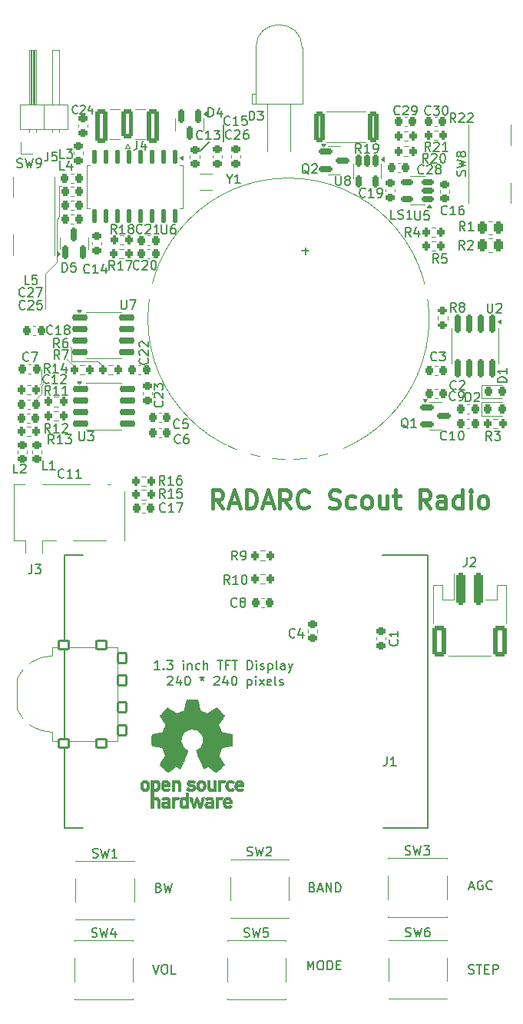
<source format=gbr>
%TF.GenerationSoftware,KiCad,Pcbnew,8.0.5*%
%TF.CreationDate,2024-11-28T19:31:39+00:00*%
%TF.ProjectId,ScoutAM,53636f75-7441-44d2-9e6b-696361645f70,rev?*%
%TF.SameCoordinates,Original*%
%TF.FileFunction,Legend,Top*%
%TF.FilePolarity,Positive*%
%FSLAX46Y46*%
G04 Gerber Fmt 4.6, Leading zero omitted, Abs format (unit mm)*
G04 Created by KiCad (PCBNEW 8.0.5) date 2024-11-28 19:31:39*
%MOMM*%
%LPD*%
G01*
G04 APERTURE LIST*
G04 Aperture macros list*
%AMRoundRect*
0 Rectangle with rounded corners*
0 $1 Rounding radius*
0 $2 $3 $4 $5 $6 $7 $8 $9 X,Y pos of 4 corners*
0 Add a 4 corners polygon primitive as box body*
4,1,4,$2,$3,$4,$5,$6,$7,$8,$9,$2,$3,0*
0 Add four circle primitives for the rounded corners*
1,1,$1+$1,$2,$3*
1,1,$1+$1,$4,$5*
1,1,$1+$1,$6,$7*
1,1,$1+$1,$8,$9*
0 Add four rect primitives between the rounded corners*
20,1,$1+$1,$2,$3,$4,$5,0*
20,1,$1+$1,$4,$5,$6,$7,0*
20,1,$1+$1,$6,$7,$8,$9,0*
20,1,$1+$1,$8,$9,$2,$3,0*%
G04 Aperture macros list end*
%ADD10C,0.100000*%
%ADD11C,0.200000*%
%ADD12C,0.400000*%
%ADD13C,0.150000*%
%ADD14C,0.120000*%
%ADD15C,0.010000*%
%ADD16RoundRect,0.250000X0.262500X0.450000X-0.262500X0.450000X-0.262500X-0.450000X0.262500X-0.450000X0*%
%ADD17R,1.800000X1.800000*%
%ADD18C,1.800000*%
%ADD19RoundRect,0.225000X0.250000X-0.225000X0.250000X0.225000X-0.250000X0.225000X-0.250000X-0.225000X0*%
%ADD20RoundRect,0.225000X-0.225000X-0.250000X0.225000X-0.250000X0.225000X0.250000X-0.225000X0.250000X0*%
%ADD21RoundRect,0.200000X-0.200000X-0.275000X0.200000X-0.275000X0.200000X0.275000X-0.200000X0.275000X0*%
%ADD22RoundRect,0.150000X0.512500X0.150000X-0.512500X0.150000X-0.512500X-0.150000X0.512500X-0.150000X0*%
%ADD23RoundRect,0.200000X0.200000X0.275000X-0.200000X0.275000X-0.200000X-0.275000X0.200000X-0.275000X0*%
%ADD24RoundRect,0.218750X0.256250X-0.218750X0.256250X0.218750X-0.256250X0.218750X-0.256250X-0.218750X0*%
%ADD25RoundRect,0.225000X-0.250000X0.225000X-0.250000X-0.225000X0.250000X-0.225000X0.250000X0.225000X0*%
%ADD26RoundRect,0.218750X-0.218750X-0.256250X0.218750X-0.256250X0.218750X0.256250X-0.218750X0.256250X0*%
%ADD27RoundRect,0.150000X-0.725000X-0.150000X0.725000X-0.150000X0.725000X0.150000X-0.725000X0.150000X0*%
%ADD28RoundRect,0.218750X-0.256250X0.218750X-0.256250X-0.218750X0.256250X-0.218750X0.256250X0.218750X0*%
%ADD29RoundRect,0.150000X-0.150000X0.512500X-0.150000X-0.512500X0.150000X-0.512500X0.150000X0.512500X0*%
%ADD30RoundRect,0.250000X0.385000X1.350000X-0.385000X1.350000X-0.385000X-1.350000X0.385000X-1.350000X0*%
%ADD31RoundRect,0.250000X0.425000X1.600000X-0.425000X1.600000X-0.425000X-1.600000X0.425000X-1.600000X0*%
%ADD32C,1.500000*%
%ADD33R,1.500000X2.000000*%
%ADD34RoundRect,0.150000X-0.587500X-0.150000X0.587500X-0.150000X0.587500X0.150000X-0.587500X0.150000X0*%
%ADD35RoundRect,0.200000X-0.275000X0.200000X-0.275000X-0.200000X0.275000X-0.200000X0.275000X0.200000X0*%
%ADD36R,1.000000X1.800000*%
%ADD37RoundRect,0.225000X0.225000X0.250000X-0.225000X0.250000X-0.225000X-0.250000X0.225000X-0.250000X0*%
%ADD38R,1.550000X1.300000*%
%ADD39RoundRect,0.218750X0.218750X0.256250X-0.218750X0.256250X-0.218750X-0.256250X0.218750X-0.256250X0*%
%ADD40RoundRect,0.137500X-0.137500X0.662500X-0.137500X-0.662500X0.137500X-0.662500X0.137500X0.662500X0*%
%ADD41R,1.600000X1.600000*%
%ADD42C,1.600000*%
%ADD43RoundRect,0.250000X-0.362500X-1.425000X0.362500X-1.425000X0.362500X1.425000X-0.362500X1.425000X0*%
%ADD44RoundRect,0.150000X-0.150000X0.825000X-0.150000X-0.825000X0.150000X-0.825000X0.150000X0.825000X0*%
%ADD45R,3.000000X2.290000*%
%ADD46RoundRect,0.250000X-0.250000X-1.500000X0.250000X-1.500000X0.250000X1.500000X-0.250000X1.500000X0*%
%ADD47RoundRect,0.250001X-0.499999X-1.449999X0.499999X-1.449999X0.499999X1.449999X-0.499999X1.449999X0*%
%ADD48RoundRect,0.150000X0.150000X-0.587500X0.150000X0.587500X-0.150000X0.587500X-0.150000X-0.587500X0*%
%ADD49O,3.500000X2.200000*%
%ADD50R,2.500000X1.500000*%
%ADD51O,2.500000X1.500000*%
%ADD52RoundRect,0.150000X-0.150000X0.587500X-0.150000X-0.587500X0.150000X-0.587500X0.150000X0.587500X0*%
%ADD53C,3.500000*%
%ADD54R,1.700000X1.700000*%
%ADD55O,1.700000X1.700000*%
%ADD56RoundRect,0.120000X0.530000X0.480000X-0.530000X0.480000X-0.530000X-0.480000X0.530000X-0.480000X0*%
%ADD57RoundRect,0.085000X-0.604576X-0.123744X-0.123744X-0.604576X0.604576X0.123744X0.123744X0.604576X0*%
%ADD58RoundRect,0.085000X0.123744X-0.604576X0.604576X-0.123744X-0.123744X0.604576X-0.604576X0.123744X0*%
%ADD59RoundRect,0.120000X-0.480000X0.530000X-0.480000X-0.530000X0.480000X-0.530000X0.480000X0.530000X0*%
%ADD60C,1.524000*%
G04 APERTURE END LIST*
D10*
X73170000Y-80720000D02*
X73010000Y-80880000D01*
X75170000Y-62430000D02*
X75170000Y-59040000D01*
X76300000Y-76760000D02*
X76495509Y-76955509D01*
X76520000Y-78350000D02*
X79420000Y-78350000D01*
D11*
X90720576Y-55139424D02*
X91741422Y-54118578D01*
X93250000Y-52290000D02*
X93250000Y-54180000D01*
D10*
X75170000Y-59040000D02*
X75400000Y-59040000D01*
X73310000Y-79080000D02*
X73170000Y-79220000D01*
X73190000Y-81050000D02*
X73190000Y-81880000D01*
X73170000Y-79220000D02*
X73170000Y-80720000D01*
X75970000Y-78080000D02*
X76560000Y-78670000D01*
X79420000Y-78350000D02*
X79790000Y-78720000D01*
X74860000Y-67470000D02*
X74860000Y-62740000D01*
X74860000Y-62740000D02*
X75170000Y-62430000D01*
X73620000Y-68710000D02*
X73620000Y-72630000D01*
X73190000Y-81880000D02*
X72580000Y-82490000D01*
X73620000Y-68710000D02*
X74860000Y-67470000D01*
X73400000Y-80840000D02*
X73190000Y-81050000D01*
X76510000Y-76960000D02*
X76510000Y-78295000D01*
D12*
X93192204Y-94534438D02*
X92525537Y-93582057D01*
X92049347Y-94534438D02*
X92049347Y-92534438D01*
X92049347Y-92534438D02*
X92811252Y-92534438D01*
X92811252Y-92534438D02*
X93001728Y-92629676D01*
X93001728Y-92629676D02*
X93096966Y-92724914D01*
X93096966Y-92724914D02*
X93192204Y-92915390D01*
X93192204Y-92915390D02*
X93192204Y-93201104D01*
X93192204Y-93201104D02*
X93096966Y-93391580D01*
X93096966Y-93391580D02*
X93001728Y-93486819D01*
X93001728Y-93486819D02*
X92811252Y-93582057D01*
X92811252Y-93582057D02*
X92049347Y-93582057D01*
X93954109Y-93963009D02*
X94906490Y-93963009D01*
X93763633Y-94534438D02*
X94430299Y-92534438D01*
X94430299Y-92534438D02*
X95096966Y-94534438D01*
X95763633Y-94534438D02*
X95763633Y-92534438D01*
X95763633Y-92534438D02*
X96239823Y-92534438D01*
X96239823Y-92534438D02*
X96525538Y-92629676D01*
X96525538Y-92629676D02*
X96716014Y-92820152D01*
X96716014Y-92820152D02*
X96811252Y-93010628D01*
X96811252Y-93010628D02*
X96906490Y-93391580D01*
X96906490Y-93391580D02*
X96906490Y-93677295D01*
X96906490Y-93677295D02*
X96811252Y-94058247D01*
X96811252Y-94058247D02*
X96716014Y-94248723D01*
X96716014Y-94248723D02*
X96525538Y-94439200D01*
X96525538Y-94439200D02*
X96239823Y-94534438D01*
X96239823Y-94534438D02*
X95763633Y-94534438D01*
X97668395Y-93963009D02*
X98620776Y-93963009D01*
X97477919Y-94534438D02*
X98144585Y-92534438D01*
X98144585Y-92534438D02*
X98811252Y-94534438D01*
X100620776Y-94534438D02*
X99954109Y-93582057D01*
X99477919Y-94534438D02*
X99477919Y-92534438D01*
X99477919Y-92534438D02*
X100239824Y-92534438D01*
X100239824Y-92534438D02*
X100430300Y-92629676D01*
X100430300Y-92629676D02*
X100525538Y-92724914D01*
X100525538Y-92724914D02*
X100620776Y-92915390D01*
X100620776Y-92915390D02*
X100620776Y-93201104D01*
X100620776Y-93201104D02*
X100525538Y-93391580D01*
X100525538Y-93391580D02*
X100430300Y-93486819D01*
X100430300Y-93486819D02*
X100239824Y-93582057D01*
X100239824Y-93582057D02*
X99477919Y-93582057D01*
X102620776Y-94343961D02*
X102525538Y-94439200D01*
X102525538Y-94439200D02*
X102239824Y-94534438D01*
X102239824Y-94534438D02*
X102049348Y-94534438D01*
X102049348Y-94534438D02*
X101763633Y-94439200D01*
X101763633Y-94439200D02*
X101573157Y-94248723D01*
X101573157Y-94248723D02*
X101477919Y-94058247D01*
X101477919Y-94058247D02*
X101382681Y-93677295D01*
X101382681Y-93677295D02*
X101382681Y-93391580D01*
X101382681Y-93391580D02*
X101477919Y-93010628D01*
X101477919Y-93010628D02*
X101573157Y-92820152D01*
X101573157Y-92820152D02*
X101763633Y-92629676D01*
X101763633Y-92629676D02*
X102049348Y-92534438D01*
X102049348Y-92534438D02*
X102239824Y-92534438D01*
X102239824Y-92534438D02*
X102525538Y-92629676D01*
X102525538Y-92629676D02*
X102620776Y-92724914D01*
X104906491Y-94439200D02*
X105192205Y-94534438D01*
X105192205Y-94534438D02*
X105668396Y-94534438D01*
X105668396Y-94534438D02*
X105858872Y-94439200D01*
X105858872Y-94439200D02*
X105954110Y-94343961D01*
X105954110Y-94343961D02*
X106049348Y-94153485D01*
X106049348Y-94153485D02*
X106049348Y-93963009D01*
X106049348Y-93963009D02*
X105954110Y-93772533D01*
X105954110Y-93772533D02*
X105858872Y-93677295D01*
X105858872Y-93677295D02*
X105668396Y-93582057D01*
X105668396Y-93582057D02*
X105287443Y-93486819D01*
X105287443Y-93486819D02*
X105096967Y-93391580D01*
X105096967Y-93391580D02*
X105001729Y-93296342D01*
X105001729Y-93296342D02*
X104906491Y-93105866D01*
X104906491Y-93105866D02*
X104906491Y-92915390D01*
X104906491Y-92915390D02*
X105001729Y-92724914D01*
X105001729Y-92724914D02*
X105096967Y-92629676D01*
X105096967Y-92629676D02*
X105287443Y-92534438D01*
X105287443Y-92534438D02*
X105763634Y-92534438D01*
X105763634Y-92534438D02*
X106049348Y-92629676D01*
X107763634Y-94439200D02*
X107573158Y-94534438D01*
X107573158Y-94534438D02*
X107192205Y-94534438D01*
X107192205Y-94534438D02*
X107001729Y-94439200D01*
X107001729Y-94439200D02*
X106906491Y-94343961D01*
X106906491Y-94343961D02*
X106811253Y-94153485D01*
X106811253Y-94153485D02*
X106811253Y-93582057D01*
X106811253Y-93582057D02*
X106906491Y-93391580D01*
X106906491Y-93391580D02*
X107001729Y-93296342D01*
X107001729Y-93296342D02*
X107192205Y-93201104D01*
X107192205Y-93201104D02*
X107573158Y-93201104D01*
X107573158Y-93201104D02*
X107763634Y-93296342D01*
X108906491Y-94534438D02*
X108716015Y-94439200D01*
X108716015Y-94439200D02*
X108620777Y-94343961D01*
X108620777Y-94343961D02*
X108525539Y-94153485D01*
X108525539Y-94153485D02*
X108525539Y-93582057D01*
X108525539Y-93582057D02*
X108620777Y-93391580D01*
X108620777Y-93391580D02*
X108716015Y-93296342D01*
X108716015Y-93296342D02*
X108906491Y-93201104D01*
X108906491Y-93201104D02*
X109192206Y-93201104D01*
X109192206Y-93201104D02*
X109382682Y-93296342D01*
X109382682Y-93296342D02*
X109477920Y-93391580D01*
X109477920Y-93391580D02*
X109573158Y-93582057D01*
X109573158Y-93582057D02*
X109573158Y-94153485D01*
X109573158Y-94153485D02*
X109477920Y-94343961D01*
X109477920Y-94343961D02*
X109382682Y-94439200D01*
X109382682Y-94439200D02*
X109192206Y-94534438D01*
X109192206Y-94534438D02*
X108906491Y-94534438D01*
X111287444Y-93201104D02*
X111287444Y-94534438D01*
X110430301Y-93201104D02*
X110430301Y-94248723D01*
X110430301Y-94248723D02*
X110525539Y-94439200D01*
X110525539Y-94439200D02*
X110716015Y-94534438D01*
X110716015Y-94534438D02*
X111001730Y-94534438D01*
X111001730Y-94534438D02*
X111192206Y-94439200D01*
X111192206Y-94439200D02*
X111287444Y-94343961D01*
X111954111Y-93201104D02*
X112716015Y-93201104D01*
X112239825Y-92534438D02*
X112239825Y-94248723D01*
X112239825Y-94248723D02*
X112335063Y-94439200D01*
X112335063Y-94439200D02*
X112525539Y-94534438D01*
X112525539Y-94534438D02*
X112716015Y-94534438D01*
X116049349Y-94534438D02*
X115382682Y-93582057D01*
X114906492Y-94534438D02*
X114906492Y-92534438D01*
X114906492Y-92534438D02*
X115668397Y-92534438D01*
X115668397Y-92534438D02*
X115858873Y-92629676D01*
X115858873Y-92629676D02*
X115954111Y-92724914D01*
X115954111Y-92724914D02*
X116049349Y-92915390D01*
X116049349Y-92915390D02*
X116049349Y-93201104D01*
X116049349Y-93201104D02*
X115954111Y-93391580D01*
X115954111Y-93391580D02*
X115858873Y-93486819D01*
X115858873Y-93486819D02*
X115668397Y-93582057D01*
X115668397Y-93582057D02*
X114906492Y-93582057D01*
X117763635Y-94534438D02*
X117763635Y-93486819D01*
X117763635Y-93486819D02*
X117668397Y-93296342D01*
X117668397Y-93296342D02*
X117477921Y-93201104D01*
X117477921Y-93201104D02*
X117096968Y-93201104D01*
X117096968Y-93201104D02*
X116906492Y-93296342D01*
X117763635Y-94439200D02*
X117573159Y-94534438D01*
X117573159Y-94534438D02*
X117096968Y-94534438D01*
X117096968Y-94534438D02*
X116906492Y-94439200D01*
X116906492Y-94439200D02*
X116811254Y-94248723D01*
X116811254Y-94248723D02*
X116811254Y-94058247D01*
X116811254Y-94058247D02*
X116906492Y-93867771D01*
X116906492Y-93867771D02*
X117096968Y-93772533D01*
X117096968Y-93772533D02*
X117573159Y-93772533D01*
X117573159Y-93772533D02*
X117763635Y-93677295D01*
X119573159Y-94534438D02*
X119573159Y-92534438D01*
X119573159Y-94439200D02*
X119382683Y-94534438D01*
X119382683Y-94534438D02*
X119001730Y-94534438D01*
X119001730Y-94534438D02*
X118811254Y-94439200D01*
X118811254Y-94439200D02*
X118716016Y-94343961D01*
X118716016Y-94343961D02*
X118620778Y-94153485D01*
X118620778Y-94153485D02*
X118620778Y-93582057D01*
X118620778Y-93582057D02*
X118716016Y-93391580D01*
X118716016Y-93391580D02*
X118811254Y-93296342D01*
X118811254Y-93296342D02*
X119001730Y-93201104D01*
X119001730Y-93201104D02*
X119382683Y-93201104D01*
X119382683Y-93201104D02*
X119573159Y-93296342D01*
X120525540Y-94534438D02*
X120525540Y-93201104D01*
X120525540Y-92534438D02*
X120430302Y-92629676D01*
X120430302Y-92629676D02*
X120525540Y-92724914D01*
X120525540Y-92724914D02*
X120620778Y-92629676D01*
X120620778Y-92629676D02*
X120525540Y-92534438D01*
X120525540Y-92534438D02*
X120525540Y-92724914D01*
X121763635Y-94534438D02*
X121573159Y-94439200D01*
X121573159Y-94439200D02*
X121477921Y-94343961D01*
X121477921Y-94343961D02*
X121382683Y-94153485D01*
X121382683Y-94153485D02*
X121382683Y-93582057D01*
X121382683Y-93582057D02*
X121477921Y-93391580D01*
X121477921Y-93391580D02*
X121573159Y-93296342D01*
X121573159Y-93296342D02*
X121763635Y-93201104D01*
X121763635Y-93201104D02*
X122049350Y-93201104D01*
X122049350Y-93201104D02*
X122239826Y-93296342D01*
X122239826Y-93296342D02*
X122335064Y-93391580D01*
X122335064Y-93391580D02*
X122430302Y-93582057D01*
X122430302Y-93582057D02*
X122430302Y-94153485D01*
X122430302Y-94153485D02*
X122335064Y-94343961D01*
X122335064Y-94343961D02*
X122239826Y-94439200D01*
X122239826Y-94439200D02*
X122049350Y-94534438D01*
X122049350Y-94534438D02*
X121763635Y-94534438D01*
D11*
X85486816Y-144797219D02*
X85820149Y-145797219D01*
X85820149Y-145797219D02*
X86153482Y-144797219D01*
X86677292Y-144797219D02*
X86867768Y-144797219D01*
X86867768Y-144797219D02*
X86963006Y-144844838D01*
X86963006Y-144844838D02*
X87058244Y-144940076D01*
X87058244Y-144940076D02*
X87105863Y-145130552D01*
X87105863Y-145130552D02*
X87105863Y-145463885D01*
X87105863Y-145463885D02*
X87058244Y-145654361D01*
X87058244Y-145654361D02*
X86963006Y-145749600D01*
X86963006Y-145749600D02*
X86867768Y-145797219D01*
X86867768Y-145797219D02*
X86677292Y-145797219D01*
X86677292Y-145797219D02*
X86582054Y-145749600D01*
X86582054Y-145749600D02*
X86486816Y-145654361D01*
X86486816Y-145654361D02*
X86439197Y-145463885D01*
X86439197Y-145463885D02*
X86439197Y-145130552D01*
X86439197Y-145130552D02*
X86486816Y-144940076D01*
X86486816Y-144940076D02*
X86582054Y-144844838D01*
X86582054Y-144844838D02*
X86677292Y-144797219D01*
X88010625Y-145797219D02*
X87534435Y-145797219D01*
X87534435Y-145797219D02*
X87534435Y-144797219D01*
X86133006Y-136293409D02*
X86275863Y-136341028D01*
X86275863Y-136341028D02*
X86323482Y-136388647D01*
X86323482Y-136388647D02*
X86371101Y-136483885D01*
X86371101Y-136483885D02*
X86371101Y-136626742D01*
X86371101Y-136626742D02*
X86323482Y-136721980D01*
X86323482Y-136721980D02*
X86275863Y-136769600D01*
X86275863Y-136769600D02*
X86180625Y-136817219D01*
X86180625Y-136817219D02*
X85799673Y-136817219D01*
X85799673Y-136817219D02*
X85799673Y-135817219D01*
X85799673Y-135817219D02*
X86133006Y-135817219D01*
X86133006Y-135817219D02*
X86228244Y-135864838D01*
X86228244Y-135864838D02*
X86275863Y-135912457D01*
X86275863Y-135912457D02*
X86323482Y-136007695D01*
X86323482Y-136007695D02*
X86323482Y-136102933D01*
X86323482Y-136102933D02*
X86275863Y-136198171D01*
X86275863Y-136198171D02*
X86228244Y-136245790D01*
X86228244Y-136245790D02*
X86133006Y-136293409D01*
X86133006Y-136293409D02*
X85799673Y-136293409D01*
X86704435Y-135817219D02*
X86942530Y-136817219D01*
X86942530Y-136817219D02*
X87133006Y-136102933D01*
X87133006Y-136102933D02*
X87323482Y-136817219D01*
X87323482Y-136817219D02*
X87561578Y-135817219D01*
X120302054Y-145759600D02*
X120444911Y-145807219D01*
X120444911Y-145807219D02*
X120683006Y-145807219D01*
X120683006Y-145807219D02*
X120778244Y-145759600D01*
X120778244Y-145759600D02*
X120825863Y-145711980D01*
X120825863Y-145711980D02*
X120873482Y-145616742D01*
X120873482Y-145616742D02*
X120873482Y-145521504D01*
X120873482Y-145521504D02*
X120825863Y-145426266D01*
X120825863Y-145426266D02*
X120778244Y-145378647D01*
X120778244Y-145378647D02*
X120683006Y-145331028D01*
X120683006Y-145331028D02*
X120492530Y-145283409D01*
X120492530Y-145283409D02*
X120397292Y-145235790D01*
X120397292Y-145235790D02*
X120349673Y-145188171D01*
X120349673Y-145188171D02*
X120302054Y-145092933D01*
X120302054Y-145092933D02*
X120302054Y-144997695D01*
X120302054Y-144997695D02*
X120349673Y-144902457D01*
X120349673Y-144902457D02*
X120397292Y-144854838D01*
X120397292Y-144854838D02*
X120492530Y-144807219D01*
X120492530Y-144807219D02*
X120730625Y-144807219D01*
X120730625Y-144807219D02*
X120873482Y-144854838D01*
X121159197Y-144807219D02*
X121730625Y-144807219D01*
X121444911Y-145807219D02*
X121444911Y-144807219D01*
X122063959Y-145283409D02*
X122397292Y-145283409D01*
X122540149Y-145807219D02*
X122063959Y-145807219D01*
X122063959Y-145807219D02*
X122063959Y-144807219D01*
X122063959Y-144807219D02*
X122540149Y-144807219D01*
X122968721Y-145807219D02*
X122968721Y-144807219D01*
X122968721Y-144807219D02*
X123349673Y-144807219D01*
X123349673Y-144807219D02*
X123444911Y-144854838D01*
X123444911Y-144854838D02*
X123492530Y-144902457D01*
X123492530Y-144902457D02*
X123540149Y-144997695D01*
X123540149Y-144997695D02*
X123540149Y-145140552D01*
X123540149Y-145140552D02*
X123492530Y-145235790D01*
X123492530Y-145235790D02*
X123444911Y-145283409D01*
X123444911Y-145283409D02*
X123349673Y-145331028D01*
X123349673Y-145331028D02*
X122968721Y-145331028D01*
X103043006Y-136273409D02*
X103185863Y-136321028D01*
X103185863Y-136321028D02*
X103233482Y-136368647D01*
X103233482Y-136368647D02*
X103281101Y-136463885D01*
X103281101Y-136463885D02*
X103281101Y-136606742D01*
X103281101Y-136606742D02*
X103233482Y-136701980D01*
X103233482Y-136701980D02*
X103185863Y-136749600D01*
X103185863Y-136749600D02*
X103090625Y-136797219D01*
X103090625Y-136797219D02*
X102709673Y-136797219D01*
X102709673Y-136797219D02*
X102709673Y-135797219D01*
X102709673Y-135797219D02*
X103043006Y-135797219D01*
X103043006Y-135797219D02*
X103138244Y-135844838D01*
X103138244Y-135844838D02*
X103185863Y-135892457D01*
X103185863Y-135892457D02*
X103233482Y-135987695D01*
X103233482Y-135987695D02*
X103233482Y-136082933D01*
X103233482Y-136082933D02*
X103185863Y-136178171D01*
X103185863Y-136178171D02*
X103138244Y-136225790D01*
X103138244Y-136225790D02*
X103043006Y-136273409D01*
X103043006Y-136273409D02*
X102709673Y-136273409D01*
X103662054Y-136511504D02*
X104138244Y-136511504D01*
X103566816Y-136797219D02*
X103900149Y-135797219D01*
X103900149Y-135797219D02*
X104233482Y-136797219D01*
X104566816Y-136797219D02*
X104566816Y-135797219D01*
X104566816Y-135797219D02*
X105138244Y-136797219D01*
X105138244Y-136797219D02*
X105138244Y-135797219D01*
X105614435Y-136797219D02*
X105614435Y-135797219D01*
X105614435Y-135797219D02*
X105852530Y-135797219D01*
X105852530Y-135797219D02*
X105995387Y-135844838D01*
X105995387Y-135844838D02*
X106090625Y-135940076D01*
X106090625Y-135940076D02*
X106138244Y-136035314D01*
X106138244Y-136035314D02*
X106185863Y-136225790D01*
X106185863Y-136225790D02*
X106185863Y-136368647D01*
X106185863Y-136368647D02*
X106138244Y-136559123D01*
X106138244Y-136559123D02*
X106090625Y-136654361D01*
X106090625Y-136654361D02*
X105995387Y-136749600D01*
X105995387Y-136749600D02*
X105852530Y-136797219D01*
X105852530Y-136797219D02*
X105614435Y-136797219D01*
X102539673Y-145367219D02*
X102539673Y-144367219D01*
X102539673Y-144367219D02*
X102873006Y-145081504D01*
X102873006Y-145081504D02*
X103206339Y-144367219D01*
X103206339Y-144367219D02*
X103206339Y-145367219D01*
X103873006Y-144367219D02*
X104063482Y-144367219D01*
X104063482Y-144367219D02*
X104158720Y-144414838D01*
X104158720Y-144414838D02*
X104253958Y-144510076D01*
X104253958Y-144510076D02*
X104301577Y-144700552D01*
X104301577Y-144700552D02*
X104301577Y-145033885D01*
X104301577Y-145033885D02*
X104253958Y-145224361D01*
X104253958Y-145224361D02*
X104158720Y-145319600D01*
X104158720Y-145319600D02*
X104063482Y-145367219D01*
X104063482Y-145367219D02*
X103873006Y-145367219D01*
X103873006Y-145367219D02*
X103777768Y-145319600D01*
X103777768Y-145319600D02*
X103682530Y-145224361D01*
X103682530Y-145224361D02*
X103634911Y-145033885D01*
X103634911Y-145033885D02*
X103634911Y-144700552D01*
X103634911Y-144700552D02*
X103682530Y-144510076D01*
X103682530Y-144510076D02*
X103777768Y-144414838D01*
X103777768Y-144414838D02*
X103873006Y-144367219D01*
X104730149Y-145367219D02*
X104730149Y-144367219D01*
X104730149Y-144367219D02*
X104968244Y-144367219D01*
X104968244Y-144367219D02*
X105111101Y-144414838D01*
X105111101Y-144414838D02*
X105206339Y-144510076D01*
X105206339Y-144510076D02*
X105253958Y-144605314D01*
X105253958Y-144605314D02*
X105301577Y-144795790D01*
X105301577Y-144795790D02*
X105301577Y-144938647D01*
X105301577Y-144938647D02*
X105253958Y-145129123D01*
X105253958Y-145129123D02*
X105206339Y-145224361D01*
X105206339Y-145224361D02*
X105111101Y-145319600D01*
X105111101Y-145319600D02*
X104968244Y-145367219D01*
X104968244Y-145367219D02*
X104730149Y-145367219D01*
X105730149Y-144843409D02*
X106063482Y-144843409D01*
X106206339Y-145367219D02*
X105730149Y-145367219D01*
X105730149Y-145367219D02*
X105730149Y-144367219D01*
X105730149Y-144367219D02*
X106206339Y-144367219D01*
X120402054Y-136261504D02*
X120878244Y-136261504D01*
X120306816Y-136547219D02*
X120640149Y-135547219D01*
X120640149Y-135547219D02*
X120973482Y-136547219D01*
X121830625Y-135594838D02*
X121735387Y-135547219D01*
X121735387Y-135547219D02*
X121592530Y-135547219D01*
X121592530Y-135547219D02*
X121449673Y-135594838D01*
X121449673Y-135594838D02*
X121354435Y-135690076D01*
X121354435Y-135690076D02*
X121306816Y-135785314D01*
X121306816Y-135785314D02*
X121259197Y-135975790D01*
X121259197Y-135975790D02*
X121259197Y-136118647D01*
X121259197Y-136118647D02*
X121306816Y-136309123D01*
X121306816Y-136309123D02*
X121354435Y-136404361D01*
X121354435Y-136404361D02*
X121449673Y-136499600D01*
X121449673Y-136499600D02*
X121592530Y-136547219D01*
X121592530Y-136547219D02*
X121687768Y-136547219D01*
X121687768Y-136547219D02*
X121830625Y-136499600D01*
X121830625Y-136499600D02*
X121878244Y-136451980D01*
X121878244Y-136451980D02*
X121878244Y-136118647D01*
X121878244Y-136118647D02*
X121687768Y-136118647D01*
X122878244Y-136451980D02*
X122830625Y-136499600D01*
X122830625Y-136499600D02*
X122687768Y-136547219D01*
X122687768Y-136547219D02*
X122592530Y-136547219D01*
X122592530Y-136547219D02*
X122449673Y-136499600D01*
X122449673Y-136499600D02*
X122354435Y-136404361D01*
X122354435Y-136404361D02*
X122306816Y-136309123D01*
X122306816Y-136309123D02*
X122259197Y-136118647D01*
X122259197Y-136118647D02*
X122259197Y-135975790D01*
X122259197Y-135975790D02*
X122306816Y-135785314D01*
X122306816Y-135785314D02*
X122354435Y-135690076D01*
X122354435Y-135690076D02*
X122449673Y-135594838D01*
X122449673Y-135594838D02*
X122592530Y-135547219D01*
X122592530Y-135547219D02*
X122687768Y-135547219D01*
X122687768Y-135547219D02*
X122830625Y-135594838D01*
X122830625Y-135594838D02*
X122878244Y-135642457D01*
D13*
X119823333Y-66034819D02*
X119490000Y-65558628D01*
X119251905Y-66034819D02*
X119251905Y-65034819D01*
X119251905Y-65034819D02*
X119632857Y-65034819D01*
X119632857Y-65034819D02*
X119728095Y-65082438D01*
X119728095Y-65082438D02*
X119775714Y-65130057D01*
X119775714Y-65130057D02*
X119823333Y-65225295D01*
X119823333Y-65225295D02*
X119823333Y-65368152D01*
X119823333Y-65368152D02*
X119775714Y-65463390D01*
X119775714Y-65463390D02*
X119728095Y-65511009D01*
X119728095Y-65511009D02*
X119632857Y-65558628D01*
X119632857Y-65558628D02*
X119251905Y-65558628D01*
X120204286Y-65130057D02*
X120251905Y-65082438D01*
X120251905Y-65082438D02*
X120347143Y-65034819D01*
X120347143Y-65034819D02*
X120585238Y-65034819D01*
X120585238Y-65034819D02*
X120680476Y-65082438D01*
X120680476Y-65082438D02*
X120728095Y-65130057D01*
X120728095Y-65130057D02*
X120775714Y-65225295D01*
X120775714Y-65225295D02*
X120775714Y-65320533D01*
X120775714Y-65320533D02*
X120728095Y-65463390D01*
X120728095Y-65463390D02*
X120156667Y-66034819D01*
X120156667Y-66034819D02*
X120775714Y-66034819D01*
X119883333Y-63954819D02*
X119550000Y-63478628D01*
X119311905Y-63954819D02*
X119311905Y-62954819D01*
X119311905Y-62954819D02*
X119692857Y-62954819D01*
X119692857Y-62954819D02*
X119788095Y-63002438D01*
X119788095Y-63002438D02*
X119835714Y-63050057D01*
X119835714Y-63050057D02*
X119883333Y-63145295D01*
X119883333Y-63145295D02*
X119883333Y-63288152D01*
X119883333Y-63288152D02*
X119835714Y-63383390D01*
X119835714Y-63383390D02*
X119788095Y-63431009D01*
X119788095Y-63431009D02*
X119692857Y-63478628D01*
X119692857Y-63478628D02*
X119311905Y-63478628D01*
X120835714Y-63954819D02*
X120264286Y-63954819D01*
X120550000Y-63954819D02*
X120550000Y-62954819D01*
X120550000Y-62954819D02*
X120454762Y-63097676D01*
X120454762Y-63097676D02*
X120359524Y-63192914D01*
X120359524Y-63192914D02*
X120264286Y-63240533D01*
X96101905Y-51804819D02*
X96101905Y-50804819D01*
X96101905Y-50804819D02*
X96340000Y-50804819D01*
X96340000Y-50804819D02*
X96482857Y-50852438D01*
X96482857Y-50852438D02*
X96578095Y-50947676D01*
X96578095Y-50947676D02*
X96625714Y-51042914D01*
X96625714Y-51042914D02*
X96673333Y-51233390D01*
X96673333Y-51233390D02*
X96673333Y-51376247D01*
X96673333Y-51376247D02*
X96625714Y-51566723D01*
X96625714Y-51566723D02*
X96578095Y-51661961D01*
X96578095Y-51661961D02*
X96482857Y-51757200D01*
X96482857Y-51757200D02*
X96340000Y-51804819D01*
X96340000Y-51804819D02*
X96101905Y-51804819D01*
X97006667Y-50804819D02*
X97625714Y-50804819D01*
X97625714Y-50804819D02*
X97292381Y-51185771D01*
X97292381Y-51185771D02*
X97435238Y-51185771D01*
X97435238Y-51185771D02*
X97530476Y-51233390D01*
X97530476Y-51233390D02*
X97578095Y-51281009D01*
X97578095Y-51281009D02*
X97625714Y-51376247D01*
X97625714Y-51376247D02*
X97625714Y-51614342D01*
X97625714Y-51614342D02*
X97578095Y-51709580D01*
X97578095Y-51709580D02*
X97530476Y-51757200D01*
X97530476Y-51757200D02*
X97435238Y-51804819D01*
X97435238Y-51804819D02*
X97149524Y-51804819D01*
X97149524Y-51804819D02*
X97054286Y-51757200D01*
X97054286Y-51757200D02*
X97006667Y-51709580D01*
X94127142Y-53784580D02*
X94079523Y-53832200D01*
X94079523Y-53832200D02*
X93936666Y-53879819D01*
X93936666Y-53879819D02*
X93841428Y-53879819D01*
X93841428Y-53879819D02*
X93698571Y-53832200D01*
X93698571Y-53832200D02*
X93603333Y-53736961D01*
X93603333Y-53736961D02*
X93555714Y-53641723D01*
X93555714Y-53641723D02*
X93508095Y-53451247D01*
X93508095Y-53451247D02*
X93508095Y-53308390D01*
X93508095Y-53308390D02*
X93555714Y-53117914D01*
X93555714Y-53117914D02*
X93603333Y-53022676D01*
X93603333Y-53022676D02*
X93698571Y-52927438D01*
X93698571Y-52927438D02*
X93841428Y-52879819D01*
X93841428Y-52879819D02*
X93936666Y-52879819D01*
X93936666Y-52879819D02*
X94079523Y-52927438D01*
X94079523Y-52927438D02*
X94127142Y-52975057D01*
X94508095Y-52975057D02*
X94555714Y-52927438D01*
X94555714Y-52927438D02*
X94650952Y-52879819D01*
X94650952Y-52879819D02*
X94889047Y-52879819D01*
X94889047Y-52879819D02*
X94984285Y-52927438D01*
X94984285Y-52927438D02*
X95031904Y-52975057D01*
X95031904Y-52975057D02*
X95079523Y-53070295D01*
X95079523Y-53070295D02*
X95079523Y-53165533D01*
X95079523Y-53165533D02*
X95031904Y-53308390D01*
X95031904Y-53308390D02*
X94460476Y-53879819D01*
X94460476Y-53879819D02*
X95079523Y-53879819D01*
X95936666Y-52879819D02*
X95746190Y-52879819D01*
X95746190Y-52879819D02*
X95650952Y-52927438D01*
X95650952Y-52927438D02*
X95603333Y-52975057D01*
X95603333Y-52975057D02*
X95508095Y-53117914D01*
X95508095Y-53117914D02*
X95460476Y-53308390D01*
X95460476Y-53308390D02*
X95460476Y-53689342D01*
X95460476Y-53689342D02*
X95508095Y-53784580D01*
X95508095Y-53784580D02*
X95555714Y-53832200D01*
X95555714Y-53832200D02*
X95650952Y-53879819D01*
X95650952Y-53879819D02*
X95841428Y-53879819D01*
X95841428Y-53879819D02*
X95936666Y-53832200D01*
X95936666Y-53832200D02*
X95984285Y-53784580D01*
X95984285Y-53784580D02*
X96031904Y-53689342D01*
X96031904Y-53689342D02*
X96031904Y-53451247D01*
X96031904Y-53451247D02*
X95984285Y-53356009D01*
X95984285Y-53356009D02*
X95936666Y-53308390D01*
X95936666Y-53308390D02*
X95841428Y-53260771D01*
X95841428Y-53260771D02*
X95650952Y-53260771D01*
X95650952Y-53260771D02*
X95555714Y-53308390D01*
X95555714Y-53308390D02*
X95508095Y-53356009D01*
X95508095Y-53356009D02*
X95460476Y-53451247D01*
X75667142Y-91119580D02*
X75619523Y-91167200D01*
X75619523Y-91167200D02*
X75476666Y-91214819D01*
X75476666Y-91214819D02*
X75381428Y-91214819D01*
X75381428Y-91214819D02*
X75238571Y-91167200D01*
X75238571Y-91167200D02*
X75143333Y-91071961D01*
X75143333Y-91071961D02*
X75095714Y-90976723D01*
X75095714Y-90976723D02*
X75048095Y-90786247D01*
X75048095Y-90786247D02*
X75048095Y-90643390D01*
X75048095Y-90643390D02*
X75095714Y-90452914D01*
X75095714Y-90452914D02*
X75143333Y-90357676D01*
X75143333Y-90357676D02*
X75238571Y-90262438D01*
X75238571Y-90262438D02*
X75381428Y-90214819D01*
X75381428Y-90214819D02*
X75476666Y-90214819D01*
X75476666Y-90214819D02*
X75619523Y-90262438D01*
X75619523Y-90262438D02*
X75667142Y-90310057D01*
X76619523Y-91214819D02*
X76048095Y-91214819D01*
X76333809Y-91214819D02*
X76333809Y-90214819D01*
X76333809Y-90214819D02*
X76238571Y-90357676D01*
X76238571Y-90357676D02*
X76143333Y-90452914D01*
X76143333Y-90452914D02*
X76048095Y-90500533D01*
X77571904Y-91214819D02*
X77000476Y-91214819D01*
X77286190Y-91214819D02*
X77286190Y-90214819D01*
X77286190Y-90214819D02*
X77190952Y-90357676D01*
X77190952Y-90357676D02*
X77095714Y-90452914D01*
X77095714Y-90452914D02*
X77000476Y-90500533D01*
X94783333Y-100224819D02*
X94450000Y-99748628D01*
X94211905Y-100224819D02*
X94211905Y-99224819D01*
X94211905Y-99224819D02*
X94592857Y-99224819D01*
X94592857Y-99224819D02*
X94688095Y-99272438D01*
X94688095Y-99272438D02*
X94735714Y-99320057D01*
X94735714Y-99320057D02*
X94783333Y-99415295D01*
X94783333Y-99415295D02*
X94783333Y-99558152D01*
X94783333Y-99558152D02*
X94735714Y-99653390D01*
X94735714Y-99653390D02*
X94688095Y-99701009D01*
X94688095Y-99701009D02*
X94592857Y-99748628D01*
X94592857Y-99748628D02*
X94211905Y-99748628D01*
X95259524Y-100224819D02*
X95450000Y-100224819D01*
X95450000Y-100224819D02*
X95545238Y-100177200D01*
X95545238Y-100177200D02*
X95592857Y-100129580D01*
X95592857Y-100129580D02*
X95688095Y-99986723D01*
X95688095Y-99986723D02*
X95735714Y-99796247D01*
X95735714Y-99796247D02*
X95735714Y-99415295D01*
X95735714Y-99415295D02*
X95688095Y-99320057D01*
X95688095Y-99320057D02*
X95640476Y-99272438D01*
X95640476Y-99272438D02*
X95545238Y-99224819D01*
X95545238Y-99224819D02*
X95354762Y-99224819D01*
X95354762Y-99224819D02*
X95259524Y-99272438D01*
X95259524Y-99272438D02*
X95211905Y-99320057D01*
X95211905Y-99320057D02*
X95164286Y-99415295D01*
X95164286Y-99415295D02*
X95164286Y-99653390D01*
X95164286Y-99653390D02*
X95211905Y-99748628D01*
X95211905Y-99748628D02*
X95259524Y-99796247D01*
X95259524Y-99796247D02*
X95354762Y-99843866D01*
X95354762Y-99843866D02*
X95545238Y-99843866D01*
X95545238Y-99843866D02*
X95640476Y-99796247D01*
X95640476Y-99796247D02*
X95688095Y-99748628D01*
X95688095Y-99748628D02*
X95735714Y-99653390D01*
X114378095Y-61784819D02*
X114378095Y-62594342D01*
X114378095Y-62594342D02*
X114425714Y-62689580D01*
X114425714Y-62689580D02*
X114473333Y-62737200D01*
X114473333Y-62737200D02*
X114568571Y-62784819D01*
X114568571Y-62784819D02*
X114759047Y-62784819D01*
X114759047Y-62784819D02*
X114854285Y-62737200D01*
X114854285Y-62737200D02*
X114901904Y-62689580D01*
X114901904Y-62689580D02*
X114949523Y-62594342D01*
X114949523Y-62594342D02*
X114949523Y-61784819D01*
X115901904Y-61784819D02*
X115425714Y-61784819D01*
X115425714Y-61784819D02*
X115378095Y-62261009D01*
X115378095Y-62261009D02*
X115425714Y-62213390D01*
X115425714Y-62213390D02*
X115520952Y-62165771D01*
X115520952Y-62165771D02*
X115759047Y-62165771D01*
X115759047Y-62165771D02*
X115854285Y-62213390D01*
X115854285Y-62213390D02*
X115901904Y-62261009D01*
X115901904Y-62261009D02*
X115949523Y-62356247D01*
X115949523Y-62356247D02*
X115949523Y-62594342D01*
X115949523Y-62594342D02*
X115901904Y-62689580D01*
X115901904Y-62689580D02*
X115854285Y-62737200D01*
X115854285Y-62737200D02*
X115759047Y-62784819D01*
X115759047Y-62784819D02*
X115520952Y-62784819D01*
X115520952Y-62784819D02*
X115425714Y-62737200D01*
X115425714Y-62737200D02*
X115378095Y-62689580D01*
X115327142Y-57619580D02*
X115279523Y-57667200D01*
X115279523Y-57667200D02*
X115136666Y-57714819D01*
X115136666Y-57714819D02*
X115041428Y-57714819D01*
X115041428Y-57714819D02*
X114898571Y-57667200D01*
X114898571Y-57667200D02*
X114803333Y-57571961D01*
X114803333Y-57571961D02*
X114755714Y-57476723D01*
X114755714Y-57476723D02*
X114708095Y-57286247D01*
X114708095Y-57286247D02*
X114708095Y-57143390D01*
X114708095Y-57143390D02*
X114755714Y-56952914D01*
X114755714Y-56952914D02*
X114803333Y-56857676D01*
X114803333Y-56857676D02*
X114898571Y-56762438D01*
X114898571Y-56762438D02*
X115041428Y-56714819D01*
X115041428Y-56714819D02*
X115136666Y-56714819D01*
X115136666Y-56714819D02*
X115279523Y-56762438D01*
X115279523Y-56762438D02*
X115327142Y-56810057D01*
X115708095Y-56810057D02*
X115755714Y-56762438D01*
X115755714Y-56762438D02*
X115850952Y-56714819D01*
X115850952Y-56714819D02*
X116089047Y-56714819D01*
X116089047Y-56714819D02*
X116184285Y-56762438D01*
X116184285Y-56762438D02*
X116231904Y-56810057D01*
X116231904Y-56810057D02*
X116279523Y-56905295D01*
X116279523Y-56905295D02*
X116279523Y-57000533D01*
X116279523Y-57000533D02*
X116231904Y-57143390D01*
X116231904Y-57143390D02*
X115660476Y-57714819D01*
X115660476Y-57714819D02*
X116279523Y-57714819D01*
X116850952Y-57143390D02*
X116755714Y-57095771D01*
X116755714Y-57095771D02*
X116708095Y-57048152D01*
X116708095Y-57048152D02*
X116660476Y-56952914D01*
X116660476Y-56952914D02*
X116660476Y-56905295D01*
X116660476Y-56905295D02*
X116708095Y-56810057D01*
X116708095Y-56810057D02*
X116755714Y-56762438D01*
X116755714Y-56762438D02*
X116850952Y-56714819D01*
X116850952Y-56714819D02*
X117041428Y-56714819D01*
X117041428Y-56714819D02*
X117136666Y-56762438D01*
X117136666Y-56762438D02*
X117184285Y-56810057D01*
X117184285Y-56810057D02*
X117231904Y-56905295D01*
X117231904Y-56905295D02*
X117231904Y-56952914D01*
X117231904Y-56952914D02*
X117184285Y-57048152D01*
X117184285Y-57048152D02*
X117136666Y-57095771D01*
X117136666Y-57095771D02*
X117041428Y-57143390D01*
X117041428Y-57143390D02*
X116850952Y-57143390D01*
X116850952Y-57143390D02*
X116755714Y-57191009D01*
X116755714Y-57191009D02*
X116708095Y-57238628D01*
X116708095Y-57238628D02*
X116660476Y-57333866D01*
X116660476Y-57333866D02*
X116660476Y-57524342D01*
X116660476Y-57524342D02*
X116708095Y-57619580D01*
X116708095Y-57619580D02*
X116755714Y-57667200D01*
X116755714Y-57667200D02*
X116850952Y-57714819D01*
X116850952Y-57714819D02*
X117041428Y-57714819D01*
X117041428Y-57714819D02*
X117136666Y-57667200D01*
X117136666Y-57667200D02*
X117184285Y-57619580D01*
X117184285Y-57619580D02*
X117231904Y-57524342D01*
X117231904Y-57524342D02*
X117231904Y-57333866D01*
X117231904Y-57333866D02*
X117184285Y-57238628D01*
X117184285Y-57238628D02*
X117136666Y-57191009D01*
X117136666Y-57191009D02*
X117041428Y-57143390D01*
X75153333Y-76844819D02*
X74820000Y-76368628D01*
X74581905Y-76844819D02*
X74581905Y-75844819D01*
X74581905Y-75844819D02*
X74962857Y-75844819D01*
X74962857Y-75844819D02*
X75058095Y-75892438D01*
X75058095Y-75892438D02*
X75105714Y-75940057D01*
X75105714Y-75940057D02*
X75153333Y-76035295D01*
X75153333Y-76035295D02*
X75153333Y-76178152D01*
X75153333Y-76178152D02*
X75105714Y-76273390D01*
X75105714Y-76273390D02*
X75058095Y-76321009D01*
X75058095Y-76321009D02*
X74962857Y-76368628D01*
X74962857Y-76368628D02*
X74581905Y-76368628D01*
X76010476Y-75844819D02*
X75820000Y-75844819D01*
X75820000Y-75844819D02*
X75724762Y-75892438D01*
X75724762Y-75892438D02*
X75677143Y-75940057D01*
X75677143Y-75940057D02*
X75581905Y-76082914D01*
X75581905Y-76082914D02*
X75534286Y-76273390D01*
X75534286Y-76273390D02*
X75534286Y-76654342D01*
X75534286Y-76654342D02*
X75581905Y-76749580D01*
X75581905Y-76749580D02*
X75629524Y-76797200D01*
X75629524Y-76797200D02*
X75724762Y-76844819D01*
X75724762Y-76844819D02*
X75915238Y-76844819D01*
X75915238Y-76844819D02*
X76010476Y-76797200D01*
X76010476Y-76797200D02*
X76058095Y-76749580D01*
X76058095Y-76749580D02*
X76105714Y-76654342D01*
X76105714Y-76654342D02*
X76105714Y-76416247D01*
X76105714Y-76416247D02*
X76058095Y-76321009D01*
X76058095Y-76321009D02*
X76010476Y-76273390D01*
X76010476Y-76273390D02*
X75915238Y-76225771D01*
X75915238Y-76225771D02*
X75724762Y-76225771D01*
X75724762Y-76225771D02*
X75629524Y-76273390D01*
X75629524Y-76273390D02*
X75581905Y-76321009D01*
X75581905Y-76321009D02*
X75534286Y-76416247D01*
X86807142Y-93384819D02*
X86473809Y-92908628D01*
X86235714Y-93384819D02*
X86235714Y-92384819D01*
X86235714Y-92384819D02*
X86616666Y-92384819D01*
X86616666Y-92384819D02*
X86711904Y-92432438D01*
X86711904Y-92432438D02*
X86759523Y-92480057D01*
X86759523Y-92480057D02*
X86807142Y-92575295D01*
X86807142Y-92575295D02*
X86807142Y-92718152D01*
X86807142Y-92718152D02*
X86759523Y-92813390D01*
X86759523Y-92813390D02*
X86711904Y-92861009D01*
X86711904Y-92861009D02*
X86616666Y-92908628D01*
X86616666Y-92908628D02*
X86235714Y-92908628D01*
X87759523Y-93384819D02*
X87188095Y-93384819D01*
X87473809Y-93384819D02*
X87473809Y-92384819D01*
X87473809Y-92384819D02*
X87378571Y-92527676D01*
X87378571Y-92527676D02*
X87283333Y-92622914D01*
X87283333Y-92622914D02*
X87188095Y-92670533D01*
X88664285Y-92384819D02*
X88188095Y-92384819D01*
X88188095Y-92384819D02*
X88140476Y-92861009D01*
X88140476Y-92861009D02*
X88188095Y-92813390D01*
X88188095Y-92813390D02*
X88283333Y-92765771D01*
X88283333Y-92765771D02*
X88521428Y-92765771D01*
X88521428Y-92765771D02*
X88616666Y-92813390D01*
X88616666Y-92813390D02*
X88664285Y-92861009D01*
X88664285Y-92861009D02*
X88711904Y-92956247D01*
X88711904Y-92956247D02*
X88711904Y-93194342D01*
X88711904Y-93194342D02*
X88664285Y-93289580D01*
X88664285Y-93289580D02*
X88616666Y-93337200D01*
X88616666Y-93337200D02*
X88521428Y-93384819D01*
X88521428Y-93384819D02*
X88283333Y-93384819D01*
X88283333Y-93384819D02*
X88188095Y-93337200D01*
X88188095Y-93337200D02*
X88140476Y-93289580D01*
X75733333Y-55974819D02*
X75257143Y-55974819D01*
X75257143Y-55974819D02*
X75257143Y-54974819D01*
X75971429Y-54974819D02*
X76590476Y-54974819D01*
X76590476Y-54974819D02*
X76257143Y-55355771D01*
X76257143Y-55355771D02*
X76400000Y-55355771D01*
X76400000Y-55355771D02*
X76495238Y-55403390D01*
X76495238Y-55403390D02*
X76542857Y-55451009D01*
X76542857Y-55451009D02*
X76590476Y-55546247D01*
X76590476Y-55546247D02*
X76590476Y-55784342D01*
X76590476Y-55784342D02*
X76542857Y-55879580D01*
X76542857Y-55879580D02*
X76495238Y-55927200D01*
X76495238Y-55927200D02*
X76400000Y-55974819D01*
X76400000Y-55974819D02*
X76114286Y-55974819D01*
X76114286Y-55974819D02*
X76019048Y-55927200D01*
X76019048Y-55927200D02*
X75971429Y-55879580D01*
X117897142Y-62119580D02*
X117849523Y-62167200D01*
X117849523Y-62167200D02*
X117706666Y-62214819D01*
X117706666Y-62214819D02*
X117611428Y-62214819D01*
X117611428Y-62214819D02*
X117468571Y-62167200D01*
X117468571Y-62167200D02*
X117373333Y-62071961D01*
X117373333Y-62071961D02*
X117325714Y-61976723D01*
X117325714Y-61976723D02*
X117278095Y-61786247D01*
X117278095Y-61786247D02*
X117278095Y-61643390D01*
X117278095Y-61643390D02*
X117325714Y-61452914D01*
X117325714Y-61452914D02*
X117373333Y-61357676D01*
X117373333Y-61357676D02*
X117468571Y-61262438D01*
X117468571Y-61262438D02*
X117611428Y-61214819D01*
X117611428Y-61214819D02*
X117706666Y-61214819D01*
X117706666Y-61214819D02*
X117849523Y-61262438D01*
X117849523Y-61262438D02*
X117897142Y-61310057D01*
X118849523Y-62214819D02*
X118278095Y-62214819D01*
X118563809Y-62214819D02*
X118563809Y-61214819D01*
X118563809Y-61214819D02*
X118468571Y-61357676D01*
X118468571Y-61357676D02*
X118373333Y-61452914D01*
X118373333Y-61452914D02*
X118278095Y-61500533D01*
X119706666Y-61214819D02*
X119516190Y-61214819D01*
X119516190Y-61214819D02*
X119420952Y-61262438D01*
X119420952Y-61262438D02*
X119373333Y-61310057D01*
X119373333Y-61310057D02*
X119278095Y-61452914D01*
X119278095Y-61452914D02*
X119230476Y-61643390D01*
X119230476Y-61643390D02*
X119230476Y-62024342D01*
X119230476Y-62024342D02*
X119278095Y-62119580D01*
X119278095Y-62119580D02*
X119325714Y-62167200D01*
X119325714Y-62167200D02*
X119420952Y-62214819D01*
X119420952Y-62214819D02*
X119611428Y-62214819D01*
X119611428Y-62214819D02*
X119706666Y-62167200D01*
X119706666Y-62167200D02*
X119754285Y-62119580D01*
X119754285Y-62119580D02*
X119801904Y-62024342D01*
X119801904Y-62024342D02*
X119801904Y-61786247D01*
X119801904Y-61786247D02*
X119754285Y-61691009D01*
X119754285Y-61691009D02*
X119706666Y-61643390D01*
X119706666Y-61643390D02*
X119611428Y-61595771D01*
X119611428Y-61595771D02*
X119420952Y-61595771D01*
X119420952Y-61595771D02*
X119325714Y-61643390D01*
X119325714Y-61643390D02*
X119278095Y-61691009D01*
X119278095Y-61691009D02*
X119230476Y-61786247D01*
X117837142Y-86929580D02*
X117789523Y-86977200D01*
X117789523Y-86977200D02*
X117646666Y-87024819D01*
X117646666Y-87024819D02*
X117551428Y-87024819D01*
X117551428Y-87024819D02*
X117408571Y-86977200D01*
X117408571Y-86977200D02*
X117313333Y-86881961D01*
X117313333Y-86881961D02*
X117265714Y-86786723D01*
X117265714Y-86786723D02*
X117218095Y-86596247D01*
X117218095Y-86596247D02*
X117218095Y-86453390D01*
X117218095Y-86453390D02*
X117265714Y-86262914D01*
X117265714Y-86262914D02*
X117313333Y-86167676D01*
X117313333Y-86167676D02*
X117408571Y-86072438D01*
X117408571Y-86072438D02*
X117551428Y-86024819D01*
X117551428Y-86024819D02*
X117646666Y-86024819D01*
X117646666Y-86024819D02*
X117789523Y-86072438D01*
X117789523Y-86072438D02*
X117837142Y-86120057D01*
X118789523Y-87024819D02*
X118218095Y-87024819D01*
X118503809Y-87024819D02*
X118503809Y-86024819D01*
X118503809Y-86024819D02*
X118408571Y-86167676D01*
X118408571Y-86167676D02*
X118313333Y-86262914D01*
X118313333Y-86262914D02*
X118218095Y-86310533D01*
X119408571Y-86024819D02*
X119503809Y-86024819D01*
X119503809Y-86024819D02*
X119599047Y-86072438D01*
X119599047Y-86072438D02*
X119646666Y-86120057D01*
X119646666Y-86120057D02*
X119694285Y-86215295D01*
X119694285Y-86215295D02*
X119741904Y-86405771D01*
X119741904Y-86405771D02*
X119741904Y-86643866D01*
X119741904Y-86643866D02*
X119694285Y-86834342D01*
X119694285Y-86834342D02*
X119646666Y-86929580D01*
X119646666Y-86929580D02*
X119599047Y-86977200D01*
X119599047Y-86977200D02*
X119503809Y-87024819D01*
X119503809Y-87024819D02*
X119408571Y-87024819D01*
X119408571Y-87024819D02*
X119313333Y-86977200D01*
X119313333Y-86977200D02*
X119265714Y-86929580D01*
X119265714Y-86929580D02*
X119218095Y-86834342D01*
X119218095Y-86834342D02*
X119170476Y-86643866D01*
X119170476Y-86643866D02*
X119170476Y-86405771D01*
X119170476Y-86405771D02*
X119218095Y-86215295D01*
X119218095Y-86215295D02*
X119265714Y-86120057D01*
X119265714Y-86120057D02*
X119313333Y-86072438D01*
X119313333Y-86072438D02*
X119408571Y-86024819D01*
X78487142Y-68559580D02*
X78439523Y-68607200D01*
X78439523Y-68607200D02*
X78296666Y-68654819D01*
X78296666Y-68654819D02*
X78201428Y-68654819D01*
X78201428Y-68654819D02*
X78058571Y-68607200D01*
X78058571Y-68607200D02*
X77963333Y-68511961D01*
X77963333Y-68511961D02*
X77915714Y-68416723D01*
X77915714Y-68416723D02*
X77868095Y-68226247D01*
X77868095Y-68226247D02*
X77868095Y-68083390D01*
X77868095Y-68083390D02*
X77915714Y-67892914D01*
X77915714Y-67892914D02*
X77963333Y-67797676D01*
X77963333Y-67797676D02*
X78058571Y-67702438D01*
X78058571Y-67702438D02*
X78201428Y-67654819D01*
X78201428Y-67654819D02*
X78296666Y-67654819D01*
X78296666Y-67654819D02*
X78439523Y-67702438D01*
X78439523Y-67702438D02*
X78487142Y-67750057D01*
X79439523Y-68654819D02*
X78868095Y-68654819D01*
X79153809Y-68654819D02*
X79153809Y-67654819D01*
X79153809Y-67654819D02*
X79058571Y-67797676D01*
X79058571Y-67797676D02*
X78963333Y-67892914D01*
X78963333Y-67892914D02*
X78868095Y-67940533D01*
X80296666Y-67988152D02*
X80296666Y-68654819D01*
X80058571Y-67607200D02*
X79820476Y-68321485D01*
X79820476Y-68321485D02*
X80439523Y-68321485D01*
X75743333Y-57264819D02*
X75267143Y-57264819D01*
X75267143Y-57264819D02*
X75267143Y-56264819D01*
X76505238Y-56598152D02*
X76505238Y-57264819D01*
X76267143Y-56217200D02*
X76029048Y-56931485D01*
X76029048Y-56931485D02*
X76648095Y-56931485D01*
X74157142Y-86214819D02*
X73823809Y-85738628D01*
X73585714Y-86214819D02*
X73585714Y-85214819D01*
X73585714Y-85214819D02*
X73966666Y-85214819D01*
X73966666Y-85214819D02*
X74061904Y-85262438D01*
X74061904Y-85262438D02*
X74109523Y-85310057D01*
X74109523Y-85310057D02*
X74157142Y-85405295D01*
X74157142Y-85405295D02*
X74157142Y-85548152D01*
X74157142Y-85548152D02*
X74109523Y-85643390D01*
X74109523Y-85643390D02*
X74061904Y-85691009D01*
X74061904Y-85691009D02*
X73966666Y-85738628D01*
X73966666Y-85738628D02*
X73585714Y-85738628D01*
X75109523Y-86214819D02*
X74538095Y-86214819D01*
X74823809Y-86214819D02*
X74823809Y-85214819D01*
X74823809Y-85214819D02*
X74728571Y-85357676D01*
X74728571Y-85357676D02*
X74633333Y-85452914D01*
X74633333Y-85452914D02*
X74538095Y-85500533D01*
X75490476Y-85310057D02*
X75538095Y-85262438D01*
X75538095Y-85262438D02*
X75633333Y-85214819D01*
X75633333Y-85214819D02*
X75871428Y-85214819D01*
X75871428Y-85214819D02*
X75966666Y-85262438D01*
X75966666Y-85262438D02*
X76014285Y-85310057D01*
X76014285Y-85310057D02*
X76061904Y-85405295D01*
X76061904Y-85405295D02*
X76061904Y-85500533D01*
X76061904Y-85500533D02*
X76014285Y-85643390D01*
X76014285Y-85643390D02*
X75442857Y-86214819D01*
X75442857Y-86214819D02*
X76061904Y-86214819D01*
X77358095Y-86084819D02*
X77358095Y-86894342D01*
X77358095Y-86894342D02*
X77405714Y-86989580D01*
X77405714Y-86989580D02*
X77453333Y-87037200D01*
X77453333Y-87037200D02*
X77548571Y-87084819D01*
X77548571Y-87084819D02*
X77739047Y-87084819D01*
X77739047Y-87084819D02*
X77834285Y-87037200D01*
X77834285Y-87037200D02*
X77881904Y-86989580D01*
X77881904Y-86989580D02*
X77929523Y-86894342D01*
X77929523Y-86894342D02*
X77929523Y-86084819D01*
X78310476Y-86084819D02*
X78929523Y-86084819D01*
X78929523Y-86084819D02*
X78596190Y-86465771D01*
X78596190Y-86465771D02*
X78739047Y-86465771D01*
X78739047Y-86465771D02*
X78834285Y-86513390D01*
X78834285Y-86513390D02*
X78881904Y-86561009D01*
X78881904Y-86561009D02*
X78929523Y-86656247D01*
X78929523Y-86656247D02*
X78929523Y-86894342D01*
X78929523Y-86894342D02*
X78881904Y-86989580D01*
X78881904Y-86989580D02*
X78834285Y-87037200D01*
X78834285Y-87037200D02*
X78739047Y-87084819D01*
X78739047Y-87084819D02*
X78453333Y-87084819D01*
X78453333Y-87084819D02*
X78358095Y-87037200D01*
X78358095Y-87037200D02*
X78310476Y-86989580D01*
X73833333Y-90294819D02*
X73357143Y-90294819D01*
X73357143Y-90294819D02*
X73357143Y-89294819D01*
X74690476Y-90294819D02*
X74119048Y-90294819D01*
X74404762Y-90294819D02*
X74404762Y-89294819D01*
X74404762Y-89294819D02*
X74309524Y-89437676D01*
X74309524Y-89437676D02*
X74214286Y-89532914D01*
X74214286Y-89532914D02*
X74119048Y-89580533D01*
X75183333Y-78124819D02*
X74850000Y-77648628D01*
X74611905Y-78124819D02*
X74611905Y-77124819D01*
X74611905Y-77124819D02*
X74992857Y-77124819D01*
X74992857Y-77124819D02*
X75088095Y-77172438D01*
X75088095Y-77172438D02*
X75135714Y-77220057D01*
X75135714Y-77220057D02*
X75183333Y-77315295D01*
X75183333Y-77315295D02*
X75183333Y-77458152D01*
X75183333Y-77458152D02*
X75135714Y-77553390D01*
X75135714Y-77553390D02*
X75088095Y-77601009D01*
X75088095Y-77601009D02*
X74992857Y-77648628D01*
X74992857Y-77648628D02*
X74611905Y-77648628D01*
X75516667Y-77124819D02*
X76183333Y-77124819D01*
X76183333Y-77124819D02*
X75754762Y-78124819D01*
X86519580Y-82742857D02*
X86567200Y-82790476D01*
X86567200Y-82790476D02*
X86614819Y-82933333D01*
X86614819Y-82933333D02*
X86614819Y-83028571D01*
X86614819Y-83028571D02*
X86567200Y-83171428D01*
X86567200Y-83171428D02*
X86471961Y-83266666D01*
X86471961Y-83266666D02*
X86376723Y-83314285D01*
X86376723Y-83314285D02*
X86186247Y-83361904D01*
X86186247Y-83361904D02*
X86043390Y-83361904D01*
X86043390Y-83361904D02*
X85852914Y-83314285D01*
X85852914Y-83314285D02*
X85757676Y-83266666D01*
X85757676Y-83266666D02*
X85662438Y-83171428D01*
X85662438Y-83171428D02*
X85614819Y-83028571D01*
X85614819Y-83028571D02*
X85614819Y-82933333D01*
X85614819Y-82933333D02*
X85662438Y-82790476D01*
X85662438Y-82790476D02*
X85710057Y-82742857D01*
X85710057Y-82361904D02*
X85662438Y-82314285D01*
X85662438Y-82314285D02*
X85614819Y-82219047D01*
X85614819Y-82219047D02*
X85614819Y-81980952D01*
X85614819Y-81980952D02*
X85662438Y-81885714D01*
X85662438Y-81885714D02*
X85710057Y-81838095D01*
X85710057Y-81838095D02*
X85805295Y-81790476D01*
X85805295Y-81790476D02*
X85900533Y-81790476D01*
X85900533Y-81790476D02*
X86043390Y-81838095D01*
X86043390Y-81838095D02*
X86614819Y-82409523D01*
X86614819Y-82409523D02*
X86614819Y-81790476D01*
X85614819Y-81457142D02*
X85614819Y-80838095D01*
X85614819Y-80838095D02*
X85995771Y-81171428D01*
X85995771Y-81171428D02*
X85995771Y-81028571D01*
X85995771Y-81028571D02*
X86043390Y-80933333D01*
X86043390Y-80933333D02*
X86091009Y-80885714D01*
X86091009Y-80885714D02*
X86186247Y-80838095D01*
X86186247Y-80838095D02*
X86424342Y-80838095D01*
X86424342Y-80838095D02*
X86519580Y-80885714D01*
X86519580Y-80885714D02*
X86567200Y-80933333D01*
X86567200Y-80933333D02*
X86614819Y-81028571D01*
X86614819Y-81028571D02*
X86614819Y-81314285D01*
X86614819Y-81314285D02*
X86567200Y-81409523D01*
X86567200Y-81409523D02*
X86519580Y-81457142D01*
X122803333Y-87054819D02*
X122470000Y-86578628D01*
X122231905Y-87054819D02*
X122231905Y-86054819D01*
X122231905Y-86054819D02*
X122612857Y-86054819D01*
X122612857Y-86054819D02*
X122708095Y-86102438D01*
X122708095Y-86102438D02*
X122755714Y-86150057D01*
X122755714Y-86150057D02*
X122803333Y-86245295D01*
X122803333Y-86245295D02*
X122803333Y-86388152D01*
X122803333Y-86388152D02*
X122755714Y-86483390D01*
X122755714Y-86483390D02*
X122708095Y-86531009D01*
X122708095Y-86531009D02*
X122612857Y-86578628D01*
X122612857Y-86578628D02*
X122231905Y-86578628D01*
X123136667Y-86054819D02*
X123755714Y-86054819D01*
X123755714Y-86054819D02*
X123422381Y-86435771D01*
X123422381Y-86435771D02*
X123565238Y-86435771D01*
X123565238Y-86435771D02*
X123660476Y-86483390D01*
X123660476Y-86483390D02*
X123708095Y-86531009D01*
X123708095Y-86531009D02*
X123755714Y-86626247D01*
X123755714Y-86626247D02*
X123755714Y-86864342D01*
X123755714Y-86864342D02*
X123708095Y-86959580D01*
X123708095Y-86959580D02*
X123660476Y-87007200D01*
X123660476Y-87007200D02*
X123565238Y-87054819D01*
X123565238Y-87054819D02*
X123279524Y-87054819D01*
X123279524Y-87054819D02*
X123184286Y-87007200D01*
X123184286Y-87007200D02*
X123136667Y-86959580D01*
X112697142Y-51119580D02*
X112649523Y-51167200D01*
X112649523Y-51167200D02*
X112506666Y-51214819D01*
X112506666Y-51214819D02*
X112411428Y-51214819D01*
X112411428Y-51214819D02*
X112268571Y-51167200D01*
X112268571Y-51167200D02*
X112173333Y-51071961D01*
X112173333Y-51071961D02*
X112125714Y-50976723D01*
X112125714Y-50976723D02*
X112078095Y-50786247D01*
X112078095Y-50786247D02*
X112078095Y-50643390D01*
X112078095Y-50643390D02*
X112125714Y-50452914D01*
X112125714Y-50452914D02*
X112173333Y-50357676D01*
X112173333Y-50357676D02*
X112268571Y-50262438D01*
X112268571Y-50262438D02*
X112411428Y-50214819D01*
X112411428Y-50214819D02*
X112506666Y-50214819D01*
X112506666Y-50214819D02*
X112649523Y-50262438D01*
X112649523Y-50262438D02*
X112697142Y-50310057D01*
X113078095Y-50310057D02*
X113125714Y-50262438D01*
X113125714Y-50262438D02*
X113220952Y-50214819D01*
X113220952Y-50214819D02*
X113459047Y-50214819D01*
X113459047Y-50214819D02*
X113554285Y-50262438D01*
X113554285Y-50262438D02*
X113601904Y-50310057D01*
X113601904Y-50310057D02*
X113649523Y-50405295D01*
X113649523Y-50405295D02*
X113649523Y-50500533D01*
X113649523Y-50500533D02*
X113601904Y-50643390D01*
X113601904Y-50643390D02*
X113030476Y-51214819D01*
X113030476Y-51214819D02*
X113649523Y-51214819D01*
X114125714Y-51214819D02*
X114316190Y-51214819D01*
X114316190Y-51214819D02*
X114411428Y-51167200D01*
X114411428Y-51167200D02*
X114459047Y-51119580D01*
X114459047Y-51119580D02*
X114554285Y-50976723D01*
X114554285Y-50976723D02*
X114601904Y-50786247D01*
X114601904Y-50786247D02*
X114601904Y-50405295D01*
X114601904Y-50405295D02*
X114554285Y-50310057D01*
X114554285Y-50310057D02*
X114506666Y-50262438D01*
X114506666Y-50262438D02*
X114411428Y-50214819D01*
X114411428Y-50214819D02*
X114220952Y-50214819D01*
X114220952Y-50214819D02*
X114125714Y-50262438D01*
X114125714Y-50262438D02*
X114078095Y-50310057D01*
X114078095Y-50310057D02*
X114030476Y-50405295D01*
X114030476Y-50405295D02*
X114030476Y-50643390D01*
X114030476Y-50643390D02*
X114078095Y-50738628D01*
X114078095Y-50738628D02*
X114125714Y-50786247D01*
X114125714Y-50786247D02*
X114220952Y-50833866D01*
X114220952Y-50833866D02*
X114411428Y-50833866D01*
X114411428Y-50833866D02*
X114506666Y-50786247D01*
X114506666Y-50786247D02*
X114554285Y-50738628D01*
X114554285Y-50738628D02*
X114601904Y-50643390D01*
X105648095Y-57964819D02*
X105648095Y-58774342D01*
X105648095Y-58774342D02*
X105695714Y-58869580D01*
X105695714Y-58869580D02*
X105743333Y-58917200D01*
X105743333Y-58917200D02*
X105838571Y-58964819D01*
X105838571Y-58964819D02*
X106029047Y-58964819D01*
X106029047Y-58964819D02*
X106124285Y-58917200D01*
X106124285Y-58917200D02*
X106171904Y-58869580D01*
X106171904Y-58869580D02*
X106219523Y-58774342D01*
X106219523Y-58774342D02*
X106219523Y-57964819D01*
X106838571Y-58393390D02*
X106743333Y-58345771D01*
X106743333Y-58345771D02*
X106695714Y-58298152D01*
X106695714Y-58298152D02*
X106648095Y-58202914D01*
X106648095Y-58202914D02*
X106648095Y-58155295D01*
X106648095Y-58155295D02*
X106695714Y-58060057D01*
X106695714Y-58060057D02*
X106743333Y-58012438D01*
X106743333Y-58012438D02*
X106838571Y-57964819D01*
X106838571Y-57964819D02*
X107029047Y-57964819D01*
X107029047Y-57964819D02*
X107124285Y-58012438D01*
X107124285Y-58012438D02*
X107171904Y-58060057D01*
X107171904Y-58060057D02*
X107219523Y-58155295D01*
X107219523Y-58155295D02*
X107219523Y-58202914D01*
X107219523Y-58202914D02*
X107171904Y-58298152D01*
X107171904Y-58298152D02*
X107124285Y-58345771D01*
X107124285Y-58345771D02*
X107029047Y-58393390D01*
X107029047Y-58393390D02*
X106838571Y-58393390D01*
X106838571Y-58393390D02*
X106743333Y-58441009D01*
X106743333Y-58441009D02*
X106695714Y-58488628D01*
X106695714Y-58488628D02*
X106648095Y-58583866D01*
X106648095Y-58583866D02*
X106648095Y-58774342D01*
X106648095Y-58774342D02*
X106695714Y-58869580D01*
X106695714Y-58869580D02*
X106743333Y-58917200D01*
X106743333Y-58917200D02*
X106838571Y-58964819D01*
X106838571Y-58964819D02*
X107029047Y-58964819D01*
X107029047Y-58964819D02*
X107124285Y-58917200D01*
X107124285Y-58917200D02*
X107171904Y-58869580D01*
X107171904Y-58869580D02*
X107219523Y-58774342D01*
X107219523Y-58774342D02*
X107219523Y-58583866D01*
X107219523Y-58583866D02*
X107171904Y-58488628D01*
X107171904Y-58488628D02*
X107124285Y-58441009D01*
X107124285Y-58441009D02*
X107029047Y-58393390D01*
X83736666Y-54064819D02*
X83736666Y-54779104D01*
X83736666Y-54779104D02*
X83689047Y-54921961D01*
X83689047Y-54921961D02*
X83593809Y-55017200D01*
X83593809Y-55017200D02*
X83450952Y-55064819D01*
X83450952Y-55064819D02*
X83355714Y-55064819D01*
X84641428Y-54398152D02*
X84641428Y-55064819D01*
X84403333Y-54017200D02*
X84165238Y-54731485D01*
X84165238Y-54731485D02*
X84784285Y-54731485D01*
X72116666Y-100744819D02*
X72116666Y-101459104D01*
X72116666Y-101459104D02*
X72069047Y-101601961D01*
X72069047Y-101601961D02*
X71973809Y-101697200D01*
X71973809Y-101697200D02*
X71830952Y-101744819D01*
X71830952Y-101744819D02*
X71735714Y-101744819D01*
X72497619Y-100744819D02*
X73116666Y-100744819D01*
X73116666Y-100744819D02*
X72783333Y-101125771D01*
X72783333Y-101125771D02*
X72926190Y-101125771D01*
X72926190Y-101125771D02*
X73021428Y-101173390D01*
X73021428Y-101173390D02*
X73069047Y-101221009D01*
X73069047Y-101221009D02*
X73116666Y-101316247D01*
X73116666Y-101316247D02*
X73116666Y-101554342D01*
X73116666Y-101554342D02*
X73069047Y-101649580D01*
X73069047Y-101649580D02*
X73021428Y-101697200D01*
X73021428Y-101697200D02*
X72926190Y-101744819D01*
X72926190Y-101744819D02*
X72640476Y-101744819D01*
X72640476Y-101744819D02*
X72545238Y-101697200D01*
X72545238Y-101697200D02*
X72497619Y-101649580D01*
X74087142Y-79584819D02*
X73753809Y-79108628D01*
X73515714Y-79584819D02*
X73515714Y-78584819D01*
X73515714Y-78584819D02*
X73896666Y-78584819D01*
X73896666Y-78584819D02*
X73991904Y-78632438D01*
X73991904Y-78632438D02*
X74039523Y-78680057D01*
X74039523Y-78680057D02*
X74087142Y-78775295D01*
X74087142Y-78775295D02*
X74087142Y-78918152D01*
X74087142Y-78918152D02*
X74039523Y-79013390D01*
X74039523Y-79013390D02*
X73991904Y-79061009D01*
X73991904Y-79061009D02*
X73896666Y-79108628D01*
X73896666Y-79108628D02*
X73515714Y-79108628D01*
X75039523Y-79584819D02*
X74468095Y-79584819D01*
X74753809Y-79584819D02*
X74753809Y-78584819D01*
X74753809Y-78584819D02*
X74658571Y-78727676D01*
X74658571Y-78727676D02*
X74563333Y-78822914D01*
X74563333Y-78822914D02*
X74468095Y-78870533D01*
X75896666Y-78918152D02*
X75896666Y-79584819D01*
X75658571Y-78537200D02*
X75420476Y-79251485D01*
X75420476Y-79251485D02*
X76039523Y-79251485D01*
X102674761Y-57730057D02*
X102579523Y-57682438D01*
X102579523Y-57682438D02*
X102484285Y-57587200D01*
X102484285Y-57587200D02*
X102341428Y-57444342D01*
X102341428Y-57444342D02*
X102246190Y-57396723D01*
X102246190Y-57396723D02*
X102150952Y-57396723D01*
X102198571Y-57634819D02*
X102103333Y-57587200D01*
X102103333Y-57587200D02*
X102008095Y-57491961D01*
X102008095Y-57491961D02*
X101960476Y-57301485D01*
X101960476Y-57301485D02*
X101960476Y-56968152D01*
X101960476Y-56968152D02*
X102008095Y-56777676D01*
X102008095Y-56777676D02*
X102103333Y-56682438D01*
X102103333Y-56682438D02*
X102198571Y-56634819D01*
X102198571Y-56634819D02*
X102389047Y-56634819D01*
X102389047Y-56634819D02*
X102484285Y-56682438D01*
X102484285Y-56682438D02*
X102579523Y-56777676D01*
X102579523Y-56777676D02*
X102627142Y-56968152D01*
X102627142Y-56968152D02*
X102627142Y-57301485D01*
X102627142Y-57301485D02*
X102579523Y-57491961D01*
X102579523Y-57491961D02*
X102484285Y-57587200D01*
X102484285Y-57587200D02*
X102389047Y-57634819D01*
X102389047Y-57634819D02*
X102198571Y-57634819D01*
X103008095Y-56730057D02*
X103055714Y-56682438D01*
X103055714Y-56682438D02*
X103150952Y-56634819D01*
X103150952Y-56634819D02*
X103389047Y-56634819D01*
X103389047Y-56634819D02*
X103484285Y-56682438D01*
X103484285Y-56682438D02*
X103531904Y-56730057D01*
X103531904Y-56730057D02*
X103579523Y-56825295D01*
X103579523Y-56825295D02*
X103579523Y-56920533D01*
X103579523Y-56920533D02*
X103531904Y-57063390D01*
X103531904Y-57063390D02*
X102960476Y-57634819D01*
X102960476Y-57634819D02*
X103579523Y-57634819D01*
X93947142Y-52249580D02*
X93899523Y-52297200D01*
X93899523Y-52297200D02*
X93756666Y-52344819D01*
X93756666Y-52344819D02*
X93661428Y-52344819D01*
X93661428Y-52344819D02*
X93518571Y-52297200D01*
X93518571Y-52297200D02*
X93423333Y-52201961D01*
X93423333Y-52201961D02*
X93375714Y-52106723D01*
X93375714Y-52106723D02*
X93328095Y-51916247D01*
X93328095Y-51916247D02*
X93328095Y-51773390D01*
X93328095Y-51773390D02*
X93375714Y-51582914D01*
X93375714Y-51582914D02*
X93423333Y-51487676D01*
X93423333Y-51487676D02*
X93518571Y-51392438D01*
X93518571Y-51392438D02*
X93661428Y-51344819D01*
X93661428Y-51344819D02*
X93756666Y-51344819D01*
X93756666Y-51344819D02*
X93899523Y-51392438D01*
X93899523Y-51392438D02*
X93947142Y-51440057D01*
X94899523Y-52344819D02*
X94328095Y-52344819D01*
X94613809Y-52344819D02*
X94613809Y-51344819D01*
X94613809Y-51344819D02*
X94518571Y-51487676D01*
X94518571Y-51487676D02*
X94423333Y-51582914D01*
X94423333Y-51582914D02*
X94328095Y-51630533D01*
X95804285Y-51344819D02*
X95328095Y-51344819D01*
X95328095Y-51344819D02*
X95280476Y-51821009D01*
X95280476Y-51821009D02*
X95328095Y-51773390D01*
X95328095Y-51773390D02*
X95423333Y-51725771D01*
X95423333Y-51725771D02*
X95661428Y-51725771D01*
X95661428Y-51725771D02*
X95756666Y-51773390D01*
X95756666Y-51773390D02*
X95804285Y-51821009D01*
X95804285Y-51821009D02*
X95851904Y-51916247D01*
X95851904Y-51916247D02*
X95851904Y-52154342D01*
X95851904Y-52154342D02*
X95804285Y-52249580D01*
X95804285Y-52249580D02*
X95756666Y-52297200D01*
X95756666Y-52297200D02*
X95661428Y-52344819D01*
X95661428Y-52344819D02*
X95423333Y-52344819D01*
X95423333Y-52344819D02*
X95328095Y-52297200D01*
X95328095Y-52297200D02*
X95280476Y-52249580D01*
X118883333Y-72894819D02*
X118550000Y-72418628D01*
X118311905Y-72894819D02*
X118311905Y-71894819D01*
X118311905Y-71894819D02*
X118692857Y-71894819D01*
X118692857Y-71894819D02*
X118788095Y-71942438D01*
X118788095Y-71942438D02*
X118835714Y-71990057D01*
X118835714Y-71990057D02*
X118883333Y-72085295D01*
X118883333Y-72085295D02*
X118883333Y-72228152D01*
X118883333Y-72228152D02*
X118835714Y-72323390D01*
X118835714Y-72323390D02*
X118788095Y-72371009D01*
X118788095Y-72371009D02*
X118692857Y-72418628D01*
X118692857Y-72418628D02*
X118311905Y-72418628D01*
X119454762Y-72323390D02*
X119359524Y-72275771D01*
X119359524Y-72275771D02*
X119311905Y-72228152D01*
X119311905Y-72228152D02*
X119264286Y-72132914D01*
X119264286Y-72132914D02*
X119264286Y-72085295D01*
X119264286Y-72085295D02*
X119311905Y-71990057D01*
X119311905Y-71990057D02*
X119359524Y-71942438D01*
X119359524Y-71942438D02*
X119454762Y-71894819D01*
X119454762Y-71894819D02*
X119645238Y-71894819D01*
X119645238Y-71894819D02*
X119740476Y-71942438D01*
X119740476Y-71942438D02*
X119788095Y-71990057D01*
X119788095Y-71990057D02*
X119835714Y-72085295D01*
X119835714Y-72085295D02*
X119835714Y-72132914D01*
X119835714Y-72132914D02*
X119788095Y-72228152D01*
X119788095Y-72228152D02*
X119740476Y-72275771D01*
X119740476Y-72275771D02*
X119645238Y-72323390D01*
X119645238Y-72323390D02*
X119454762Y-72323390D01*
X119454762Y-72323390D02*
X119359524Y-72371009D01*
X119359524Y-72371009D02*
X119311905Y-72418628D01*
X119311905Y-72418628D02*
X119264286Y-72513866D01*
X119264286Y-72513866D02*
X119264286Y-72704342D01*
X119264286Y-72704342D02*
X119311905Y-72799580D01*
X119311905Y-72799580D02*
X119359524Y-72847200D01*
X119359524Y-72847200D02*
X119454762Y-72894819D01*
X119454762Y-72894819D02*
X119645238Y-72894819D01*
X119645238Y-72894819D02*
X119740476Y-72847200D01*
X119740476Y-72847200D02*
X119788095Y-72799580D01*
X119788095Y-72799580D02*
X119835714Y-72704342D01*
X119835714Y-72704342D02*
X119835714Y-72513866D01*
X119835714Y-72513866D02*
X119788095Y-72418628D01*
X119788095Y-72418628D02*
X119740476Y-72371009D01*
X119740476Y-72371009D02*
X119645238Y-72323390D01*
X93923809Y-58268628D02*
X93923809Y-58744819D01*
X93590476Y-57744819D02*
X93923809Y-58268628D01*
X93923809Y-58268628D02*
X94257142Y-57744819D01*
X95114285Y-58744819D02*
X94542857Y-58744819D01*
X94828571Y-58744819D02*
X94828571Y-57744819D01*
X94828571Y-57744819D02*
X94733333Y-57887676D01*
X94733333Y-57887676D02*
X94638095Y-57982914D01*
X94638095Y-57982914D02*
X94542857Y-58030533D01*
X74007142Y-80709580D02*
X73959523Y-80757200D01*
X73959523Y-80757200D02*
X73816666Y-80804819D01*
X73816666Y-80804819D02*
X73721428Y-80804819D01*
X73721428Y-80804819D02*
X73578571Y-80757200D01*
X73578571Y-80757200D02*
X73483333Y-80661961D01*
X73483333Y-80661961D02*
X73435714Y-80566723D01*
X73435714Y-80566723D02*
X73388095Y-80376247D01*
X73388095Y-80376247D02*
X73388095Y-80233390D01*
X73388095Y-80233390D02*
X73435714Y-80042914D01*
X73435714Y-80042914D02*
X73483333Y-79947676D01*
X73483333Y-79947676D02*
X73578571Y-79852438D01*
X73578571Y-79852438D02*
X73721428Y-79804819D01*
X73721428Y-79804819D02*
X73816666Y-79804819D01*
X73816666Y-79804819D02*
X73959523Y-79852438D01*
X73959523Y-79852438D02*
X74007142Y-79900057D01*
X74959523Y-80804819D02*
X74388095Y-80804819D01*
X74673809Y-80804819D02*
X74673809Y-79804819D01*
X74673809Y-79804819D02*
X74578571Y-79947676D01*
X74578571Y-79947676D02*
X74483333Y-80042914D01*
X74483333Y-80042914D02*
X74388095Y-80090533D01*
X75340476Y-79900057D02*
X75388095Y-79852438D01*
X75388095Y-79852438D02*
X75483333Y-79804819D01*
X75483333Y-79804819D02*
X75721428Y-79804819D01*
X75721428Y-79804819D02*
X75816666Y-79852438D01*
X75816666Y-79852438D02*
X75864285Y-79900057D01*
X75864285Y-79900057D02*
X75911904Y-79995295D01*
X75911904Y-79995295D02*
X75911904Y-80090533D01*
X75911904Y-80090533D02*
X75864285Y-80233390D01*
X75864285Y-80233390D02*
X75292857Y-80804819D01*
X75292857Y-80804819D02*
X75911904Y-80804819D01*
X83947142Y-68149580D02*
X83899523Y-68197200D01*
X83899523Y-68197200D02*
X83756666Y-68244819D01*
X83756666Y-68244819D02*
X83661428Y-68244819D01*
X83661428Y-68244819D02*
X83518571Y-68197200D01*
X83518571Y-68197200D02*
X83423333Y-68101961D01*
X83423333Y-68101961D02*
X83375714Y-68006723D01*
X83375714Y-68006723D02*
X83328095Y-67816247D01*
X83328095Y-67816247D02*
X83328095Y-67673390D01*
X83328095Y-67673390D02*
X83375714Y-67482914D01*
X83375714Y-67482914D02*
X83423333Y-67387676D01*
X83423333Y-67387676D02*
X83518571Y-67292438D01*
X83518571Y-67292438D02*
X83661428Y-67244819D01*
X83661428Y-67244819D02*
X83756666Y-67244819D01*
X83756666Y-67244819D02*
X83899523Y-67292438D01*
X83899523Y-67292438D02*
X83947142Y-67340057D01*
X84328095Y-67340057D02*
X84375714Y-67292438D01*
X84375714Y-67292438D02*
X84470952Y-67244819D01*
X84470952Y-67244819D02*
X84709047Y-67244819D01*
X84709047Y-67244819D02*
X84804285Y-67292438D01*
X84804285Y-67292438D02*
X84851904Y-67340057D01*
X84851904Y-67340057D02*
X84899523Y-67435295D01*
X84899523Y-67435295D02*
X84899523Y-67530533D01*
X84899523Y-67530533D02*
X84851904Y-67673390D01*
X84851904Y-67673390D02*
X84280476Y-68244819D01*
X84280476Y-68244819D02*
X84899523Y-68244819D01*
X85518571Y-67244819D02*
X85613809Y-67244819D01*
X85613809Y-67244819D02*
X85709047Y-67292438D01*
X85709047Y-67292438D02*
X85756666Y-67340057D01*
X85756666Y-67340057D02*
X85804285Y-67435295D01*
X85804285Y-67435295D02*
X85851904Y-67625771D01*
X85851904Y-67625771D02*
X85851904Y-67863866D01*
X85851904Y-67863866D02*
X85804285Y-68054342D01*
X85804285Y-68054342D02*
X85756666Y-68149580D01*
X85756666Y-68149580D02*
X85709047Y-68197200D01*
X85709047Y-68197200D02*
X85613809Y-68244819D01*
X85613809Y-68244819D02*
X85518571Y-68244819D01*
X85518571Y-68244819D02*
X85423333Y-68197200D01*
X85423333Y-68197200D02*
X85375714Y-68149580D01*
X85375714Y-68149580D02*
X85328095Y-68054342D01*
X85328095Y-68054342D02*
X85280476Y-67863866D01*
X85280476Y-67863866D02*
X85280476Y-67625771D01*
X85280476Y-67625771D02*
X85328095Y-67435295D01*
X85328095Y-67435295D02*
X85375714Y-67340057D01*
X85375714Y-67340057D02*
X85423333Y-67292438D01*
X85423333Y-67292438D02*
X85518571Y-67244819D01*
X118883333Y-81389580D02*
X118835714Y-81437200D01*
X118835714Y-81437200D02*
X118692857Y-81484819D01*
X118692857Y-81484819D02*
X118597619Y-81484819D01*
X118597619Y-81484819D02*
X118454762Y-81437200D01*
X118454762Y-81437200D02*
X118359524Y-81341961D01*
X118359524Y-81341961D02*
X118311905Y-81246723D01*
X118311905Y-81246723D02*
X118264286Y-81056247D01*
X118264286Y-81056247D02*
X118264286Y-80913390D01*
X118264286Y-80913390D02*
X118311905Y-80722914D01*
X118311905Y-80722914D02*
X118359524Y-80627676D01*
X118359524Y-80627676D02*
X118454762Y-80532438D01*
X118454762Y-80532438D02*
X118597619Y-80484819D01*
X118597619Y-80484819D02*
X118692857Y-80484819D01*
X118692857Y-80484819D02*
X118835714Y-80532438D01*
X118835714Y-80532438D02*
X118883333Y-80580057D01*
X119264286Y-80580057D02*
X119311905Y-80532438D01*
X119311905Y-80532438D02*
X119407143Y-80484819D01*
X119407143Y-80484819D02*
X119645238Y-80484819D01*
X119645238Y-80484819D02*
X119740476Y-80532438D01*
X119740476Y-80532438D02*
X119788095Y-80580057D01*
X119788095Y-80580057D02*
X119835714Y-80675295D01*
X119835714Y-80675295D02*
X119835714Y-80770533D01*
X119835714Y-80770533D02*
X119788095Y-80913390D01*
X119788095Y-80913390D02*
X119216667Y-81484819D01*
X119216667Y-81484819D02*
X119835714Y-81484819D01*
X71763333Y-78259580D02*
X71715714Y-78307200D01*
X71715714Y-78307200D02*
X71572857Y-78354819D01*
X71572857Y-78354819D02*
X71477619Y-78354819D01*
X71477619Y-78354819D02*
X71334762Y-78307200D01*
X71334762Y-78307200D02*
X71239524Y-78211961D01*
X71239524Y-78211961D02*
X71191905Y-78116723D01*
X71191905Y-78116723D02*
X71144286Y-77926247D01*
X71144286Y-77926247D02*
X71144286Y-77783390D01*
X71144286Y-77783390D02*
X71191905Y-77592914D01*
X71191905Y-77592914D02*
X71239524Y-77497676D01*
X71239524Y-77497676D02*
X71334762Y-77402438D01*
X71334762Y-77402438D02*
X71477619Y-77354819D01*
X71477619Y-77354819D02*
X71572857Y-77354819D01*
X71572857Y-77354819D02*
X71715714Y-77402438D01*
X71715714Y-77402438D02*
X71763333Y-77450057D01*
X72096667Y-77354819D02*
X72763333Y-77354819D01*
X72763333Y-77354819D02*
X72334762Y-78354819D01*
X113301667Y-132677200D02*
X113444524Y-132724819D01*
X113444524Y-132724819D02*
X113682619Y-132724819D01*
X113682619Y-132724819D02*
X113777857Y-132677200D01*
X113777857Y-132677200D02*
X113825476Y-132629580D01*
X113825476Y-132629580D02*
X113873095Y-132534342D01*
X113873095Y-132534342D02*
X113873095Y-132439104D01*
X113873095Y-132439104D02*
X113825476Y-132343866D01*
X113825476Y-132343866D02*
X113777857Y-132296247D01*
X113777857Y-132296247D02*
X113682619Y-132248628D01*
X113682619Y-132248628D02*
X113492143Y-132201009D01*
X113492143Y-132201009D02*
X113396905Y-132153390D01*
X113396905Y-132153390D02*
X113349286Y-132105771D01*
X113349286Y-132105771D02*
X113301667Y-132010533D01*
X113301667Y-132010533D02*
X113301667Y-131915295D01*
X113301667Y-131915295D02*
X113349286Y-131820057D01*
X113349286Y-131820057D02*
X113396905Y-131772438D01*
X113396905Y-131772438D02*
X113492143Y-131724819D01*
X113492143Y-131724819D02*
X113730238Y-131724819D01*
X113730238Y-131724819D02*
X113873095Y-131772438D01*
X114206429Y-131724819D02*
X114444524Y-132724819D01*
X114444524Y-132724819D02*
X114635000Y-132010533D01*
X114635000Y-132010533D02*
X114825476Y-132724819D01*
X114825476Y-132724819D02*
X115063572Y-131724819D01*
X115349286Y-131724819D02*
X115968333Y-131724819D01*
X115968333Y-131724819D02*
X115635000Y-132105771D01*
X115635000Y-132105771D02*
X115777857Y-132105771D01*
X115777857Y-132105771D02*
X115873095Y-132153390D01*
X115873095Y-132153390D02*
X115920714Y-132201009D01*
X115920714Y-132201009D02*
X115968333Y-132296247D01*
X115968333Y-132296247D02*
X115968333Y-132534342D01*
X115968333Y-132534342D02*
X115920714Y-132629580D01*
X115920714Y-132629580D02*
X115873095Y-132677200D01*
X115873095Y-132677200D02*
X115777857Y-132724819D01*
X115777857Y-132724819D02*
X115492143Y-132724819D01*
X115492143Y-132724819D02*
X115396905Y-132677200D01*
X115396905Y-132677200D02*
X115349286Y-132629580D01*
X71873333Y-69864819D02*
X71397143Y-69864819D01*
X71397143Y-69864819D02*
X71397143Y-68864819D01*
X72682857Y-68864819D02*
X72206667Y-68864819D01*
X72206667Y-68864819D02*
X72159048Y-69341009D01*
X72159048Y-69341009D02*
X72206667Y-69293390D01*
X72206667Y-69293390D02*
X72301905Y-69245771D01*
X72301905Y-69245771D02*
X72540000Y-69245771D01*
X72540000Y-69245771D02*
X72635238Y-69293390D01*
X72635238Y-69293390D02*
X72682857Y-69341009D01*
X72682857Y-69341009D02*
X72730476Y-69436247D01*
X72730476Y-69436247D02*
X72730476Y-69674342D01*
X72730476Y-69674342D02*
X72682857Y-69769580D01*
X72682857Y-69769580D02*
X72635238Y-69817200D01*
X72635238Y-69817200D02*
X72540000Y-69864819D01*
X72540000Y-69864819D02*
X72301905Y-69864819D01*
X72301905Y-69864819D02*
X72206667Y-69817200D01*
X72206667Y-69817200D02*
X72159048Y-69769580D01*
X74167142Y-82054819D02*
X73833809Y-81578628D01*
X73595714Y-82054819D02*
X73595714Y-81054819D01*
X73595714Y-81054819D02*
X73976666Y-81054819D01*
X73976666Y-81054819D02*
X74071904Y-81102438D01*
X74071904Y-81102438D02*
X74119523Y-81150057D01*
X74119523Y-81150057D02*
X74167142Y-81245295D01*
X74167142Y-81245295D02*
X74167142Y-81388152D01*
X74167142Y-81388152D02*
X74119523Y-81483390D01*
X74119523Y-81483390D02*
X74071904Y-81531009D01*
X74071904Y-81531009D02*
X73976666Y-81578628D01*
X73976666Y-81578628D02*
X73595714Y-81578628D01*
X75119523Y-82054819D02*
X74548095Y-82054819D01*
X74833809Y-82054819D02*
X74833809Y-81054819D01*
X74833809Y-81054819D02*
X74738571Y-81197676D01*
X74738571Y-81197676D02*
X74643333Y-81292914D01*
X74643333Y-81292914D02*
X74548095Y-81340533D01*
X76071904Y-82054819D02*
X75500476Y-82054819D01*
X75786190Y-82054819D02*
X75786190Y-81054819D01*
X75786190Y-81054819D02*
X75690952Y-81197676D01*
X75690952Y-81197676D02*
X75595714Y-81292914D01*
X75595714Y-81292914D02*
X75500476Y-81340533D01*
X86438095Y-63304819D02*
X86438095Y-64114342D01*
X86438095Y-64114342D02*
X86485714Y-64209580D01*
X86485714Y-64209580D02*
X86533333Y-64257200D01*
X86533333Y-64257200D02*
X86628571Y-64304819D01*
X86628571Y-64304819D02*
X86819047Y-64304819D01*
X86819047Y-64304819D02*
X86914285Y-64257200D01*
X86914285Y-64257200D02*
X86961904Y-64209580D01*
X86961904Y-64209580D02*
X87009523Y-64114342D01*
X87009523Y-64114342D02*
X87009523Y-63304819D01*
X87914285Y-63304819D02*
X87723809Y-63304819D01*
X87723809Y-63304819D02*
X87628571Y-63352438D01*
X87628571Y-63352438D02*
X87580952Y-63400057D01*
X87580952Y-63400057D02*
X87485714Y-63542914D01*
X87485714Y-63542914D02*
X87438095Y-63733390D01*
X87438095Y-63733390D02*
X87438095Y-64114342D01*
X87438095Y-64114342D02*
X87485714Y-64209580D01*
X87485714Y-64209580D02*
X87533333Y-64257200D01*
X87533333Y-64257200D02*
X87628571Y-64304819D01*
X87628571Y-64304819D02*
X87819047Y-64304819D01*
X87819047Y-64304819D02*
X87914285Y-64257200D01*
X87914285Y-64257200D02*
X87961904Y-64209580D01*
X87961904Y-64209580D02*
X88009523Y-64114342D01*
X88009523Y-64114342D02*
X88009523Y-63876247D01*
X88009523Y-63876247D02*
X87961904Y-63781009D01*
X87961904Y-63781009D02*
X87914285Y-63733390D01*
X87914285Y-63733390D02*
X87819047Y-63685771D01*
X87819047Y-63685771D02*
X87628571Y-63685771D01*
X87628571Y-63685771D02*
X87533333Y-63733390D01*
X87533333Y-63733390D02*
X87485714Y-63781009D01*
X87485714Y-63781009D02*
X87438095Y-63876247D01*
X95546667Y-141717200D02*
X95689524Y-141764819D01*
X95689524Y-141764819D02*
X95927619Y-141764819D01*
X95927619Y-141764819D02*
X96022857Y-141717200D01*
X96022857Y-141717200D02*
X96070476Y-141669580D01*
X96070476Y-141669580D02*
X96118095Y-141574342D01*
X96118095Y-141574342D02*
X96118095Y-141479104D01*
X96118095Y-141479104D02*
X96070476Y-141383866D01*
X96070476Y-141383866D02*
X96022857Y-141336247D01*
X96022857Y-141336247D02*
X95927619Y-141288628D01*
X95927619Y-141288628D02*
X95737143Y-141241009D01*
X95737143Y-141241009D02*
X95641905Y-141193390D01*
X95641905Y-141193390D02*
X95594286Y-141145771D01*
X95594286Y-141145771D02*
X95546667Y-141050533D01*
X95546667Y-141050533D02*
X95546667Y-140955295D01*
X95546667Y-140955295D02*
X95594286Y-140860057D01*
X95594286Y-140860057D02*
X95641905Y-140812438D01*
X95641905Y-140812438D02*
X95737143Y-140764819D01*
X95737143Y-140764819D02*
X95975238Y-140764819D01*
X95975238Y-140764819D02*
X96118095Y-140812438D01*
X96451429Y-140764819D02*
X96689524Y-141764819D01*
X96689524Y-141764819D02*
X96880000Y-141050533D01*
X96880000Y-141050533D02*
X97070476Y-141764819D01*
X97070476Y-141764819D02*
X97308572Y-140764819D01*
X98165714Y-140764819D02*
X97689524Y-140764819D01*
X97689524Y-140764819D02*
X97641905Y-141241009D01*
X97641905Y-141241009D02*
X97689524Y-141193390D01*
X97689524Y-141193390D02*
X97784762Y-141145771D01*
X97784762Y-141145771D02*
X98022857Y-141145771D01*
X98022857Y-141145771D02*
X98118095Y-141193390D01*
X98118095Y-141193390D02*
X98165714Y-141241009D01*
X98165714Y-141241009D02*
X98213333Y-141336247D01*
X98213333Y-141336247D02*
X98213333Y-141574342D01*
X98213333Y-141574342D02*
X98165714Y-141669580D01*
X98165714Y-141669580D02*
X98118095Y-141717200D01*
X98118095Y-141717200D02*
X98022857Y-141764819D01*
X98022857Y-141764819D02*
X97784762Y-141764819D01*
X97784762Y-141764819D02*
X97689524Y-141717200D01*
X97689524Y-141717200D02*
X97641905Y-141669580D01*
X112429580Y-109036666D02*
X112477200Y-109084285D01*
X112477200Y-109084285D02*
X112524819Y-109227142D01*
X112524819Y-109227142D02*
X112524819Y-109322380D01*
X112524819Y-109322380D02*
X112477200Y-109465237D01*
X112477200Y-109465237D02*
X112381961Y-109560475D01*
X112381961Y-109560475D02*
X112286723Y-109608094D01*
X112286723Y-109608094D02*
X112096247Y-109655713D01*
X112096247Y-109655713D02*
X111953390Y-109655713D01*
X111953390Y-109655713D02*
X111762914Y-109608094D01*
X111762914Y-109608094D02*
X111667676Y-109560475D01*
X111667676Y-109560475D02*
X111572438Y-109465237D01*
X111572438Y-109465237D02*
X111524819Y-109322380D01*
X111524819Y-109322380D02*
X111524819Y-109227142D01*
X111524819Y-109227142D02*
X111572438Y-109084285D01*
X111572438Y-109084285D02*
X111620057Y-109036666D01*
X112524819Y-108084285D02*
X112524819Y-108655713D01*
X112524819Y-108369999D02*
X111524819Y-108369999D01*
X111524819Y-108369999D02*
X111667676Y-108465237D01*
X111667676Y-108465237D02*
X111762914Y-108560475D01*
X111762914Y-108560475D02*
X111810533Y-108655713D01*
X86772142Y-91954819D02*
X86438809Y-91478628D01*
X86200714Y-91954819D02*
X86200714Y-90954819D01*
X86200714Y-90954819D02*
X86581666Y-90954819D01*
X86581666Y-90954819D02*
X86676904Y-91002438D01*
X86676904Y-91002438D02*
X86724523Y-91050057D01*
X86724523Y-91050057D02*
X86772142Y-91145295D01*
X86772142Y-91145295D02*
X86772142Y-91288152D01*
X86772142Y-91288152D02*
X86724523Y-91383390D01*
X86724523Y-91383390D02*
X86676904Y-91431009D01*
X86676904Y-91431009D02*
X86581666Y-91478628D01*
X86581666Y-91478628D02*
X86200714Y-91478628D01*
X87724523Y-91954819D02*
X87153095Y-91954819D01*
X87438809Y-91954819D02*
X87438809Y-90954819D01*
X87438809Y-90954819D02*
X87343571Y-91097676D01*
X87343571Y-91097676D02*
X87248333Y-91192914D01*
X87248333Y-91192914D02*
X87153095Y-91240533D01*
X88581666Y-90954819D02*
X88391190Y-90954819D01*
X88391190Y-90954819D02*
X88295952Y-91002438D01*
X88295952Y-91002438D02*
X88248333Y-91050057D01*
X88248333Y-91050057D02*
X88153095Y-91192914D01*
X88153095Y-91192914D02*
X88105476Y-91383390D01*
X88105476Y-91383390D02*
X88105476Y-91764342D01*
X88105476Y-91764342D02*
X88153095Y-91859580D01*
X88153095Y-91859580D02*
X88200714Y-91907200D01*
X88200714Y-91907200D02*
X88295952Y-91954819D01*
X88295952Y-91954819D02*
X88486428Y-91954819D01*
X88486428Y-91954819D02*
X88581666Y-91907200D01*
X88581666Y-91907200D02*
X88629285Y-91859580D01*
X88629285Y-91859580D02*
X88676904Y-91764342D01*
X88676904Y-91764342D02*
X88676904Y-91526247D01*
X88676904Y-91526247D02*
X88629285Y-91431009D01*
X88629285Y-91431009D02*
X88581666Y-91383390D01*
X88581666Y-91383390D02*
X88486428Y-91335771D01*
X88486428Y-91335771D02*
X88295952Y-91335771D01*
X88295952Y-91335771D02*
X88200714Y-91383390D01*
X88200714Y-91383390D02*
X88153095Y-91431009D01*
X88153095Y-91431009D02*
X88105476Y-91526247D01*
X71337142Y-71149580D02*
X71289523Y-71197200D01*
X71289523Y-71197200D02*
X71146666Y-71244819D01*
X71146666Y-71244819D02*
X71051428Y-71244819D01*
X71051428Y-71244819D02*
X70908571Y-71197200D01*
X70908571Y-71197200D02*
X70813333Y-71101961D01*
X70813333Y-71101961D02*
X70765714Y-71006723D01*
X70765714Y-71006723D02*
X70718095Y-70816247D01*
X70718095Y-70816247D02*
X70718095Y-70673390D01*
X70718095Y-70673390D02*
X70765714Y-70482914D01*
X70765714Y-70482914D02*
X70813333Y-70387676D01*
X70813333Y-70387676D02*
X70908571Y-70292438D01*
X70908571Y-70292438D02*
X71051428Y-70244819D01*
X71051428Y-70244819D02*
X71146666Y-70244819D01*
X71146666Y-70244819D02*
X71289523Y-70292438D01*
X71289523Y-70292438D02*
X71337142Y-70340057D01*
X71718095Y-70340057D02*
X71765714Y-70292438D01*
X71765714Y-70292438D02*
X71860952Y-70244819D01*
X71860952Y-70244819D02*
X72099047Y-70244819D01*
X72099047Y-70244819D02*
X72194285Y-70292438D01*
X72194285Y-70292438D02*
X72241904Y-70340057D01*
X72241904Y-70340057D02*
X72289523Y-70435295D01*
X72289523Y-70435295D02*
X72289523Y-70530533D01*
X72289523Y-70530533D02*
X72241904Y-70673390D01*
X72241904Y-70673390D02*
X71670476Y-71244819D01*
X71670476Y-71244819D02*
X72289523Y-71244819D01*
X72622857Y-70244819D02*
X73289523Y-70244819D01*
X73289523Y-70244819D02*
X72860952Y-71244819D01*
X112237142Y-62674819D02*
X111760952Y-62674819D01*
X111760952Y-62674819D02*
X111760952Y-61674819D01*
X112522857Y-62627200D02*
X112665714Y-62674819D01*
X112665714Y-62674819D02*
X112903809Y-62674819D01*
X112903809Y-62674819D02*
X112999047Y-62627200D01*
X112999047Y-62627200D02*
X113046666Y-62579580D01*
X113046666Y-62579580D02*
X113094285Y-62484342D01*
X113094285Y-62484342D02*
X113094285Y-62389104D01*
X113094285Y-62389104D02*
X113046666Y-62293866D01*
X113046666Y-62293866D02*
X112999047Y-62246247D01*
X112999047Y-62246247D02*
X112903809Y-62198628D01*
X112903809Y-62198628D02*
X112713333Y-62151009D01*
X112713333Y-62151009D02*
X112618095Y-62103390D01*
X112618095Y-62103390D02*
X112570476Y-62055771D01*
X112570476Y-62055771D02*
X112522857Y-61960533D01*
X112522857Y-61960533D02*
X112522857Y-61865295D01*
X112522857Y-61865295D02*
X112570476Y-61770057D01*
X112570476Y-61770057D02*
X112618095Y-61722438D01*
X112618095Y-61722438D02*
X112713333Y-61674819D01*
X112713333Y-61674819D02*
X112951428Y-61674819D01*
X112951428Y-61674819D02*
X113094285Y-61722438D01*
X114046666Y-62674819D02*
X113475238Y-62674819D01*
X113760952Y-62674819D02*
X113760952Y-61674819D01*
X113760952Y-61674819D02*
X113665714Y-61817676D01*
X113665714Y-61817676D02*
X113570476Y-61912914D01*
X113570476Y-61912914D02*
X113475238Y-61960533D01*
X102303866Y-66550951D02*
X102303866Y-65789047D01*
X102684819Y-66169999D02*
X101922914Y-66169999D01*
X116743333Y-78209580D02*
X116695714Y-78257200D01*
X116695714Y-78257200D02*
X116552857Y-78304819D01*
X116552857Y-78304819D02*
X116457619Y-78304819D01*
X116457619Y-78304819D02*
X116314762Y-78257200D01*
X116314762Y-78257200D02*
X116219524Y-78161961D01*
X116219524Y-78161961D02*
X116171905Y-78066723D01*
X116171905Y-78066723D02*
X116124286Y-77876247D01*
X116124286Y-77876247D02*
X116124286Y-77733390D01*
X116124286Y-77733390D02*
X116171905Y-77542914D01*
X116171905Y-77542914D02*
X116219524Y-77447676D01*
X116219524Y-77447676D02*
X116314762Y-77352438D01*
X116314762Y-77352438D02*
X116457619Y-77304819D01*
X116457619Y-77304819D02*
X116552857Y-77304819D01*
X116552857Y-77304819D02*
X116695714Y-77352438D01*
X116695714Y-77352438D02*
X116743333Y-77400057D01*
X117076667Y-77304819D02*
X117695714Y-77304819D01*
X117695714Y-77304819D02*
X117362381Y-77685771D01*
X117362381Y-77685771D02*
X117505238Y-77685771D01*
X117505238Y-77685771D02*
X117600476Y-77733390D01*
X117600476Y-77733390D02*
X117648095Y-77781009D01*
X117648095Y-77781009D02*
X117695714Y-77876247D01*
X117695714Y-77876247D02*
X117695714Y-78114342D01*
X117695714Y-78114342D02*
X117648095Y-78209580D01*
X117648095Y-78209580D02*
X117600476Y-78257200D01*
X117600476Y-78257200D02*
X117505238Y-78304819D01*
X117505238Y-78304819D02*
X117219524Y-78304819D01*
X117219524Y-78304819D02*
X117124286Y-78257200D01*
X117124286Y-78257200D02*
X117076667Y-78209580D01*
X78751667Y-141717200D02*
X78894524Y-141764819D01*
X78894524Y-141764819D02*
X79132619Y-141764819D01*
X79132619Y-141764819D02*
X79227857Y-141717200D01*
X79227857Y-141717200D02*
X79275476Y-141669580D01*
X79275476Y-141669580D02*
X79323095Y-141574342D01*
X79323095Y-141574342D02*
X79323095Y-141479104D01*
X79323095Y-141479104D02*
X79275476Y-141383866D01*
X79275476Y-141383866D02*
X79227857Y-141336247D01*
X79227857Y-141336247D02*
X79132619Y-141288628D01*
X79132619Y-141288628D02*
X78942143Y-141241009D01*
X78942143Y-141241009D02*
X78846905Y-141193390D01*
X78846905Y-141193390D02*
X78799286Y-141145771D01*
X78799286Y-141145771D02*
X78751667Y-141050533D01*
X78751667Y-141050533D02*
X78751667Y-140955295D01*
X78751667Y-140955295D02*
X78799286Y-140860057D01*
X78799286Y-140860057D02*
X78846905Y-140812438D01*
X78846905Y-140812438D02*
X78942143Y-140764819D01*
X78942143Y-140764819D02*
X79180238Y-140764819D01*
X79180238Y-140764819D02*
X79323095Y-140812438D01*
X79656429Y-140764819D02*
X79894524Y-141764819D01*
X79894524Y-141764819D02*
X80085000Y-141050533D01*
X80085000Y-141050533D02*
X80275476Y-141764819D01*
X80275476Y-141764819D02*
X80513572Y-140764819D01*
X81323095Y-141098152D02*
X81323095Y-141764819D01*
X81085000Y-140717200D02*
X80846905Y-141431485D01*
X80846905Y-141431485D02*
X81465952Y-141431485D01*
X108427142Y-55394819D02*
X108093809Y-54918628D01*
X107855714Y-55394819D02*
X107855714Y-54394819D01*
X107855714Y-54394819D02*
X108236666Y-54394819D01*
X108236666Y-54394819D02*
X108331904Y-54442438D01*
X108331904Y-54442438D02*
X108379523Y-54490057D01*
X108379523Y-54490057D02*
X108427142Y-54585295D01*
X108427142Y-54585295D02*
X108427142Y-54728152D01*
X108427142Y-54728152D02*
X108379523Y-54823390D01*
X108379523Y-54823390D02*
X108331904Y-54871009D01*
X108331904Y-54871009D02*
X108236666Y-54918628D01*
X108236666Y-54918628D02*
X107855714Y-54918628D01*
X109379523Y-55394819D02*
X108808095Y-55394819D01*
X109093809Y-55394819D02*
X109093809Y-54394819D01*
X109093809Y-54394819D02*
X108998571Y-54537676D01*
X108998571Y-54537676D02*
X108903333Y-54632914D01*
X108903333Y-54632914D02*
X108808095Y-54680533D01*
X109855714Y-55394819D02*
X110046190Y-55394819D01*
X110046190Y-55394819D02*
X110141428Y-55347200D01*
X110141428Y-55347200D02*
X110189047Y-55299580D01*
X110189047Y-55299580D02*
X110284285Y-55156723D01*
X110284285Y-55156723D02*
X110331904Y-54966247D01*
X110331904Y-54966247D02*
X110331904Y-54585295D01*
X110331904Y-54585295D02*
X110284285Y-54490057D01*
X110284285Y-54490057D02*
X110236666Y-54442438D01*
X110236666Y-54442438D02*
X110141428Y-54394819D01*
X110141428Y-54394819D02*
X109950952Y-54394819D01*
X109950952Y-54394819D02*
X109855714Y-54442438D01*
X109855714Y-54442438D02*
X109808095Y-54490057D01*
X109808095Y-54490057D02*
X109760476Y-54585295D01*
X109760476Y-54585295D02*
X109760476Y-54823390D01*
X109760476Y-54823390D02*
X109808095Y-54918628D01*
X109808095Y-54918628D02*
X109855714Y-54966247D01*
X109855714Y-54966247D02*
X109950952Y-55013866D01*
X109950952Y-55013866D02*
X110141428Y-55013866D01*
X110141428Y-55013866D02*
X110236666Y-54966247D01*
X110236666Y-54966247D02*
X110284285Y-54918628D01*
X110284285Y-54918628D02*
X110331904Y-54823390D01*
X122358095Y-71984819D02*
X122358095Y-72794342D01*
X122358095Y-72794342D02*
X122405714Y-72889580D01*
X122405714Y-72889580D02*
X122453333Y-72937200D01*
X122453333Y-72937200D02*
X122548571Y-72984819D01*
X122548571Y-72984819D02*
X122739047Y-72984819D01*
X122739047Y-72984819D02*
X122834285Y-72937200D01*
X122834285Y-72937200D02*
X122881904Y-72889580D01*
X122881904Y-72889580D02*
X122929523Y-72794342D01*
X122929523Y-72794342D02*
X122929523Y-71984819D01*
X123358095Y-72080057D02*
X123405714Y-72032438D01*
X123405714Y-72032438D02*
X123500952Y-71984819D01*
X123500952Y-71984819D02*
X123739047Y-71984819D01*
X123739047Y-71984819D02*
X123834285Y-72032438D01*
X123834285Y-72032438D02*
X123881904Y-72080057D01*
X123881904Y-72080057D02*
X123929523Y-72175295D01*
X123929523Y-72175295D02*
X123929523Y-72270533D01*
X123929523Y-72270533D02*
X123881904Y-72413390D01*
X123881904Y-72413390D02*
X123310476Y-72984819D01*
X123310476Y-72984819D02*
X123929523Y-72984819D01*
X108887142Y-60189580D02*
X108839523Y-60237200D01*
X108839523Y-60237200D02*
X108696666Y-60284819D01*
X108696666Y-60284819D02*
X108601428Y-60284819D01*
X108601428Y-60284819D02*
X108458571Y-60237200D01*
X108458571Y-60237200D02*
X108363333Y-60141961D01*
X108363333Y-60141961D02*
X108315714Y-60046723D01*
X108315714Y-60046723D02*
X108268095Y-59856247D01*
X108268095Y-59856247D02*
X108268095Y-59713390D01*
X108268095Y-59713390D02*
X108315714Y-59522914D01*
X108315714Y-59522914D02*
X108363333Y-59427676D01*
X108363333Y-59427676D02*
X108458571Y-59332438D01*
X108458571Y-59332438D02*
X108601428Y-59284819D01*
X108601428Y-59284819D02*
X108696666Y-59284819D01*
X108696666Y-59284819D02*
X108839523Y-59332438D01*
X108839523Y-59332438D02*
X108887142Y-59380057D01*
X109839523Y-60284819D02*
X109268095Y-60284819D01*
X109553809Y-60284819D02*
X109553809Y-59284819D01*
X109553809Y-59284819D02*
X109458571Y-59427676D01*
X109458571Y-59427676D02*
X109363333Y-59522914D01*
X109363333Y-59522914D02*
X109268095Y-59570533D01*
X110315714Y-60284819D02*
X110506190Y-60284819D01*
X110506190Y-60284819D02*
X110601428Y-60237200D01*
X110601428Y-60237200D02*
X110649047Y-60189580D01*
X110649047Y-60189580D02*
X110744285Y-60046723D01*
X110744285Y-60046723D02*
X110791904Y-59856247D01*
X110791904Y-59856247D02*
X110791904Y-59475295D01*
X110791904Y-59475295D02*
X110744285Y-59380057D01*
X110744285Y-59380057D02*
X110696666Y-59332438D01*
X110696666Y-59332438D02*
X110601428Y-59284819D01*
X110601428Y-59284819D02*
X110410952Y-59284819D01*
X110410952Y-59284819D02*
X110315714Y-59332438D01*
X110315714Y-59332438D02*
X110268095Y-59380057D01*
X110268095Y-59380057D02*
X110220476Y-59475295D01*
X110220476Y-59475295D02*
X110220476Y-59713390D01*
X110220476Y-59713390D02*
X110268095Y-59808628D01*
X110268095Y-59808628D02*
X110315714Y-59856247D01*
X110315714Y-59856247D02*
X110410952Y-59903866D01*
X110410952Y-59903866D02*
X110601428Y-59903866D01*
X110601428Y-59903866D02*
X110696666Y-59856247D01*
X110696666Y-59856247D02*
X110744285Y-59808628D01*
X110744285Y-59808628D02*
X110791904Y-59713390D01*
X81457142Y-64294819D02*
X81123809Y-63818628D01*
X80885714Y-64294819D02*
X80885714Y-63294819D01*
X80885714Y-63294819D02*
X81266666Y-63294819D01*
X81266666Y-63294819D02*
X81361904Y-63342438D01*
X81361904Y-63342438D02*
X81409523Y-63390057D01*
X81409523Y-63390057D02*
X81457142Y-63485295D01*
X81457142Y-63485295D02*
X81457142Y-63628152D01*
X81457142Y-63628152D02*
X81409523Y-63723390D01*
X81409523Y-63723390D02*
X81361904Y-63771009D01*
X81361904Y-63771009D02*
X81266666Y-63818628D01*
X81266666Y-63818628D02*
X80885714Y-63818628D01*
X82409523Y-64294819D02*
X81838095Y-64294819D01*
X82123809Y-64294819D02*
X82123809Y-63294819D01*
X82123809Y-63294819D02*
X82028571Y-63437676D01*
X82028571Y-63437676D02*
X81933333Y-63532914D01*
X81933333Y-63532914D02*
X81838095Y-63580533D01*
X82980952Y-63723390D02*
X82885714Y-63675771D01*
X82885714Y-63675771D02*
X82838095Y-63628152D01*
X82838095Y-63628152D02*
X82790476Y-63532914D01*
X82790476Y-63532914D02*
X82790476Y-63485295D01*
X82790476Y-63485295D02*
X82838095Y-63390057D01*
X82838095Y-63390057D02*
X82885714Y-63342438D01*
X82885714Y-63342438D02*
X82980952Y-63294819D01*
X82980952Y-63294819D02*
X83171428Y-63294819D01*
X83171428Y-63294819D02*
X83266666Y-63342438D01*
X83266666Y-63342438D02*
X83314285Y-63390057D01*
X83314285Y-63390057D02*
X83361904Y-63485295D01*
X83361904Y-63485295D02*
X83361904Y-63532914D01*
X83361904Y-63532914D02*
X83314285Y-63628152D01*
X83314285Y-63628152D02*
X83266666Y-63675771D01*
X83266666Y-63675771D02*
X83171428Y-63723390D01*
X83171428Y-63723390D02*
X82980952Y-63723390D01*
X82980952Y-63723390D02*
X82885714Y-63771009D01*
X82885714Y-63771009D02*
X82838095Y-63818628D01*
X82838095Y-63818628D02*
X82790476Y-63913866D01*
X82790476Y-63913866D02*
X82790476Y-64104342D01*
X82790476Y-64104342D02*
X82838095Y-64199580D01*
X82838095Y-64199580D02*
X82885714Y-64247200D01*
X82885714Y-64247200D02*
X82980952Y-64294819D01*
X82980952Y-64294819D02*
X83171428Y-64294819D01*
X83171428Y-64294819D02*
X83266666Y-64247200D01*
X83266666Y-64247200D02*
X83314285Y-64199580D01*
X83314285Y-64199580D02*
X83361904Y-64104342D01*
X83361904Y-64104342D02*
X83361904Y-63913866D01*
X83361904Y-63913866D02*
X83314285Y-63818628D01*
X83314285Y-63818628D02*
X83266666Y-63771009D01*
X83266666Y-63771009D02*
X83171428Y-63723390D01*
X95881667Y-132787200D02*
X96024524Y-132834819D01*
X96024524Y-132834819D02*
X96262619Y-132834819D01*
X96262619Y-132834819D02*
X96357857Y-132787200D01*
X96357857Y-132787200D02*
X96405476Y-132739580D01*
X96405476Y-132739580D02*
X96453095Y-132644342D01*
X96453095Y-132644342D02*
X96453095Y-132549104D01*
X96453095Y-132549104D02*
X96405476Y-132453866D01*
X96405476Y-132453866D02*
X96357857Y-132406247D01*
X96357857Y-132406247D02*
X96262619Y-132358628D01*
X96262619Y-132358628D02*
X96072143Y-132311009D01*
X96072143Y-132311009D02*
X95976905Y-132263390D01*
X95976905Y-132263390D02*
X95929286Y-132215771D01*
X95929286Y-132215771D02*
X95881667Y-132120533D01*
X95881667Y-132120533D02*
X95881667Y-132025295D01*
X95881667Y-132025295D02*
X95929286Y-131930057D01*
X95929286Y-131930057D02*
X95976905Y-131882438D01*
X95976905Y-131882438D02*
X96072143Y-131834819D01*
X96072143Y-131834819D02*
X96310238Y-131834819D01*
X96310238Y-131834819D02*
X96453095Y-131882438D01*
X96786429Y-131834819D02*
X97024524Y-132834819D01*
X97024524Y-132834819D02*
X97215000Y-132120533D01*
X97215000Y-132120533D02*
X97405476Y-132834819D01*
X97405476Y-132834819D02*
X97643572Y-131834819D01*
X97976905Y-131930057D02*
X98024524Y-131882438D01*
X98024524Y-131882438D02*
X98119762Y-131834819D01*
X98119762Y-131834819D02*
X98357857Y-131834819D01*
X98357857Y-131834819D02*
X98453095Y-131882438D01*
X98453095Y-131882438D02*
X98500714Y-131930057D01*
X98500714Y-131930057D02*
X98548333Y-132025295D01*
X98548333Y-132025295D02*
X98548333Y-132120533D01*
X98548333Y-132120533D02*
X98500714Y-132263390D01*
X98500714Y-132263390D02*
X97929286Y-132834819D01*
X97929286Y-132834819D02*
X98548333Y-132834819D01*
X78851667Y-132967200D02*
X78994524Y-133014819D01*
X78994524Y-133014819D02*
X79232619Y-133014819D01*
X79232619Y-133014819D02*
X79327857Y-132967200D01*
X79327857Y-132967200D02*
X79375476Y-132919580D01*
X79375476Y-132919580D02*
X79423095Y-132824342D01*
X79423095Y-132824342D02*
X79423095Y-132729104D01*
X79423095Y-132729104D02*
X79375476Y-132633866D01*
X79375476Y-132633866D02*
X79327857Y-132586247D01*
X79327857Y-132586247D02*
X79232619Y-132538628D01*
X79232619Y-132538628D02*
X79042143Y-132491009D01*
X79042143Y-132491009D02*
X78946905Y-132443390D01*
X78946905Y-132443390D02*
X78899286Y-132395771D01*
X78899286Y-132395771D02*
X78851667Y-132300533D01*
X78851667Y-132300533D02*
X78851667Y-132205295D01*
X78851667Y-132205295D02*
X78899286Y-132110057D01*
X78899286Y-132110057D02*
X78946905Y-132062438D01*
X78946905Y-132062438D02*
X79042143Y-132014819D01*
X79042143Y-132014819D02*
X79280238Y-132014819D01*
X79280238Y-132014819D02*
X79423095Y-132062438D01*
X79756429Y-132014819D02*
X79994524Y-133014819D01*
X79994524Y-133014819D02*
X80185000Y-132300533D01*
X80185000Y-132300533D02*
X80375476Y-133014819D01*
X80375476Y-133014819D02*
X80613572Y-132014819D01*
X81518333Y-133014819D02*
X80946905Y-133014819D01*
X81232619Y-133014819D02*
X81232619Y-132014819D01*
X81232619Y-132014819D02*
X81137381Y-132157676D01*
X81137381Y-132157676D02*
X81042143Y-132252914D01*
X81042143Y-132252914D02*
X80946905Y-132300533D01*
X120066666Y-99954819D02*
X120066666Y-100669104D01*
X120066666Y-100669104D02*
X120019047Y-100811961D01*
X120019047Y-100811961D02*
X119923809Y-100907200D01*
X119923809Y-100907200D02*
X119780952Y-100954819D01*
X119780952Y-100954819D02*
X119685714Y-100954819D01*
X120495238Y-100050057D02*
X120542857Y-100002438D01*
X120542857Y-100002438D02*
X120638095Y-99954819D01*
X120638095Y-99954819D02*
X120876190Y-99954819D01*
X120876190Y-99954819D02*
X120971428Y-100002438D01*
X120971428Y-100002438D02*
X121019047Y-100050057D01*
X121019047Y-100050057D02*
X121066666Y-100145295D01*
X121066666Y-100145295D02*
X121066666Y-100240533D01*
X121066666Y-100240533D02*
X121019047Y-100383390D01*
X121019047Y-100383390D02*
X120447619Y-100954819D01*
X120447619Y-100954819D02*
X121066666Y-100954819D01*
X113903333Y-64624819D02*
X113570000Y-64148628D01*
X113331905Y-64624819D02*
X113331905Y-63624819D01*
X113331905Y-63624819D02*
X113712857Y-63624819D01*
X113712857Y-63624819D02*
X113808095Y-63672438D01*
X113808095Y-63672438D02*
X113855714Y-63720057D01*
X113855714Y-63720057D02*
X113903333Y-63815295D01*
X113903333Y-63815295D02*
X113903333Y-63958152D01*
X113903333Y-63958152D02*
X113855714Y-64053390D01*
X113855714Y-64053390D02*
X113808095Y-64101009D01*
X113808095Y-64101009D02*
X113712857Y-64148628D01*
X113712857Y-64148628D02*
X113331905Y-64148628D01*
X114760476Y-63958152D02*
X114760476Y-64624819D01*
X114522381Y-63577200D02*
X114284286Y-64291485D01*
X114284286Y-64291485D02*
X114903333Y-64291485D01*
X75481905Y-68494819D02*
X75481905Y-67494819D01*
X75481905Y-67494819D02*
X75720000Y-67494819D01*
X75720000Y-67494819D02*
X75862857Y-67542438D01*
X75862857Y-67542438D02*
X75958095Y-67637676D01*
X75958095Y-67637676D02*
X76005714Y-67732914D01*
X76005714Y-67732914D02*
X76053333Y-67923390D01*
X76053333Y-67923390D02*
X76053333Y-68066247D01*
X76053333Y-68066247D02*
X76005714Y-68256723D01*
X76005714Y-68256723D02*
X75958095Y-68351961D01*
X75958095Y-68351961D02*
X75862857Y-68447200D01*
X75862857Y-68447200D02*
X75720000Y-68494819D01*
X75720000Y-68494819D02*
X75481905Y-68494819D01*
X76958095Y-67494819D02*
X76481905Y-67494819D01*
X76481905Y-67494819D02*
X76434286Y-67971009D01*
X76434286Y-67971009D02*
X76481905Y-67923390D01*
X76481905Y-67923390D02*
X76577143Y-67875771D01*
X76577143Y-67875771D02*
X76815238Y-67875771D01*
X76815238Y-67875771D02*
X76910476Y-67923390D01*
X76910476Y-67923390D02*
X76958095Y-67971009D01*
X76958095Y-67971009D02*
X77005714Y-68066247D01*
X77005714Y-68066247D02*
X77005714Y-68304342D01*
X77005714Y-68304342D02*
X76958095Y-68399580D01*
X76958095Y-68399580D02*
X76910476Y-68447200D01*
X76910476Y-68447200D02*
X76815238Y-68494819D01*
X76815238Y-68494819D02*
X76577143Y-68494819D01*
X76577143Y-68494819D02*
X76481905Y-68447200D01*
X76481905Y-68447200D02*
X76434286Y-68399580D01*
X70516667Y-56967200D02*
X70659524Y-57014819D01*
X70659524Y-57014819D02*
X70897619Y-57014819D01*
X70897619Y-57014819D02*
X70992857Y-56967200D01*
X70992857Y-56967200D02*
X71040476Y-56919580D01*
X71040476Y-56919580D02*
X71088095Y-56824342D01*
X71088095Y-56824342D02*
X71088095Y-56729104D01*
X71088095Y-56729104D02*
X71040476Y-56633866D01*
X71040476Y-56633866D02*
X70992857Y-56586247D01*
X70992857Y-56586247D02*
X70897619Y-56538628D01*
X70897619Y-56538628D02*
X70707143Y-56491009D01*
X70707143Y-56491009D02*
X70611905Y-56443390D01*
X70611905Y-56443390D02*
X70564286Y-56395771D01*
X70564286Y-56395771D02*
X70516667Y-56300533D01*
X70516667Y-56300533D02*
X70516667Y-56205295D01*
X70516667Y-56205295D02*
X70564286Y-56110057D01*
X70564286Y-56110057D02*
X70611905Y-56062438D01*
X70611905Y-56062438D02*
X70707143Y-56014819D01*
X70707143Y-56014819D02*
X70945238Y-56014819D01*
X70945238Y-56014819D02*
X71088095Y-56062438D01*
X71421429Y-56014819D02*
X71659524Y-57014819D01*
X71659524Y-57014819D02*
X71850000Y-56300533D01*
X71850000Y-56300533D02*
X72040476Y-57014819D01*
X72040476Y-57014819D02*
X72278572Y-56014819D01*
X72707143Y-57014819D02*
X72897619Y-57014819D01*
X72897619Y-57014819D02*
X72992857Y-56967200D01*
X72992857Y-56967200D02*
X73040476Y-56919580D01*
X73040476Y-56919580D02*
X73135714Y-56776723D01*
X73135714Y-56776723D02*
X73183333Y-56586247D01*
X73183333Y-56586247D02*
X73183333Y-56205295D01*
X73183333Y-56205295D02*
X73135714Y-56110057D01*
X73135714Y-56110057D02*
X73088095Y-56062438D01*
X73088095Y-56062438D02*
X72992857Y-56014819D01*
X72992857Y-56014819D02*
X72802381Y-56014819D01*
X72802381Y-56014819D02*
X72707143Y-56062438D01*
X72707143Y-56062438D02*
X72659524Y-56110057D01*
X72659524Y-56110057D02*
X72611905Y-56205295D01*
X72611905Y-56205295D02*
X72611905Y-56443390D01*
X72611905Y-56443390D02*
X72659524Y-56538628D01*
X72659524Y-56538628D02*
X72707143Y-56586247D01*
X72707143Y-56586247D02*
X72802381Y-56633866D01*
X72802381Y-56633866D02*
X72992857Y-56633866D01*
X72992857Y-56633866D02*
X73088095Y-56586247D01*
X73088095Y-56586247D02*
X73135714Y-56538628D01*
X73135714Y-56538628D02*
X73183333Y-56443390D01*
X71357142Y-72549580D02*
X71309523Y-72597200D01*
X71309523Y-72597200D02*
X71166666Y-72644819D01*
X71166666Y-72644819D02*
X71071428Y-72644819D01*
X71071428Y-72644819D02*
X70928571Y-72597200D01*
X70928571Y-72597200D02*
X70833333Y-72501961D01*
X70833333Y-72501961D02*
X70785714Y-72406723D01*
X70785714Y-72406723D02*
X70738095Y-72216247D01*
X70738095Y-72216247D02*
X70738095Y-72073390D01*
X70738095Y-72073390D02*
X70785714Y-71882914D01*
X70785714Y-71882914D02*
X70833333Y-71787676D01*
X70833333Y-71787676D02*
X70928571Y-71692438D01*
X70928571Y-71692438D02*
X71071428Y-71644819D01*
X71071428Y-71644819D02*
X71166666Y-71644819D01*
X71166666Y-71644819D02*
X71309523Y-71692438D01*
X71309523Y-71692438D02*
X71357142Y-71740057D01*
X71738095Y-71740057D02*
X71785714Y-71692438D01*
X71785714Y-71692438D02*
X71880952Y-71644819D01*
X71880952Y-71644819D02*
X72119047Y-71644819D01*
X72119047Y-71644819D02*
X72214285Y-71692438D01*
X72214285Y-71692438D02*
X72261904Y-71740057D01*
X72261904Y-71740057D02*
X72309523Y-71835295D01*
X72309523Y-71835295D02*
X72309523Y-71930533D01*
X72309523Y-71930533D02*
X72261904Y-72073390D01*
X72261904Y-72073390D02*
X71690476Y-72644819D01*
X71690476Y-72644819D02*
X72309523Y-72644819D01*
X73214285Y-71644819D02*
X72738095Y-71644819D01*
X72738095Y-71644819D02*
X72690476Y-72121009D01*
X72690476Y-72121009D02*
X72738095Y-72073390D01*
X72738095Y-72073390D02*
X72833333Y-72025771D01*
X72833333Y-72025771D02*
X73071428Y-72025771D01*
X73071428Y-72025771D02*
X73166666Y-72073390D01*
X73166666Y-72073390D02*
X73214285Y-72121009D01*
X73214285Y-72121009D02*
X73261904Y-72216247D01*
X73261904Y-72216247D02*
X73261904Y-72454342D01*
X73261904Y-72454342D02*
X73214285Y-72549580D01*
X73214285Y-72549580D02*
X73166666Y-72597200D01*
X73166666Y-72597200D02*
X73071428Y-72644819D01*
X73071428Y-72644819D02*
X72833333Y-72644819D01*
X72833333Y-72644819D02*
X72738095Y-72597200D01*
X72738095Y-72597200D02*
X72690476Y-72549580D01*
X113341667Y-141677200D02*
X113484524Y-141724819D01*
X113484524Y-141724819D02*
X113722619Y-141724819D01*
X113722619Y-141724819D02*
X113817857Y-141677200D01*
X113817857Y-141677200D02*
X113865476Y-141629580D01*
X113865476Y-141629580D02*
X113913095Y-141534342D01*
X113913095Y-141534342D02*
X113913095Y-141439104D01*
X113913095Y-141439104D02*
X113865476Y-141343866D01*
X113865476Y-141343866D02*
X113817857Y-141296247D01*
X113817857Y-141296247D02*
X113722619Y-141248628D01*
X113722619Y-141248628D02*
X113532143Y-141201009D01*
X113532143Y-141201009D02*
X113436905Y-141153390D01*
X113436905Y-141153390D02*
X113389286Y-141105771D01*
X113389286Y-141105771D02*
X113341667Y-141010533D01*
X113341667Y-141010533D02*
X113341667Y-140915295D01*
X113341667Y-140915295D02*
X113389286Y-140820057D01*
X113389286Y-140820057D02*
X113436905Y-140772438D01*
X113436905Y-140772438D02*
X113532143Y-140724819D01*
X113532143Y-140724819D02*
X113770238Y-140724819D01*
X113770238Y-140724819D02*
X113913095Y-140772438D01*
X114246429Y-140724819D02*
X114484524Y-141724819D01*
X114484524Y-141724819D02*
X114675000Y-141010533D01*
X114675000Y-141010533D02*
X114865476Y-141724819D01*
X114865476Y-141724819D02*
X115103572Y-140724819D01*
X115913095Y-140724819D02*
X115722619Y-140724819D01*
X115722619Y-140724819D02*
X115627381Y-140772438D01*
X115627381Y-140772438D02*
X115579762Y-140820057D01*
X115579762Y-140820057D02*
X115484524Y-140962914D01*
X115484524Y-140962914D02*
X115436905Y-141153390D01*
X115436905Y-141153390D02*
X115436905Y-141534342D01*
X115436905Y-141534342D02*
X115484524Y-141629580D01*
X115484524Y-141629580D02*
X115532143Y-141677200D01*
X115532143Y-141677200D02*
X115627381Y-141724819D01*
X115627381Y-141724819D02*
X115817857Y-141724819D01*
X115817857Y-141724819D02*
X115913095Y-141677200D01*
X115913095Y-141677200D02*
X115960714Y-141629580D01*
X115960714Y-141629580D02*
X116008333Y-141534342D01*
X116008333Y-141534342D02*
X116008333Y-141296247D01*
X116008333Y-141296247D02*
X115960714Y-141201009D01*
X115960714Y-141201009D02*
X115913095Y-141153390D01*
X115913095Y-141153390D02*
X115817857Y-141105771D01*
X115817857Y-141105771D02*
X115627381Y-141105771D01*
X115627381Y-141105771D02*
X115532143Y-141153390D01*
X115532143Y-141153390D02*
X115484524Y-141201009D01*
X115484524Y-141201009D02*
X115436905Y-141296247D01*
X77151428Y-50992842D02*
X77108571Y-51035700D01*
X77108571Y-51035700D02*
X76979999Y-51078557D01*
X76979999Y-51078557D02*
X76894285Y-51078557D01*
X76894285Y-51078557D02*
X76765714Y-51035700D01*
X76765714Y-51035700D02*
X76679999Y-50949985D01*
X76679999Y-50949985D02*
X76637142Y-50864271D01*
X76637142Y-50864271D02*
X76594285Y-50692842D01*
X76594285Y-50692842D02*
X76594285Y-50564271D01*
X76594285Y-50564271D02*
X76637142Y-50392842D01*
X76637142Y-50392842D02*
X76679999Y-50307128D01*
X76679999Y-50307128D02*
X76765714Y-50221414D01*
X76765714Y-50221414D02*
X76894285Y-50178557D01*
X76894285Y-50178557D02*
X76979999Y-50178557D01*
X76979999Y-50178557D02*
X77108571Y-50221414D01*
X77108571Y-50221414D02*
X77151428Y-50264271D01*
X77494285Y-50264271D02*
X77537142Y-50221414D01*
X77537142Y-50221414D02*
X77622857Y-50178557D01*
X77622857Y-50178557D02*
X77837142Y-50178557D01*
X77837142Y-50178557D02*
X77922857Y-50221414D01*
X77922857Y-50221414D02*
X77965714Y-50264271D01*
X77965714Y-50264271D02*
X78008571Y-50349985D01*
X78008571Y-50349985D02*
X78008571Y-50435700D01*
X78008571Y-50435700D02*
X77965714Y-50564271D01*
X77965714Y-50564271D02*
X77451428Y-51078557D01*
X77451428Y-51078557D02*
X78008571Y-51078557D01*
X78780000Y-50478557D02*
X78780000Y-51078557D01*
X78565714Y-50135700D02*
X78351428Y-50778557D01*
X78351428Y-50778557D02*
X78908571Y-50778557D01*
X88493333Y-87309580D02*
X88445714Y-87357200D01*
X88445714Y-87357200D02*
X88302857Y-87404819D01*
X88302857Y-87404819D02*
X88207619Y-87404819D01*
X88207619Y-87404819D02*
X88064762Y-87357200D01*
X88064762Y-87357200D02*
X87969524Y-87261961D01*
X87969524Y-87261961D02*
X87921905Y-87166723D01*
X87921905Y-87166723D02*
X87874286Y-86976247D01*
X87874286Y-86976247D02*
X87874286Y-86833390D01*
X87874286Y-86833390D02*
X87921905Y-86642914D01*
X87921905Y-86642914D02*
X87969524Y-86547676D01*
X87969524Y-86547676D02*
X88064762Y-86452438D01*
X88064762Y-86452438D02*
X88207619Y-86404819D01*
X88207619Y-86404819D02*
X88302857Y-86404819D01*
X88302857Y-86404819D02*
X88445714Y-86452438D01*
X88445714Y-86452438D02*
X88493333Y-86500057D01*
X89350476Y-86404819D02*
X89160000Y-86404819D01*
X89160000Y-86404819D02*
X89064762Y-86452438D01*
X89064762Y-86452438D02*
X89017143Y-86500057D01*
X89017143Y-86500057D02*
X88921905Y-86642914D01*
X88921905Y-86642914D02*
X88874286Y-86833390D01*
X88874286Y-86833390D02*
X88874286Y-87214342D01*
X88874286Y-87214342D02*
X88921905Y-87309580D01*
X88921905Y-87309580D02*
X88969524Y-87357200D01*
X88969524Y-87357200D02*
X89064762Y-87404819D01*
X89064762Y-87404819D02*
X89255238Y-87404819D01*
X89255238Y-87404819D02*
X89350476Y-87357200D01*
X89350476Y-87357200D02*
X89398095Y-87309580D01*
X89398095Y-87309580D02*
X89445714Y-87214342D01*
X89445714Y-87214342D02*
X89445714Y-86976247D01*
X89445714Y-86976247D02*
X89398095Y-86881009D01*
X89398095Y-86881009D02*
X89350476Y-86833390D01*
X89350476Y-86833390D02*
X89255238Y-86785771D01*
X89255238Y-86785771D02*
X89064762Y-86785771D01*
X89064762Y-86785771D02*
X88969524Y-86833390D01*
X88969524Y-86833390D02*
X88921905Y-86881009D01*
X88921905Y-86881009D02*
X88874286Y-86976247D01*
X116953333Y-67524819D02*
X116620000Y-67048628D01*
X116381905Y-67524819D02*
X116381905Y-66524819D01*
X116381905Y-66524819D02*
X116762857Y-66524819D01*
X116762857Y-66524819D02*
X116858095Y-66572438D01*
X116858095Y-66572438D02*
X116905714Y-66620057D01*
X116905714Y-66620057D02*
X116953333Y-66715295D01*
X116953333Y-66715295D02*
X116953333Y-66858152D01*
X116953333Y-66858152D02*
X116905714Y-66953390D01*
X116905714Y-66953390D02*
X116858095Y-67001009D01*
X116858095Y-67001009D02*
X116762857Y-67048628D01*
X116762857Y-67048628D02*
X116381905Y-67048628D01*
X117858095Y-66524819D02*
X117381905Y-66524819D01*
X117381905Y-66524819D02*
X117334286Y-67001009D01*
X117334286Y-67001009D02*
X117381905Y-66953390D01*
X117381905Y-66953390D02*
X117477143Y-66905771D01*
X117477143Y-66905771D02*
X117715238Y-66905771D01*
X117715238Y-66905771D02*
X117810476Y-66953390D01*
X117810476Y-66953390D02*
X117858095Y-67001009D01*
X117858095Y-67001009D02*
X117905714Y-67096247D01*
X117905714Y-67096247D02*
X117905714Y-67334342D01*
X117905714Y-67334342D02*
X117858095Y-67429580D01*
X117858095Y-67429580D02*
X117810476Y-67477200D01*
X117810476Y-67477200D02*
X117715238Y-67524819D01*
X117715238Y-67524819D02*
X117477143Y-67524819D01*
X117477143Y-67524819D02*
X117381905Y-67477200D01*
X117381905Y-67477200D02*
X117334286Y-67429580D01*
X74567142Y-87424819D02*
X74233809Y-86948628D01*
X73995714Y-87424819D02*
X73995714Y-86424819D01*
X73995714Y-86424819D02*
X74376666Y-86424819D01*
X74376666Y-86424819D02*
X74471904Y-86472438D01*
X74471904Y-86472438D02*
X74519523Y-86520057D01*
X74519523Y-86520057D02*
X74567142Y-86615295D01*
X74567142Y-86615295D02*
X74567142Y-86758152D01*
X74567142Y-86758152D02*
X74519523Y-86853390D01*
X74519523Y-86853390D02*
X74471904Y-86901009D01*
X74471904Y-86901009D02*
X74376666Y-86948628D01*
X74376666Y-86948628D02*
X73995714Y-86948628D01*
X75519523Y-87424819D02*
X74948095Y-87424819D01*
X75233809Y-87424819D02*
X75233809Y-86424819D01*
X75233809Y-86424819D02*
X75138571Y-86567676D01*
X75138571Y-86567676D02*
X75043333Y-86662914D01*
X75043333Y-86662914D02*
X74948095Y-86710533D01*
X75852857Y-86424819D02*
X76471904Y-86424819D01*
X76471904Y-86424819D02*
X76138571Y-86805771D01*
X76138571Y-86805771D02*
X76281428Y-86805771D01*
X76281428Y-86805771D02*
X76376666Y-86853390D01*
X76376666Y-86853390D02*
X76424285Y-86901009D01*
X76424285Y-86901009D02*
X76471904Y-86996247D01*
X76471904Y-86996247D02*
X76471904Y-87234342D01*
X76471904Y-87234342D02*
X76424285Y-87329580D01*
X76424285Y-87329580D02*
X76376666Y-87377200D01*
X76376666Y-87377200D02*
X76281428Y-87424819D01*
X76281428Y-87424819D02*
X75995714Y-87424819D01*
X75995714Y-87424819D02*
X75900476Y-87377200D01*
X75900476Y-87377200D02*
X75852857Y-87329580D01*
X93927142Y-102894819D02*
X93593809Y-102418628D01*
X93355714Y-102894819D02*
X93355714Y-101894819D01*
X93355714Y-101894819D02*
X93736666Y-101894819D01*
X93736666Y-101894819D02*
X93831904Y-101942438D01*
X93831904Y-101942438D02*
X93879523Y-101990057D01*
X93879523Y-101990057D02*
X93927142Y-102085295D01*
X93927142Y-102085295D02*
X93927142Y-102228152D01*
X93927142Y-102228152D02*
X93879523Y-102323390D01*
X93879523Y-102323390D02*
X93831904Y-102371009D01*
X93831904Y-102371009D02*
X93736666Y-102418628D01*
X93736666Y-102418628D02*
X93355714Y-102418628D01*
X94879523Y-102894819D02*
X94308095Y-102894819D01*
X94593809Y-102894819D02*
X94593809Y-101894819D01*
X94593809Y-101894819D02*
X94498571Y-102037676D01*
X94498571Y-102037676D02*
X94403333Y-102132914D01*
X94403333Y-102132914D02*
X94308095Y-102180533D01*
X95498571Y-101894819D02*
X95593809Y-101894819D01*
X95593809Y-101894819D02*
X95689047Y-101942438D01*
X95689047Y-101942438D02*
X95736666Y-101990057D01*
X95736666Y-101990057D02*
X95784285Y-102085295D01*
X95784285Y-102085295D02*
X95831904Y-102275771D01*
X95831904Y-102275771D02*
X95831904Y-102513866D01*
X95831904Y-102513866D02*
X95784285Y-102704342D01*
X95784285Y-102704342D02*
X95736666Y-102799580D01*
X95736666Y-102799580D02*
X95689047Y-102847200D01*
X95689047Y-102847200D02*
X95593809Y-102894819D01*
X95593809Y-102894819D02*
X95498571Y-102894819D01*
X95498571Y-102894819D02*
X95403333Y-102847200D01*
X95403333Y-102847200D02*
X95355714Y-102799580D01*
X95355714Y-102799580D02*
X95308095Y-102704342D01*
X95308095Y-102704342D02*
X95260476Y-102513866D01*
X95260476Y-102513866D02*
X95260476Y-102275771D01*
X95260476Y-102275771D02*
X95308095Y-102085295D01*
X95308095Y-102085295D02*
X95355714Y-101990057D01*
X95355714Y-101990057D02*
X95403333Y-101942438D01*
X95403333Y-101942438D02*
X95498571Y-101894819D01*
X118793333Y-82579580D02*
X118745714Y-82627200D01*
X118745714Y-82627200D02*
X118602857Y-82674819D01*
X118602857Y-82674819D02*
X118507619Y-82674819D01*
X118507619Y-82674819D02*
X118364762Y-82627200D01*
X118364762Y-82627200D02*
X118269524Y-82531961D01*
X118269524Y-82531961D02*
X118221905Y-82436723D01*
X118221905Y-82436723D02*
X118174286Y-82246247D01*
X118174286Y-82246247D02*
X118174286Y-82103390D01*
X118174286Y-82103390D02*
X118221905Y-81912914D01*
X118221905Y-81912914D02*
X118269524Y-81817676D01*
X118269524Y-81817676D02*
X118364762Y-81722438D01*
X118364762Y-81722438D02*
X118507619Y-81674819D01*
X118507619Y-81674819D02*
X118602857Y-81674819D01*
X118602857Y-81674819D02*
X118745714Y-81722438D01*
X118745714Y-81722438D02*
X118793333Y-81770057D01*
X119269524Y-82674819D02*
X119460000Y-82674819D01*
X119460000Y-82674819D02*
X119555238Y-82627200D01*
X119555238Y-82627200D02*
X119602857Y-82579580D01*
X119602857Y-82579580D02*
X119698095Y-82436723D01*
X119698095Y-82436723D02*
X119745714Y-82246247D01*
X119745714Y-82246247D02*
X119745714Y-81865295D01*
X119745714Y-81865295D02*
X119698095Y-81770057D01*
X119698095Y-81770057D02*
X119650476Y-81722438D01*
X119650476Y-81722438D02*
X119555238Y-81674819D01*
X119555238Y-81674819D02*
X119364762Y-81674819D01*
X119364762Y-81674819D02*
X119269524Y-81722438D01*
X119269524Y-81722438D02*
X119221905Y-81770057D01*
X119221905Y-81770057D02*
X119174286Y-81865295D01*
X119174286Y-81865295D02*
X119174286Y-82103390D01*
X119174286Y-82103390D02*
X119221905Y-82198628D01*
X119221905Y-82198628D02*
X119269524Y-82246247D01*
X119269524Y-82246247D02*
X119364762Y-82293866D01*
X119364762Y-82293866D02*
X119555238Y-82293866D01*
X119555238Y-82293866D02*
X119650476Y-82246247D01*
X119650476Y-82246247D02*
X119698095Y-82198628D01*
X119698095Y-82198628D02*
X119745714Y-82103390D01*
X119927200Y-57913332D02*
X119974819Y-57770475D01*
X119974819Y-57770475D02*
X119974819Y-57532380D01*
X119974819Y-57532380D02*
X119927200Y-57437142D01*
X119927200Y-57437142D02*
X119879580Y-57389523D01*
X119879580Y-57389523D02*
X119784342Y-57341904D01*
X119784342Y-57341904D02*
X119689104Y-57341904D01*
X119689104Y-57341904D02*
X119593866Y-57389523D01*
X119593866Y-57389523D02*
X119546247Y-57437142D01*
X119546247Y-57437142D02*
X119498628Y-57532380D01*
X119498628Y-57532380D02*
X119451009Y-57722856D01*
X119451009Y-57722856D02*
X119403390Y-57818094D01*
X119403390Y-57818094D02*
X119355771Y-57865713D01*
X119355771Y-57865713D02*
X119260533Y-57913332D01*
X119260533Y-57913332D02*
X119165295Y-57913332D01*
X119165295Y-57913332D02*
X119070057Y-57865713D01*
X119070057Y-57865713D02*
X119022438Y-57818094D01*
X119022438Y-57818094D02*
X118974819Y-57722856D01*
X118974819Y-57722856D02*
X118974819Y-57484761D01*
X118974819Y-57484761D02*
X119022438Y-57341904D01*
X118974819Y-57008570D02*
X119974819Y-56770475D01*
X119974819Y-56770475D02*
X119260533Y-56579999D01*
X119260533Y-56579999D02*
X119974819Y-56389523D01*
X119974819Y-56389523D02*
X118974819Y-56151428D01*
X119403390Y-55627618D02*
X119355771Y-55722856D01*
X119355771Y-55722856D02*
X119308152Y-55770475D01*
X119308152Y-55770475D02*
X119212914Y-55818094D01*
X119212914Y-55818094D02*
X119165295Y-55818094D01*
X119165295Y-55818094D02*
X119070057Y-55770475D01*
X119070057Y-55770475D02*
X119022438Y-55722856D01*
X119022438Y-55722856D02*
X118974819Y-55627618D01*
X118974819Y-55627618D02*
X118974819Y-55437142D01*
X118974819Y-55437142D02*
X119022438Y-55341904D01*
X119022438Y-55341904D02*
X119070057Y-55294285D01*
X119070057Y-55294285D02*
X119165295Y-55246666D01*
X119165295Y-55246666D02*
X119212914Y-55246666D01*
X119212914Y-55246666D02*
X119308152Y-55294285D01*
X119308152Y-55294285D02*
X119355771Y-55341904D01*
X119355771Y-55341904D02*
X119403390Y-55437142D01*
X119403390Y-55437142D02*
X119403390Y-55627618D01*
X119403390Y-55627618D02*
X119451009Y-55722856D01*
X119451009Y-55722856D02*
X119498628Y-55770475D01*
X119498628Y-55770475D02*
X119593866Y-55818094D01*
X119593866Y-55818094D02*
X119784342Y-55818094D01*
X119784342Y-55818094D02*
X119879580Y-55770475D01*
X119879580Y-55770475D02*
X119927200Y-55722856D01*
X119927200Y-55722856D02*
X119974819Y-55627618D01*
X119974819Y-55627618D02*
X119974819Y-55437142D01*
X119974819Y-55437142D02*
X119927200Y-55341904D01*
X119927200Y-55341904D02*
X119879580Y-55294285D01*
X119879580Y-55294285D02*
X119784342Y-55246666D01*
X119784342Y-55246666D02*
X119593866Y-55246666D01*
X119593866Y-55246666D02*
X119498628Y-55294285D01*
X119498628Y-55294285D02*
X119451009Y-55341904D01*
X119451009Y-55341904D02*
X119403390Y-55437142D01*
X70613333Y-90664819D02*
X70137143Y-90664819D01*
X70137143Y-90664819D02*
X70137143Y-89664819D01*
X70899048Y-89760057D02*
X70946667Y-89712438D01*
X70946667Y-89712438D02*
X71041905Y-89664819D01*
X71041905Y-89664819D02*
X71280000Y-89664819D01*
X71280000Y-89664819D02*
X71375238Y-89712438D01*
X71375238Y-89712438D02*
X71422857Y-89760057D01*
X71422857Y-89760057D02*
X71470476Y-89855295D01*
X71470476Y-89855295D02*
X71470476Y-89950533D01*
X71470476Y-89950533D02*
X71422857Y-90093390D01*
X71422857Y-90093390D02*
X70851429Y-90664819D01*
X70851429Y-90664819D02*
X71470476Y-90664819D01*
X119964405Y-82784819D02*
X119964405Y-81784819D01*
X119964405Y-81784819D02*
X120202500Y-81784819D01*
X120202500Y-81784819D02*
X120345357Y-81832438D01*
X120345357Y-81832438D02*
X120440595Y-81927676D01*
X120440595Y-81927676D02*
X120488214Y-82022914D01*
X120488214Y-82022914D02*
X120535833Y-82213390D01*
X120535833Y-82213390D02*
X120535833Y-82356247D01*
X120535833Y-82356247D02*
X120488214Y-82546723D01*
X120488214Y-82546723D02*
X120440595Y-82641961D01*
X120440595Y-82641961D02*
X120345357Y-82737200D01*
X120345357Y-82737200D02*
X120202500Y-82784819D01*
X120202500Y-82784819D02*
X119964405Y-82784819D01*
X120916786Y-81880057D02*
X120964405Y-81832438D01*
X120964405Y-81832438D02*
X121059643Y-81784819D01*
X121059643Y-81784819D02*
X121297738Y-81784819D01*
X121297738Y-81784819D02*
X121392976Y-81832438D01*
X121392976Y-81832438D02*
X121440595Y-81880057D01*
X121440595Y-81880057D02*
X121488214Y-81975295D01*
X121488214Y-81975295D02*
X121488214Y-82070533D01*
X121488214Y-82070533D02*
X121440595Y-82213390D01*
X121440595Y-82213390D02*
X120869167Y-82784819D01*
X120869167Y-82784819D02*
X121488214Y-82784819D01*
X113604761Y-85710057D02*
X113509523Y-85662438D01*
X113509523Y-85662438D02*
X113414285Y-85567200D01*
X113414285Y-85567200D02*
X113271428Y-85424342D01*
X113271428Y-85424342D02*
X113176190Y-85376723D01*
X113176190Y-85376723D02*
X113080952Y-85376723D01*
X113128571Y-85614819D02*
X113033333Y-85567200D01*
X113033333Y-85567200D02*
X112938095Y-85471961D01*
X112938095Y-85471961D02*
X112890476Y-85281485D01*
X112890476Y-85281485D02*
X112890476Y-84948152D01*
X112890476Y-84948152D02*
X112938095Y-84757676D01*
X112938095Y-84757676D02*
X113033333Y-84662438D01*
X113033333Y-84662438D02*
X113128571Y-84614819D01*
X113128571Y-84614819D02*
X113319047Y-84614819D01*
X113319047Y-84614819D02*
X113414285Y-84662438D01*
X113414285Y-84662438D02*
X113509523Y-84757676D01*
X113509523Y-84757676D02*
X113557142Y-84948152D01*
X113557142Y-84948152D02*
X113557142Y-85281485D01*
X113557142Y-85281485D02*
X113509523Y-85471961D01*
X113509523Y-85471961D02*
X113414285Y-85567200D01*
X113414285Y-85567200D02*
X113319047Y-85614819D01*
X113319047Y-85614819D02*
X113128571Y-85614819D01*
X114509523Y-85614819D02*
X113938095Y-85614819D01*
X114223809Y-85614819D02*
X114223809Y-84614819D01*
X114223809Y-84614819D02*
X114128571Y-84757676D01*
X114128571Y-84757676D02*
X114033333Y-84852914D01*
X114033333Y-84852914D02*
X113938095Y-84900533D01*
X116077142Y-55204819D02*
X115743809Y-54728628D01*
X115505714Y-55204819D02*
X115505714Y-54204819D01*
X115505714Y-54204819D02*
X115886666Y-54204819D01*
X115886666Y-54204819D02*
X115981904Y-54252438D01*
X115981904Y-54252438D02*
X116029523Y-54300057D01*
X116029523Y-54300057D02*
X116077142Y-54395295D01*
X116077142Y-54395295D02*
X116077142Y-54538152D01*
X116077142Y-54538152D02*
X116029523Y-54633390D01*
X116029523Y-54633390D02*
X115981904Y-54681009D01*
X115981904Y-54681009D02*
X115886666Y-54728628D01*
X115886666Y-54728628D02*
X115505714Y-54728628D01*
X116458095Y-54300057D02*
X116505714Y-54252438D01*
X116505714Y-54252438D02*
X116600952Y-54204819D01*
X116600952Y-54204819D02*
X116839047Y-54204819D01*
X116839047Y-54204819D02*
X116934285Y-54252438D01*
X116934285Y-54252438D02*
X116981904Y-54300057D01*
X116981904Y-54300057D02*
X117029523Y-54395295D01*
X117029523Y-54395295D02*
X117029523Y-54490533D01*
X117029523Y-54490533D02*
X116981904Y-54633390D01*
X116981904Y-54633390D02*
X116410476Y-55204819D01*
X116410476Y-55204819D02*
X117029523Y-55204819D01*
X117981904Y-55204819D02*
X117410476Y-55204819D01*
X117696190Y-55204819D02*
X117696190Y-54204819D01*
X117696190Y-54204819D02*
X117600952Y-54347676D01*
X117600952Y-54347676D02*
X117505714Y-54442914D01*
X117505714Y-54442914D02*
X117410476Y-54490533D01*
X88393333Y-85649580D02*
X88345714Y-85697200D01*
X88345714Y-85697200D02*
X88202857Y-85744819D01*
X88202857Y-85744819D02*
X88107619Y-85744819D01*
X88107619Y-85744819D02*
X87964762Y-85697200D01*
X87964762Y-85697200D02*
X87869524Y-85601961D01*
X87869524Y-85601961D02*
X87821905Y-85506723D01*
X87821905Y-85506723D02*
X87774286Y-85316247D01*
X87774286Y-85316247D02*
X87774286Y-85173390D01*
X87774286Y-85173390D02*
X87821905Y-84982914D01*
X87821905Y-84982914D02*
X87869524Y-84887676D01*
X87869524Y-84887676D02*
X87964762Y-84792438D01*
X87964762Y-84792438D02*
X88107619Y-84744819D01*
X88107619Y-84744819D02*
X88202857Y-84744819D01*
X88202857Y-84744819D02*
X88345714Y-84792438D01*
X88345714Y-84792438D02*
X88393333Y-84840057D01*
X89298095Y-84744819D02*
X88821905Y-84744819D01*
X88821905Y-84744819D02*
X88774286Y-85221009D01*
X88774286Y-85221009D02*
X88821905Y-85173390D01*
X88821905Y-85173390D02*
X88917143Y-85125771D01*
X88917143Y-85125771D02*
X89155238Y-85125771D01*
X89155238Y-85125771D02*
X89250476Y-85173390D01*
X89250476Y-85173390D02*
X89298095Y-85221009D01*
X89298095Y-85221009D02*
X89345714Y-85316247D01*
X89345714Y-85316247D02*
X89345714Y-85554342D01*
X89345714Y-85554342D02*
X89298095Y-85649580D01*
X89298095Y-85649580D02*
X89250476Y-85697200D01*
X89250476Y-85697200D02*
X89155238Y-85744819D01*
X89155238Y-85744819D02*
X88917143Y-85744819D01*
X88917143Y-85744819D02*
X88821905Y-85697200D01*
X88821905Y-85697200D02*
X88774286Y-85649580D01*
X118857142Y-52034819D02*
X118523809Y-51558628D01*
X118285714Y-52034819D02*
X118285714Y-51034819D01*
X118285714Y-51034819D02*
X118666666Y-51034819D01*
X118666666Y-51034819D02*
X118761904Y-51082438D01*
X118761904Y-51082438D02*
X118809523Y-51130057D01*
X118809523Y-51130057D02*
X118857142Y-51225295D01*
X118857142Y-51225295D02*
X118857142Y-51368152D01*
X118857142Y-51368152D02*
X118809523Y-51463390D01*
X118809523Y-51463390D02*
X118761904Y-51511009D01*
X118761904Y-51511009D02*
X118666666Y-51558628D01*
X118666666Y-51558628D02*
X118285714Y-51558628D01*
X119238095Y-51130057D02*
X119285714Y-51082438D01*
X119285714Y-51082438D02*
X119380952Y-51034819D01*
X119380952Y-51034819D02*
X119619047Y-51034819D01*
X119619047Y-51034819D02*
X119714285Y-51082438D01*
X119714285Y-51082438D02*
X119761904Y-51130057D01*
X119761904Y-51130057D02*
X119809523Y-51225295D01*
X119809523Y-51225295D02*
X119809523Y-51320533D01*
X119809523Y-51320533D02*
X119761904Y-51463390D01*
X119761904Y-51463390D02*
X119190476Y-52034819D01*
X119190476Y-52034819D02*
X119809523Y-52034819D01*
X120190476Y-51130057D02*
X120238095Y-51082438D01*
X120238095Y-51082438D02*
X120333333Y-51034819D01*
X120333333Y-51034819D02*
X120571428Y-51034819D01*
X120571428Y-51034819D02*
X120666666Y-51082438D01*
X120666666Y-51082438D02*
X120714285Y-51130057D01*
X120714285Y-51130057D02*
X120761904Y-51225295D01*
X120761904Y-51225295D02*
X120761904Y-51320533D01*
X120761904Y-51320533D02*
X120714285Y-51463390D01*
X120714285Y-51463390D02*
X120142857Y-52034819D01*
X120142857Y-52034819D02*
X120761904Y-52034819D01*
X91611905Y-51434819D02*
X91611905Y-50434819D01*
X91611905Y-50434819D02*
X91850000Y-50434819D01*
X91850000Y-50434819D02*
X91992857Y-50482438D01*
X91992857Y-50482438D02*
X92088095Y-50577676D01*
X92088095Y-50577676D02*
X92135714Y-50672914D01*
X92135714Y-50672914D02*
X92183333Y-50863390D01*
X92183333Y-50863390D02*
X92183333Y-51006247D01*
X92183333Y-51006247D02*
X92135714Y-51196723D01*
X92135714Y-51196723D02*
X92088095Y-51291961D01*
X92088095Y-51291961D02*
X91992857Y-51387200D01*
X91992857Y-51387200D02*
X91850000Y-51434819D01*
X91850000Y-51434819D02*
X91611905Y-51434819D01*
X93040476Y-50768152D02*
X93040476Y-51434819D01*
X92802381Y-50387200D02*
X92564286Y-51101485D01*
X92564286Y-51101485D02*
X93183333Y-51101485D01*
X94713333Y-105319580D02*
X94665714Y-105367200D01*
X94665714Y-105367200D02*
X94522857Y-105414819D01*
X94522857Y-105414819D02*
X94427619Y-105414819D01*
X94427619Y-105414819D02*
X94284762Y-105367200D01*
X94284762Y-105367200D02*
X94189524Y-105271961D01*
X94189524Y-105271961D02*
X94141905Y-105176723D01*
X94141905Y-105176723D02*
X94094286Y-104986247D01*
X94094286Y-104986247D02*
X94094286Y-104843390D01*
X94094286Y-104843390D02*
X94141905Y-104652914D01*
X94141905Y-104652914D02*
X94189524Y-104557676D01*
X94189524Y-104557676D02*
X94284762Y-104462438D01*
X94284762Y-104462438D02*
X94427619Y-104414819D01*
X94427619Y-104414819D02*
X94522857Y-104414819D01*
X94522857Y-104414819D02*
X94665714Y-104462438D01*
X94665714Y-104462438D02*
X94713333Y-104510057D01*
X95284762Y-104843390D02*
X95189524Y-104795771D01*
X95189524Y-104795771D02*
X95141905Y-104748152D01*
X95141905Y-104748152D02*
X95094286Y-104652914D01*
X95094286Y-104652914D02*
X95094286Y-104605295D01*
X95094286Y-104605295D02*
X95141905Y-104510057D01*
X95141905Y-104510057D02*
X95189524Y-104462438D01*
X95189524Y-104462438D02*
X95284762Y-104414819D01*
X95284762Y-104414819D02*
X95475238Y-104414819D01*
X95475238Y-104414819D02*
X95570476Y-104462438D01*
X95570476Y-104462438D02*
X95618095Y-104510057D01*
X95618095Y-104510057D02*
X95665714Y-104605295D01*
X95665714Y-104605295D02*
X95665714Y-104652914D01*
X95665714Y-104652914D02*
X95618095Y-104748152D01*
X95618095Y-104748152D02*
X95570476Y-104795771D01*
X95570476Y-104795771D02*
X95475238Y-104843390D01*
X95475238Y-104843390D02*
X95284762Y-104843390D01*
X95284762Y-104843390D02*
X95189524Y-104891009D01*
X95189524Y-104891009D02*
X95141905Y-104938628D01*
X95141905Y-104938628D02*
X95094286Y-105033866D01*
X95094286Y-105033866D02*
X95094286Y-105224342D01*
X95094286Y-105224342D02*
X95141905Y-105319580D01*
X95141905Y-105319580D02*
X95189524Y-105367200D01*
X95189524Y-105367200D02*
X95284762Y-105414819D01*
X95284762Y-105414819D02*
X95475238Y-105414819D01*
X95475238Y-105414819D02*
X95570476Y-105367200D01*
X95570476Y-105367200D02*
X95618095Y-105319580D01*
X95618095Y-105319580D02*
X95665714Y-105224342D01*
X95665714Y-105224342D02*
X95665714Y-105033866D01*
X95665714Y-105033866D02*
X95618095Y-104938628D01*
X95618095Y-104938628D02*
X95570476Y-104891009D01*
X95570476Y-104891009D02*
X95475238Y-104843390D01*
X90927142Y-53829580D02*
X90879523Y-53877200D01*
X90879523Y-53877200D02*
X90736666Y-53924819D01*
X90736666Y-53924819D02*
X90641428Y-53924819D01*
X90641428Y-53924819D02*
X90498571Y-53877200D01*
X90498571Y-53877200D02*
X90403333Y-53781961D01*
X90403333Y-53781961D02*
X90355714Y-53686723D01*
X90355714Y-53686723D02*
X90308095Y-53496247D01*
X90308095Y-53496247D02*
X90308095Y-53353390D01*
X90308095Y-53353390D02*
X90355714Y-53162914D01*
X90355714Y-53162914D02*
X90403333Y-53067676D01*
X90403333Y-53067676D02*
X90498571Y-52972438D01*
X90498571Y-52972438D02*
X90641428Y-52924819D01*
X90641428Y-52924819D02*
X90736666Y-52924819D01*
X90736666Y-52924819D02*
X90879523Y-52972438D01*
X90879523Y-52972438D02*
X90927142Y-53020057D01*
X91879523Y-53924819D02*
X91308095Y-53924819D01*
X91593809Y-53924819D02*
X91593809Y-52924819D01*
X91593809Y-52924819D02*
X91498571Y-53067676D01*
X91498571Y-53067676D02*
X91403333Y-53162914D01*
X91403333Y-53162914D02*
X91308095Y-53210533D01*
X92212857Y-52924819D02*
X92831904Y-52924819D01*
X92831904Y-52924819D02*
X92498571Y-53305771D01*
X92498571Y-53305771D02*
X92641428Y-53305771D01*
X92641428Y-53305771D02*
X92736666Y-53353390D01*
X92736666Y-53353390D02*
X92784285Y-53401009D01*
X92784285Y-53401009D02*
X92831904Y-53496247D01*
X92831904Y-53496247D02*
X92831904Y-53734342D01*
X92831904Y-53734342D02*
X92784285Y-53829580D01*
X92784285Y-53829580D02*
X92736666Y-53877200D01*
X92736666Y-53877200D02*
X92641428Y-53924819D01*
X92641428Y-53924819D02*
X92355714Y-53924819D01*
X92355714Y-53924819D02*
X92260476Y-53877200D01*
X92260476Y-53877200D02*
X92212857Y-53829580D01*
X111286666Y-121894819D02*
X111286666Y-122609104D01*
X111286666Y-122609104D02*
X111239047Y-122751961D01*
X111239047Y-122751961D02*
X111143809Y-122847200D01*
X111143809Y-122847200D02*
X111000952Y-122894819D01*
X111000952Y-122894819D02*
X110905714Y-122894819D01*
X112286666Y-122894819D02*
X111715238Y-122894819D01*
X112000952Y-122894819D02*
X112000952Y-121894819D01*
X112000952Y-121894819D02*
X111905714Y-122037676D01*
X111905714Y-122037676D02*
X111810476Y-122132914D01*
X111810476Y-122132914D02*
X111715238Y-122180533D01*
X86230588Y-112289819D02*
X85659160Y-112289819D01*
X85944874Y-112289819D02*
X85944874Y-111289819D01*
X85944874Y-111289819D02*
X85849636Y-111432676D01*
X85849636Y-111432676D02*
X85754398Y-111527914D01*
X85754398Y-111527914D02*
X85659160Y-111575533D01*
X86659160Y-112194580D02*
X86706779Y-112242200D01*
X86706779Y-112242200D02*
X86659160Y-112289819D01*
X86659160Y-112289819D02*
X86611541Y-112242200D01*
X86611541Y-112242200D02*
X86659160Y-112194580D01*
X86659160Y-112194580D02*
X86659160Y-112289819D01*
X87040112Y-111289819D02*
X87659159Y-111289819D01*
X87659159Y-111289819D02*
X87325826Y-111670771D01*
X87325826Y-111670771D02*
X87468683Y-111670771D01*
X87468683Y-111670771D02*
X87563921Y-111718390D01*
X87563921Y-111718390D02*
X87611540Y-111766009D01*
X87611540Y-111766009D02*
X87659159Y-111861247D01*
X87659159Y-111861247D02*
X87659159Y-112099342D01*
X87659159Y-112099342D02*
X87611540Y-112194580D01*
X87611540Y-112194580D02*
X87563921Y-112242200D01*
X87563921Y-112242200D02*
X87468683Y-112289819D01*
X87468683Y-112289819D02*
X87182969Y-112289819D01*
X87182969Y-112289819D02*
X87087731Y-112242200D01*
X87087731Y-112242200D02*
X87040112Y-112194580D01*
X88849636Y-112289819D02*
X88849636Y-111623152D01*
X88849636Y-111289819D02*
X88802017Y-111337438D01*
X88802017Y-111337438D02*
X88849636Y-111385057D01*
X88849636Y-111385057D02*
X88897255Y-111337438D01*
X88897255Y-111337438D02*
X88849636Y-111289819D01*
X88849636Y-111289819D02*
X88849636Y-111385057D01*
X89325826Y-111623152D02*
X89325826Y-112289819D01*
X89325826Y-111718390D02*
X89373445Y-111670771D01*
X89373445Y-111670771D02*
X89468683Y-111623152D01*
X89468683Y-111623152D02*
X89611540Y-111623152D01*
X89611540Y-111623152D02*
X89706778Y-111670771D01*
X89706778Y-111670771D02*
X89754397Y-111766009D01*
X89754397Y-111766009D02*
X89754397Y-112289819D01*
X90659159Y-112242200D02*
X90563921Y-112289819D01*
X90563921Y-112289819D02*
X90373445Y-112289819D01*
X90373445Y-112289819D02*
X90278207Y-112242200D01*
X90278207Y-112242200D02*
X90230588Y-112194580D01*
X90230588Y-112194580D02*
X90182969Y-112099342D01*
X90182969Y-112099342D02*
X90182969Y-111813628D01*
X90182969Y-111813628D02*
X90230588Y-111718390D01*
X90230588Y-111718390D02*
X90278207Y-111670771D01*
X90278207Y-111670771D02*
X90373445Y-111623152D01*
X90373445Y-111623152D02*
X90563921Y-111623152D01*
X90563921Y-111623152D02*
X90659159Y-111670771D01*
X91087731Y-112289819D02*
X91087731Y-111289819D01*
X91516302Y-112289819D02*
X91516302Y-111766009D01*
X91516302Y-111766009D02*
X91468683Y-111670771D01*
X91468683Y-111670771D02*
X91373445Y-111623152D01*
X91373445Y-111623152D02*
X91230588Y-111623152D01*
X91230588Y-111623152D02*
X91135350Y-111670771D01*
X91135350Y-111670771D02*
X91087731Y-111718390D01*
X92611541Y-111289819D02*
X93182969Y-111289819D01*
X92897255Y-112289819D02*
X92897255Y-111289819D01*
X93849636Y-111766009D02*
X93516303Y-111766009D01*
X93516303Y-112289819D02*
X93516303Y-111289819D01*
X93516303Y-111289819D02*
X93992493Y-111289819D01*
X94230589Y-111289819D02*
X94802017Y-111289819D01*
X94516303Y-112289819D02*
X94516303Y-111289819D01*
X95897256Y-112289819D02*
X95897256Y-111289819D01*
X95897256Y-111289819D02*
X96135351Y-111289819D01*
X96135351Y-111289819D02*
X96278208Y-111337438D01*
X96278208Y-111337438D02*
X96373446Y-111432676D01*
X96373446Y-111432676D02*
X96421065Y-111527914D01*
X96421065Y-111527914D02*
X96468684Y-111718390D01*
X96468684Y-111718390D02*
X96468684Y-111861247D01*
X96468684Y-111861247D02*
X96421065Y-112051723D01*
X96421065Y-112051723D02*
X96373446Y-112146961D01*
X96373446Y-112146961D02*
X96278208Y-112242200D01*
X96278208Y-112242200D02*
X96135351Y-112289819D01*
X96135351Y-112289819D02*
X95897256Y-112289819D01*
X96897256Y-112289819D02*
X96897256Y-111623152D01*
X96897256Y-111289819D02*
X96849637Y-111337438D01*
X96849637Y-111337438D02*
X96897256Y-111385057D01*
X96897256Y-111385057D02*
X96944875Y-111337438D01*
X96944875Y-111337438D02*
X96897256Y-111289819D01*
X96897256Y-111289819D02*
X96897256Y-111385057D01*
X97325827Y-112242200D02*
X97421065Y-112289819D01*
X97421065Y-112289819D02*
X97611541Y-112289819D01*
X97611541Y-112289819D02*
X97706779Y-112242200D01*
X97706779Y-112242200D02*
X97754398Y-112146961D01*
X97754398Y-112146961D02*
X97754398Y-112099342D01*
X97754398Y-112099342D02*
X97706779Y-112004104D01*
X97706779Y-112004104D02*
X97611541Y-111956485D01*
X97611541Y-111956485D02*
X97468684Y-111956485D01*
X97468684Y-111956485D02*
X97373446Y-111908866D01*
X97373446Y-111908866D02*
X97325827Y-111813628D01*
X97325827Y-111813628D02*
X97325827Y-111766009D01*
X97325827Y-111766009D02*
X97373446Y-111670771D01*
X97373446Y-111670771D02*
X97468684Y-111623152D01*
X97468684Y-111623152D02*
X97611541Y-111623152D01*
X97611541Y-111623152D02*
X97706779Y-111670771D01*
X98182970Y-111623152D02*
X98182970Y-112623152D01*
X98182970Y-111670771D02*
X98278208Y-111623152D01*
X98278208Y-111623152D02*
X98468684Y-111623152D01*
X98468684Y-111623152D02*
X98563922Y-111670771D01*
X98563922Y-111670771D02*
X98611541Y-111718390D01*
X98611541Y-111718390D02*
X98659160Y-111813628D01*
X98659160Y-111813628D02*
X98659160Y-112099342D01*
X98659160Y-112099342D02*
X98611541Y-112194580D01*
X98611541Y-112194580D02*
X98563922Y-112242200D01*
X98563922Y-112242200D02*
X98468684Y-112289819D01*
X98468684Y-112289819D02*
X98278208Y-112289819D01*
X98278208Y-112289819D02*
X98182970Y-112242200D01*
X99230589Y-112289819D02*
X99135351Y-112242200D01*
X99135351Y-112242200D02*
X99087732Y-112146961D01*
X99087732Y-112146961D02*
X99087732Y-111289819D01*
X100040113Y-112289819D02*
X100040113Y-111766009D01*
X100040113Y-111766009D02*
X99992494Y-111670771D01*
X99992494Y-111670771D02*
X99897256Y-111623152D01*
X99897256Y-111623152D02*
X99706780Y-111623152D01*
X99706780Y-111623152D02*
X99611542Y-111670771D01*
X100040113Y-112242200D02*
X99944875Y-112289819D01*
X99944875Y-112289819D02*
X99706780Y-112289819D01*
X99706780Y-112289819D02*
X99611542Y-112242200D01*
X99611542Y-112242200D02*
X99563923Y-112146961D01*
X99563923Y-112146961D02*
X99563923Y-112051723D01*
X99563923Y-112051723D02*
X99611542Y-111956485D01*
X99611542Y-111956485D02*
X99706780Y-111908866D01*
X99706780Y-111908866D02*
X99944875Y-111908866D01*
X99944875Y-111908866D02*
X100040113Y-111861247D01*
X100421066Y-111623152D02*
X100659161Y-112289819D01*
X100897256Y-111623152D02*
X100659161Y-112289819D01*
X100659161Y-112289819D02*
X100563923Y-112527914D01*
X100563923Y-112527914D02*
X100516304Y-112575533D01*
X100516304Y-112575533D02*
X100421066Y-112623152D01*
X87109160Y-113135057D02*
X87156779Y-113087438D01*
X87156779Y-113087438D02*
X87252017Y-113039819D01*
X87252017Y-113039819D02*
X87490112Y-113039819D01*
X87490112Y-113039819D02*
X87585350Y-113087438D01*
X87585350Y-113087438D02*
X87632969Y-113135057D01*
X87632969Y-113135057D02*
X87680588Y-113230295D01*
X87680588Y-113230295D02*
X87680588Y-113325533D01*
X87680588Y-113325533D02*
X87632969Y-113468390D01*
X87632969Y-113468390D02*
X87061541Y-114039819D01*
X87061541Y-114039819D02*
X87680588Y-114039819D01*
X88537731Y-113373152D02*
X88537731Y-114039819D01*
X88299636Y-112992200D02*
X88061541Y-113706485D01*
X88061541Y-113706485D02*
X88680588Y-113706485D01*
X89252017Y-113039819D02*
X89347255Y-113039819D01*
X89347255Y-113039819D02*
X89442493Y-113087438D01*
X89442493Y-113087438D02*
X89490112Y-113135057D01*
X89490112Y-113135057D02*
X89537731Y-113230295D01*
X89537731Y-113230295D02*
X89585350Y-113420771D01*
X89585350Y-113420771D02*
X89585350Y-113658866D01*
X89585350Y-113658866D02*
X89537731Y-113849342D01*
X89537731Y-113849342D02*
X89490112Y-113944580D01*
X89490112Y-113944580D02*
X89442493Y-113992200D01*
X89442493Y-113992200D02*
X89347255Y-114039819D01*
X89347255Y-114039819D02*
X89252017Y-114039819D01*
X89252017Y-114039819D02*
X89156779Y-113992200D01*
X89156779Y-113992200D02*
X89109160Y-113944580D01*
X89109160Y-113944580D02*
X89061541Y-113849342D01*
X89061541Y-113849342D02*
X89013922Y-113658866D01*
X89013922Y-113658866D02*
X89013922Y-113420771D01*
X89013922Y-113420771D02*
X89061541Y-113230295D01*
X89061541Y-113230295D02*
X89109160Y-113135057D01*
X89109160Y-113135057D02*
X89156779Y-113087438D01*
X89156779Y-113087438D02*
X89252017Y-113039819D01*
X90918684Y-113039819D02*
X90918684Y-113277914D01*
X90680589Y-113182676D02*
X90918684Y-113277914D01*
X90918684Y-113277914D02*
X91156779Y-113182676D01*
X90775827Y-113468390D02*
X90918684Y-113277914D01*
X90918684Y-113277914D02*
X91061541Y-113468390D01*
X92252018Y-113135057D02*
X92299637Y-113087438D01*
X92299637Y-113087438D02*
X92394875Y-113039819D01*
X92394875Y-113039819D02*
X92632970Y-113039819D01*
X92632970Y-113039819D02*
X92728208Y-113087438D01*
X92728208Y-113087438D02*
X92775827Y-113135057D01*
X92775827Y-113135057D02*
X92823446Y-113230295D01*
X92823446Y-113230295D02*
X92823446Y-113325533D01*
X92823446Y-113325533D02*
X92775827Y-113468390D01*
X92775827Y-113468390D02*
X92204399Y-114039819D01*
X92204399Y-114039819D02*
X92823446Y-114039819D01*
X93680589Y-113373152D02*
X93680589Y-114039819D01*
X93442494Y-112992200D02*
X93204399Y-113706485D01*
X93204399Y-113706485D02*
X93823446Y-113706485D01*
X94394875Y-113039819D02*
X94490113Y-113039819D01*
X94490113Y-113039819D02*
X94585351Y-113087438D01*
X94585351Y-113087438D02*
X94632970Y-113135057D01*
X94632970Y-113135057D02*
X94680589Y-113230295D01*
X94680589Y-113230295D02*
X94728208Y-113420771D01*
X94728208Y-113420771D02*
X94728208Y-113658866D01*
X94728208Y-113658866D02*
X94680589Y-113849342D01*
X94680589Y-113849342D02*
X94632970Y-113944580D01*
X94632970Y-113944580D02*
X94585351Y-113992200D01*
X94585351Y-113992200D02*
X94490113Y-114039819D01*
X94490113Y-114039819D02*
X94394875Y-114039819D01*
X94394875Y-114039819D02*
X94299637Y-113992200D01*
X94299637Y-113992200D02*
X94252018Y-113944580D01*
X94252018Y-113944580D02*
X94204399Y-113849342D01*
X94204399Y-113849342D02*
X94156780Y-113658866D01*
X94156780Y-113658866D02*
X94156780Y-113420771D01*
X94156780Y-113420771D02*
X94204399Y-113230295D01*
X94204399Y-113230295D02*
X94252018Y-113135057D01*
X94252018Y-113135057D02*
X94299637Y-113087438D01*
X94299637Y-113087438D02*
X94394875Y-113039819D01*
X95918685Y-113373152D02*
X95918685Y-114373152D01*
X95918685Y-113420771D02*
X96013923Y-113373152D01*
X96013923Y-113373152D02*
X96204399Y-113373152D01*
X96204399Y-113373152D02*
X96299637Y-113420771D01*
X96299637Y-113420771D02*
X96347256Y-113468390D01*
X96347256Y-113468390D02*
X96394875Y-113563628D01*
X96394875Y-113563628D02*
X96394875Y-113849342D01*
X96394875Y-113849342D02*
X96347256Y-113944580D01*
X96347256Y-113944580D02*
X96299637Y-113992200D01*
X96299637Y-113992200D02*
X96204399Y-114039819D01*
X96204399Y-114039819D02*
X96013923Y-114039819D01*
X96013923Y-114039819D02*
X95918685Y-113992200D01*
X96823447Y-114039819D02*
X96823447Y-113373152D01*
X96823447Y-113039819D02*
X96775828Y-113087438D01*
X96775828Y-113087438D02*
X96823447Y-113135057D01*
X96823447Y-113135057D02*
X96871066Y-113087438D01*
X96871066Y-113087438D02*
X96823447Y-113039819D01*
X96823447Y-113039819D02*
X96823447Y-113135057D01*
X97204399Y-114039819D02*
X97728208Y-113373152D01*
X97204399Y-113373152D02*
X97728208Y-114039819D01*
X98490113Y-113992200D02*
X98394875Y-114039819D01*
X98394875Y-114039819D02*
X98204399Y-114039819D01*
X98204399Y-114039819D02*
X98109161Y-113992200D01*
X98109161Y-113992200D02*
X98061542Y-113896961D01*
X98061542Y-113896961D02*
X98061542Y-113516009D01*
X98061542Y-113516009D02*
X98109161Y-113420771D01*
X98109161Y-113420771D02*
X98204399Y-113373152D01*
X98204399Y-113373152D02*
X98394875Y-113373152D01*
X98394875Y-113373152D02*
X98490113Y-113420771D01*
X98490113Y-113420771D02*
X98537732Y-113516009D01*
X98537732Y-113516009D02*
X98537732Y-113611247D01*
X98537732Y-113611247D02*
X98061542Y-113706485D01*
X99109161Y-114039819D02*
X99013923Y-113992200D01*
X99013923Y-113992200D02*
X98966304Y-113896961D01*
X98966304Y-113896961D02*
X98966304Y-113039819D01*
X99442495Y-113992200D02*
X99537733Y-114039819D01*
X99537733Y-114039819D02*
X99728209Y-114039819D01*
X99728209Y-114039819D02*
X99823447Y-113992200D01*
X99823447Y-113992200D02*
X99871066Y-113896961D01*
X99871066Y-113896961D02*
X99871066Y-113849342D01*
X99871066Y-113849342D02*
X99823447Y-113754104D01*
X99823447Y-113754104D02*
X99728209Y-113706485D01*
X99728209Y-113706485D02*
X99585352Y-113706485D01*
X99585352Y-113706485D02*
X99490114Y-113658866D01*
X99490114Y-113658866D02*
X99442495Y-113563628D01*
X99442495Y-113563628D02*
X99442495Y-113516009D01*
X99442495Y-113516009D02*
X99490114Y-113420771D01*
X99490114Y-113420771D02*
X99585352Y-113373152D01*
X99585352Y-113373152D02*
X99728209Y-113373152D01*
X99728209Y-113373152D02*
X99823447Y-113420771D01*
X81247142Y-68284819D02*
X80913809Y-67808628D01*
X80675714Y-68284819D02*
X80675714Y-67284819D01*
X80675714Y-67284819D02*
X81056666Y-67284819D01*
X81056666Y-67284819D02*
X81151904Y-67332438D01*
X81151904Y-67332438D02*
X81199523Y-67380057D01*
X81199523Y-67380057D02*
X81247142Y-67475295D01*
X81247142Y-67475295D02*
X81247142Y-67618152D01*
X81247142Y-67618152D02*
X81199523Y-67713390D01*
X81199523Y-67713390D02*
X81151904Y-67761009D01*
X81151904Y-67761009D02*
X81056666Y-67808628D01*
X81056666Y-67808628D02*
X80675714Y-67808628D01*
X82199523Y-68284819D02*
X81628095Y-68284819D01*
X81913809Y-68284819D02*
X81913809Y-67284819D01*
X81913809Y-67284819D02*
X81818571Y-67427676D01*
X81818571Y-67427676D02*
X81723333Y-67522914D01*
X81723333Y-67522914D02*
X81628095Y-67570533D01*
X82532857Y-67284819D02*
X83199523Y-67284819D01*
X83199523Y-67284819D02*
X82770952Y-68284819D01*
X124467319Y-80658094D02*
X123467319Y-80658094D01*
X123467319Y-80658094D02*
X123467319Y-80419999D01*
X123467319Y-80419999D02*
X123514938Y-80277142D01*
X123514938Y-80277142D02*
X123610176Y-80181904D01*
X123610176Y-80181904D02*
X123705414Y-80134285D01*
X123705414Y-80134285D02*
X123895890Y-80086666D01*
X123895890Y-80086666D02*
X124038747Y-80086666D01*
X124038747Y-80086666D02*
X124229223Y-80134285D01*
X124229223Y-80134285D02*
X124324461Y-80181904D01*
X124324461Y-80181904D02*
X124419700Y-80277142D01*
X124419700Y-80277142D02*
X124467319Y-80419999D01*
X124467319Y-80419999D02*
X124467319Y-80658094D01*
X124467319Y-79134285D02*
X124467319Y-79705713D01*
X124467319Y-79419999D02*
X123467319Y-79419999D01*
X123467319Y-79419999D02*
X123610176Y-79515237D01*
X123610176Y-79515237D02*
X123705414Y-79610475D01*
X123705414Y-79610475D02*
X123753033Y-79705713D01*
X84277142Y-64169580D02*
X84229523Y-64217200D01*
X84229523Y-64217200D02*
X84086666Y-64264819D01*
X84086666Y-64264819D02*
X83991428Y-64264819D01*
X83991428Y-64264819D02*
X83848571Y-64217200D01*
X83848571Y-64217200D02*
X83753333Y-64121961D01*
X83753333Y-64121961D02*
X83705714Y-64026723D01*
X83705714Y-64026723D02*
X83658095Y-63836247D01*
X83658095Y-63836247D02*
X83658095Y-63693390D01*
X83658095Y-63693390D02*
X83705714Y-63502914D01*
X83705714Y-63502914D02*
X83753333Y-63407676D01*
X83753333Y-63407676D02*
X83848571Y-63312438D01*
X83848571Y-63312438D02*
X83991428Y-63264819D01*
X83991428Y-63264819D02*
X84086666Y-63264819D01*
X84086666Y-63264819D02*
X84229523Y-63312438D01*
X84229523Y-63312438D02*
X84277142Y-63360057D01*
X84658095Y-63360057D02*
X84705714Y-63312438D01*
X84705714Y-63312438D02*
X84800952Y-63264819D01*
X84800952Y-63264819D02*
X85039047Y-63264819D01*
X85039047Y-63264819D02*
X85134285Y-63312438D01*
X85134285Y-63312438D02*
X85181904Y-63360057D01*
X85181904Y-63360057D02*
X85229523Y-63455295D01*
X85229523Y-63455295D02*
X85229523Y-63550533D01*
X85229523Y-63550533D02*
X85181904Y-63693390D01*
X85181904Y-63693390D02*
X84610476Y-64264819D01*
X84610476Y-64264819D02*
X85229523Y-64264819D01*
X86181904Y-64264819D02*
X85610476Y-64264819D01*
X85896190Y-64264819D02*
X85896190Y-63264819D01*
X85896190Y-63264819D02*
X85800952Y-63407676D01*
X85800952Y-63407676D02*
X85705714Y-63502914D01*
X85705714Y-63502914D02*
X85610476Y-63550533D01*
X115817142Y-56484819D02*
X115483809Y-56008628D01*
X115245714Y-56484819D02*
X115245714Y-55484819D01*
X115245714Y-55484819D02*
X115626666Y-55484819D01*
X115626666Y-55484819D02*
X115721904Y-55532438D01*
X115721904Y-55532438D02*
X115769523Y-55580057D01*
X115769523Y-55580057D02*
X115817142Y-55675295D01*
X115817142Y-55675295D02*
X115817142Y-55818152D01*
X115817142Y-55818152D02*
X115769523Y-55913390D01*
X115769523Y-55913390D02*
X115721904Y-55961009D01*
X115721904Y-55961009D02*
X115626666Y-56008628D01*
X115626666Y-56008628D02*
X115245714Y-56008628D01*
X116198095Y-55580057D02*
X116245714Y-55532438D01*
X116245714Y-55532438D02*
X116340952Y-55484819D01*
X116340952Y-55484819D02*
X116579047Y-55484819D01*
X116579047Y-55484819D02*
X116674285Y-55532438D01*
X116674285Y-55532438D02*
X116721904Y-55580057D01*
X116721904Y-55580057D02*
X116769523Y-55675295D01*
X116769523Y-55675295D02*
X116769523Y-55770533D01*
X116769523Y-55770533D02*
X116721904Y-55913390D01*
X116721904Y-55913390D02*
X116150476Y-56484819D01*
X116150476Y-56484819D02*
X116769523Y-56484819D01*
X117388571Y-55484819D02*
X117483809Y-55484819D01*
X117483809Y-55484819D02*
X117579047Y-55532438D01*
X117579047Y-55532438D02*
X117626666Y-55580057D01*
X117626666Y-55580057D02*
X117674285Y-55675295D01*
X117674285Y-55675295D02*
X117721904Y-55865771D01*
X117721904Y-55865771D02*
X117721904Y-56103866D01*
X117721904Y-56103866D02*
X117674285Y-56294342D01*
X117674285Y-56294342D02*
X117626666Y-56389580D01*
X117626666Y-56389580D02*
X117579047Y-56437200D01*
X117579047Y-56437200D02*
X117483809Y-56484819D01*
X117483809Y-56484819D02*
X117388571Y-56484819D01*
X117388571Y-56484819D02*
X117293333Y-56437200D01*
X117293333Y-56437200D02*
X117245714Y-56389580D01*
X117245714Y-56389580D02*
X117198095Y-56294342D01*
X117198095Y-56294342D02*
X117150476Y-56103866D01*
X117150476Y-56103866D02*
X117150476Y-55865771D01*
X117150476Y-55865771D02*
X117198095Y-55675295D01*
X117198095Y-55675295D02*
X117245714Y-55580057D01*
X117245714Y-55580057D02*
X117293333Y-55532438D01*
X117293333Y-55532438D02*
X117388571Y-55484819D01*
X101133333Y-108699580D02*
X101085714Y-108747200D01*
X101085714Y-108747200D02*
X100942857Y-108794819D01*
X100942857Y-108794819D02*
X100847619Y-108794819D01*
X100847619Y-108794819D02*
X100704762Y-108747200D01*
X100704762Y-108747200D02*
X100609524Y-108651961D01*
X100609524Y-108651961D02*
X100561905Y-108556723D01*
X100561905Y-108556723D02*
X100514286Y-108366247D01*
X100514286Y-108366247D02*
X100514286Y-108223390D01*
X100514286Y-108223390D02*
X100561905Y-108032914D01*
X100561905Y-108032914D02*
X100609524Y-107937676D01*
X100609524Y-107937676D02*
X100704762Y-107842438D01*
X100704762Y-107842438D02*
X100847619Y-107794819D01*
X100847619Y-107794819D02*
X100942857Y-107794819D01*
X100942857Y-107794819D02*
X101085714Y-107842438D01*
X101085714Y-107842438D02*
X101133333Y-107890057D01*
X101990476Y-108128152D02*
X101990476Y-108794819D01*
X101752381Y-107747200D02*
X101514286Y-108461485D01*
X101514286Y-108461485D02*
X102133333Y-108461485D01*
X81988095Y-71614819D02*
X81988095Y-72424342D01*
X81988095Y-72424342D02*
X82035714Y-72519580D01*
X82035714Y-72519580D02*
X82083333Y-72567200D01*
X82083333Y-72567200D02*
X82178571Y-72614819D01*
X82178571Y-72614819D02*
X82369047Y-72614819D01*
X82369047Y-72614819D02*
X82464285Y-72567200D01*
X82464285Y-72567200D02*
X82511904Y-72519580D01*
X82511904Y-72519580D02*
X82559523Y-72424342D01*
X82559523Y-72424342D02*
X82559523Y-71614819D01*
X82940476Y-71614819D02*
X83607142Y-71614819D01*
X83607142Y-71614819D02*
X83178571Y-72614819D01*
X116087142Y-51129580D02*
X116039523Y-51177200D01*
X116039523Y-51177200D02*
X115896666Y-51224819D01*
X115896666Y-51224819D02*
X115801428Y-51224819D01*
X115801428Y-51224819D02*
X115658571Y-51177200D01*
X115658571Y-51177200D02*
X115563333Y-51081961D01*
X115563333Y-51081961D02*
X115515714Y-50986723D01*
X115515714Y-50986723D02*
X115468095Y-50796247D01*
X115468095Y-50796247D02*
X115468095Y-50653390D01*
X115468095Y-50653390D02*
X115515714Y-50462914D01*
X115515714Y-50462914D02*
X115563333Y-50367676D01*
X115563333Y-50367676D02*
X115658571Y-50272438D01*
X115658571Y-50272438D02*
X115801428Y-50224819D01*
X115801428Y-50224819D02*
X115896666Y-50224819D01*
X115896666Y-50224819D02*
X116039523Y-50272438D01*
X116039523Y-50272438D02*
X116087142Y-50320057D01*
X116420476Y-50224819D02*
X117039523Y-50224819D01*
X117039523Y-50224819D02*
X116706190Y-50605771D01*
X116706190Y-50605771D02*
X116849047Y-50605771D01*
X116849047Y-50605771D02*
X116944285Y-50653390D01*
X116944285Y-50653390D02*
X116991904Y-50701009D01*
X116991904Y-50701009D02*
X117039523Y-50796247D01*
X117039523Y-50796247D02*
X117039523Y-51034342D01*
X117039523Y-51034342D02*
X116991904Y-51129580D01*
X116991904Y-51129580D02*
X116944285Y-51177200D01*
X116944285Y-51177200D02*
X116849047Y-51224819D01*
X116849047Y-51224819D02*
X116563333Y-51224819D01*
X116563333Y-51224819D02*
X116468095Y-51177200D01*
X116468095Y-51177200D02*
X116420476Y-51129580D01*
X117658571Y-50224819D02*
X117753809Y-50224819D01*
X117753809Y-50224819D02*
X117849047Y-50272438D01*
X117849047Y-50272438D02*
X117896666Y-50320057D01*
X117896666Y-50320057D02*
X117944285Y-50415295D01*
X117944285Y-50415295D02*
X117991904Y-50605771D01*
X117991904Y-50605771D02*
X117991904Y-50843866D01*
X117991904Y-50843866D02*
X117944285Y-51034342D01*
X117944285Y-51034342D02*
X117896666Y-51129580D01*
X117896666Y-51129580D02*
X117849047Y-51177200D01*
X117849047Y-51177200D02*
X117753809Y-51224819D01*
X117753809Y-51224819D02*
X117658571Y-51224819D01*
X117658571Y-51224819D02*
X117563333Y-51177200D01*
X117563333Y-51177200D02*
X117515714Y-51129580D01*
X117515714Y-51129580D02*
X117468095Y-51034342D01*
X117468095Y-51034342D02*
X117420476Y-50843866D01*
X117420476Y-50843866D02*
X117420476Y-50605771D01*
X117420476Y-50605771D02*
X117468095Y-50415295D01*
X117468095Y-50415295D02*
X117515714Y-50320057D01*
X117515714Y-50320057D02*
X117563333Y-50272438D01*
X117563333Y-50272438D02*
X117658571Y-50224819D01*
X86837142Y-94859580D02*
X86789523Y-94907200D01*
X86789523Y-94907200D02*
X86646666Y-94954819D01*
X86646666Y-94954819D02*
X86551428Y-94954819D01*
X86551428Y-94954819D02*
X86408571Y-94907200D01*
X86408571Y-94907200D02*
X86313333Y-94811961D01*
X86313333Y-94811961D02*
X86265714Y-94716723D01*
X86265714Y-94716723D02*
X86218095Y-94526247D01*
X86218095Y-94526247D02*
X86218095Y-94383390D01*
X86218095Y-94383390D02*
X86265714Y-94192914D01*
X86265714Y-94192914D02*
X86313333Y-94097676D01*
X86313333Y-94097676D02*
X86408571Y-94002438D01*
X86408571Y-94002438D02*
X86551428Y-93954819D01*
X86551428Y-93954819D02*
X86646666Y-93954819D01*
X86646666Y-93954819D02*
X86789523Y-94002438D01*
X86789523Y-94002438D02*
X86837142Y-94050057D01*
X87789523Y-94954819D02*
X87218095Y-94954819D01*
X87503809Y-94954819D02*
X87503809Y-93954819D01*
X87503809Y-93954819D02*
X87408571Y-94097676D01*
X87408571Y-94097676D02*
X87313333Y-94192914D01*
X87313333Y-94192914D02*
X87218095Y-94240533D01*
X88122857Y-93954819D02*
X88789523Y-93954819D01*
X88789523Y-93954819D02*
X88360952Y-94954819D01*
X74387142Y-75299580D02*
X74339523Y-75347200D01*
X74339523Y-75347200D02*
X74196666Y-75394819D01*
X74196666Y-75394819D02*
X74101428Y-75394819D01*
X74101428Y-75394819D02*
X73958571Y-75347200D01*
X73958571Y-75347200D02*
X73863333Y-75251961D01*
X73863333Y-75251961D02*
X73815714Y-75156723D01*
X73815714Y-75156723D02*
X73768095Y-74966247D01*
X73768095Y-74966247D02*
X73768095Y-74823390D01*
X73768095Y-74823390D02*
X73815714Y-74632914D01*
X73815714Y-74632914D02*
X73863333Y-74537676D01*
X73863333Y-74537676D02*
X73958571Y-74442438D01*
X73958571Y-74442438D02*
X74101428Y-74394819D01*
X74101428Y-74394819D02*
X74196666Y-74394819D01*
X74196666Y-74394819D02*
X74339523Y-74442438D01*
X74339523Y-74442438D02*
X74387142Y-74490057D01*
X75339523Y-75394819D02*
X74768095Y-75394819D01*
X75053809Y-75394819D02*
X75053809Y-74394819D01*
X75053809Y-74394819D02*
X74958571Y-74537676D01*
X74958571Y-74537676D02*
X74863333Y-74632914D01*
X74863333Y-74632914D02*
X74768095Y-74680533D01*
X75910952Y-74823390D02*
X75815714Y-74775771D01*
X75815714Y-74775771D02*
X75768095Y-74728152D01*
X75768095Y-74728152D02*
X75720476Y-74632914D01*
X75720476Y-74632914D02*
X75720476Y-74585295D01*
X75720476Y-74585295D02*
X75768095Y-74490057D01*
X75768095Y-74490057D02*
X75815714Y-74442438D01*
X75815714Y-74442438D02*
X75910952Y-74394819D01*
X75910952Y-74394819D02*
X76101428Y-74394819D01*
X76101428Y-74394819D02*
X76196666Y-74442438D01*
X76196666Y-74442438D02*
X76244285Y-74490057D01*
X76244285Y-74490057D02*
X76291904Y-74585295D01*
X76291904Y-74585295D02*
X76291904Y-74632914D01*
X76291904Y-74632914D02*
X76244285Y-74728152D01*
X76244285Y-74728152D02*
X76196666Y-74775771D01*
X76196666Y-74775771D02*
X76101428Y-74823390D01*
X76101428Y-74823390D02*
X75910952Y-74823390D01*
X75910952Y-74823390D02*
X75815714Y-74871009D01*
X75815714Y-74871009D02*
X75768095Y-74918628D01*
X75768095Y-74918628D02*
X75720476Y-75013866D01*
X75720476Y-75013866D02*
X75720476Y-75204342D01*
X75720476Y-75204342D02*
X75768095Y-75299580D01*
X75768095Y-75299580D02*
X75815714Y-75347200D01*
X75815714Y-75347200D02*
X75910952Y-75394819D01*
X75910952Y-75394819D02*
X76101428Y-75394819D01*
X76101428Y-75394819D02*
X76196666Y-75347200D01*
X76196666Y-75347200D02*
X76244285Y-75299580D01*
X76244285Y-75299580D02*
X76291904Y-75204342D01*
X76291904Y-75204342D02*
X76291904Y-75013866D01*
X76291904Y-75013866D02*
X76244285Y-74918628D01*
X76244285Y-74918628D02*
X76196666Y-74871009D01*
X76196666Y-74871009D02*
X76101428Y-74823390D01*
X84879580Y-78052857D02*
X84927200Y-78100476D01*
X84927200Y-78100476D02*
X84974819Y-78243333D01*
X84974819Y-78243333D02*
X84974819Y-78338571D01*
X84974819Y-78338571D02*
X84927200Y-78481428D01*
X84927200Y-78481428D02*
X84831961Y-78576666D01*
X84831961Y-78576666D02*
X84736723Y-78624285D01*
X84736723Y-78624285D02*
X84546247Y-78671904D01*
X84546247Y-78671904D02*
X84403390Y-78671904D01*
X84403390Y-78671904D02*
X84212914Y-78624285D01*
X84212914Y-78624285D02*
X84117676Y-78576666D01*
X84117676Y-78576666D02*
X84022438Y-78481428D01*
X84022438Y-78481428D02*
X83974819Y-78338571D01*
X83974819Y-78338571D02*
X83974819Y-78243333D01*
X83974819Y-78243333D02*
X84022438Y-78100476D01*
X84022438Y-78100476D02*
X84070057Y-78052857D01*
X84070057Y-77671904D02*
X84022438Y-77624285D01*
X84022438Y-77624285D02*
X83974819Y-77529047D01*
X83974819Y-77529047D02*
X83974819Y-77290952D01*
X83974819Y-77290952D02*
X84022438Y-77195714D01*
X84022438Y-77195714D02*
X84070057Y-77148095D01*
X84070057Y-77148095D02*
X84165295Y-77100476D01*
X84165295Y-77100476D02*
X84260533Y-77100476D01*
X84260533Y-77100476D02*
X84403390Y-77148095D01*
X84403390Y-77148095D02*
X84974819Y-77719523D01*
X84974819Y-77719523D02*
X84974819Y-77100476D01*
X84070057Y-76719523D02*
X84022438Y-76671904D01*
X84022438Y-76671904D02*
X83974819Y-76576666D01*
X83974819Y-76576666D02*
X83974819Y-76338571D01*
X83974819Y-76338571D02*
X84022438Y-76243333D01*
X84022438Y-76243333D02*
X84070057Y-76195714D01*
X84070057Y-76195714D02*
X84165295Y-76148095D01*
X84165295Y-76148095D02*
X84260533Y-76148095D01*
X84260533Y-76148095D02*
X84403390Y-76195714D01*
X84403390Y-76195714D02*
X84974819Y-76767142D01*
X84974819Y-76767142D02*
X84974819Y-76148095D01*
X73916666Y-55294819D02*
X73916666Y-56009104D01*
X73916666Y-56009104D02*
X73869047Y-56151961D01*
X73869047Y-56151961D02*
X73773809Y-56247200D01*
X73773809Y-56247200D02*
X73630952Y-56294819D01*
X73630952Y-56294819D02*
X73535714Y-56294819D01*
X74869047Y-55294819D02*
X74392857Y-55294819D01*
X74392857Y-55294819D02*
X74345238Y-55771009D01*
X74345238Y-55771009D02*
X74392857Y-55723390D01*
X74392857Y-55723390D02*
X74488095Y-55675771D01*
X74488095Y-55675771D02*
X74726190Y-55675771D01*
X74726190Y-55675771D02*
X74821428Y-55723390D01*
X74821428Y-55723390D02*
X74869047Y-55771009D01*
X74869047Y-55771009D02*
X74916666Y-55866247D01*
X74916666Y-55866247D02*
X74916666Y-56104342D01*
X74916666Y-56104342D02*
X74869047Y-56199580D01*
X74869047Y-56199580D02*
X74821428Y-56247200D01*
X74821428Y-56247200D02*
X74726190Y-56294819D01*
X74726190Y-56294819D02*
X74488095Y-56294819D01*
X74488095Y-56294819D02*
X74392857Y-56247200D01*
X74392857Y-56247200D02*
X74345238Y-56199580D01*
D14*
%TO.C,R2*%
X122907064Y-66305000D02*
X122452936Y-66305000D01*
X122907064Y-64835000D02*
X122452936Y-64835000D01*
%TO.C,R1*%
X122907064Y-64375000D02*
X122452936Y-64375000D01*
X122907064Y-62905000D02*
X122452936Y-62905000D01*
%TO.C,D3*%
X96425000Y-48885000D02*
X96825000Y-48885000D01*
X96425000Y-50005000D02*
X96425000Y-48885000D01*
X96825000Y-48885000D02*
X96825000Y-50005000D01*
X96825000Y-50005000D02*
X96425000Y-50005000D01*
X96825000Y-50005000D02*
X96825000Y-43845000D01*
X98115000Y-50005000D02*
X98115000Y-50005000D01*
X98115000Y-50005000D02*
X98115000Y-55215000D01*
X98115000Y-55215000D02*
X98115000Y-50005000D01*
X98115000Y-55215000D02*
X98115000Y-55215000D01*
X100655000Y-50005000D02*
X100655000Y-50005000D01*
X100655000Y-50005000D02*
X100655000Y-55215000D01*
X100655000Y-55215000D02*
X100655000Y-50005000D01*
X100655000Y-55215000D02*
X100655000Y-55215000D01*
X101945000Y-50005000D02*
X96825000Y-50005000D01*
X101945000Y-50005000D02*
X101945000Y-43845000D01*
X96825000Y-43845000D02*
G75*
G02*
X101945000Y-43845000I2560000J0D01*
G01*
%TO.C,C26*%
X94140000Y-55940580D02*
X94140000Y-55659420D01*
X95160000Y-55940580D02*
X95160000Y-55659420D01*
%TO.C,C11*%
X71624420Y-84080000D02*
X71905580Y-84080000D01*
X71624420Y-85100000D02*
X71905580Y-85100000D01*
%TO.C,R9*%
X97342742Y-99217500D02*
X97817258Y-99217500D01*
X97342742Y-100262500D02*
X97817258Y-100262500D01*
%TO.C,U5*%
X114672500Y-57990000D02*
X113872500Y-57990000D01*
X114672500Y-57990000D02*
X115472500Y-57990000D01*
X114672500Y-61110000D02*
X113872500Y-61110000D01*
X114672500Y-61110000D02*
X115472500Y-61110000D01*
X116212500Y-61390000D02*
X115732500Y-61390000D01*
X115972500Y-61060000D01*
X116212500Y-61390000D01*
G36*
X116212500Y-61390000D02*
G01*
X115732500Y-61390000D01*
X115972500Y-61060000D01*
X116212500Y-61390000D01*
G37*
%TO.C,C28*%
X112449420Y-56490000D02*
X112730580Y-56490000D01*
X112449420Y-57510000D02*
X112730580Y-57510000D01*
%TO.C,R6*%
X81067258Y-78777500D02*
X80592742Y-78777500D01*
X81067258Y-79822500D02*
X80592742Y-79822500D01*
%TO.C,R15*%
X84232742Y-92517500D02*
X84707258Y-92517500D01*
X84232742Y-93562500D02*
X84707258Y-93562500D01*
%TO.C,L3*%
X76760000Y-55602779D02*
X76760000Y-55277221D01*
X77780000Y-55602779D02*
X77780000Y-55277221D01*
%TO.C,C16*%
X117150000Y-59780580D02*
X117150000Y-59499420D01*
X118170000Y-59780580D02*
X118170000Y-59499420D01*
%TO.C,C10*%
X120099420Y-84680000D02*
X120380580Y-84680000D01*
X120099420Y-85700000D02*
X120380580Y-85700000D01*
%TO.C,C14*%
X78760000Y-65204420D02*
X78760000Y-65485580D01*
X79780000Y-65204420D02*
X79780000Y-65485580D01*
%TO.C,L4*%
X76397221Y-57690000D02*
X76722779Y-57690000D01*
X76397221Y-58710000D02*
X76722779Y-58710000D01*
%TO.C,R12*%
X74562742Y-83837500D02*
X75037258Y-83837500D01*
X74562742Y-84882500D02*
X75037258Y-84882500D01*
%TO.C,U3*%
X80065000Y-80765000D02*
X78115000Y-80765000D01*
X80065000Y-80765000D02*
X82015000Y-80765000D01*
X80065000Y-85885000D02*
X78115000Y-85885000D01*
X80065000Y-85885000D02*
X82015000Y-85885000D01*
X77365000Y-80860000D02*
X77125000Y-80530000D01*
X77605000Y-80530000D01*
X77365000Y-80860000D01*
G36*
X77365000Y-80860000D02*
G01*
X77125000Y-80530000D01*
X77605000Y-80530000D01*
X77365000Y-80860000D01*
G37*
%TO.C,L1*%
X72180000Y-88177221D02*
X72180000Y-88502779D01*
X73200000Y-88177221D02*
X73200000Y-88502779D01*
%TO.C,R7*%
X77937258Y-78757500D02*
X77462742Y-78757500D01*
X77937258Y-79802500D02*
X77462742Y-79802500D01*
%TO.C,C23*%
X84400000Y-82000580D02*
X84400000Y-81719420D01*
X85420000Y-82000580D02*
X85420000Y-81719420D01*
%TO.C,R3*%
X123002742Y-84667500D02*
X123477258Y-84667500D01*
X123002742Y-85712500D02*
X123477258Y-85712500D01*
%TO.C,C29*%
X113209420Y-51420000D02*
X113490580Y-51420000D01*
X113209420Y-52440000D02*
X113490580Y-52440000D01*
%TO.C,U8*%
X107540000Y-57407500D02*
X107540000Y-56607500D01*
X107540000Y-57407500D02*
X107540000Y-58207500D01*
X110660000Y-57407500D02*
X110660000Y-56607500D01*
X110660000Y-57407500D02*
X110660000Y-58207500D01*
X110940000Y-56347500D02*
X110610000Y-56107500D01*
X110940000Y-55867500D01*
X110940000Y-56347500D01*
G36*
X110940000Y-56347500D02*
G01*
X110610000Y-56107500D01*
X110940000Y-55867500D01*
X110940000Y-56347500D01*
G37*
%TO.C,J4*%
X81820000Y-50620000D02*
X80710000Y-50620000D01*
X81820000Y-53870000D02*
X80710000Y-53870000D01*
X82410000Y-54920000D02*
X82910000Y-54920000D01*
X82660000Y-54420000D02*
X82410000Y-54920000D01*
X82910000Y-54920000D02*
X82660000Y-54420000D01*
X84610000Y-50620000D02*
X83500000Y-50620000D01*
X84610000Y-53870000D02*
X83500000Y-53870000D01*
%TO.C,J3*%
X70130000Y-91900000D02*
X71330000Y-91900000D01*
X70130000Y-92400000D02*
X70130000Y-91900000D01*
X70130000Y-97600000D02*
X70130000Y-92400000D01*
X70130000Y-98100000D02*
X70130000Y-97600000D01*
X71430000Y-98100000D02*
X70130000Y-98100000D01*
X71430000Y-98100000D02*
X71430000Y-99450000D01*
X73280000Y-91900000D02*
X78530000Y-91900000D01*
X73280000Y-98100000D02*
X73280000Y-99450000D01*
X74780000Y-98100000D02*
X73280000Y-98100000D01*
X80280000Y-98100000D02*
X76680000Y-98100000D01*
X80480000Y-91900000D02*
X80780000Y-91900000D01*
X82330000Y-92650000D02*
X82330000Y-98100000D01*
%TO.C,R14*%
X72047258Y-80957500D02*
X71572742Y-80957500D01*
X72047258Y-82002500D02*
X71572742Y-82002500D01*
%TO.C,Q2*%
X105450000Y-54660000D02*
X104800000Y-54660000D01*
X105450000Y-54660000D02*
X106100000Y-54660000D01*
X105450000Y-57780000D02*
X104800000Y-57780000D01*
X105450000Y-57780000D02*
X106100000Y-57780000D01*
X104287500Y-54710000D02*
X104047500Y-54380000D01*
X104527500Y-54380000D01*
X104287500Y-54710000D01*
G36*
X104287500Y-54710000D02*
G01*
X104047500Y-54380000D01*
X104527500Y-54380000D01*
X104287500Y-54710000D01*
G37*
%TO.C,C15*%
X92060000Y-55930580D02*
X92060000Y-55649420D01*
X93080000Y-55930580D02*
X93080000Y-55649420D01*
%TO.C,R8*%
X116907500Y-73332742D02*
X116907500Y-73807258D01*
X117952500Y-73332742D02*
X117952500Y-73807258D01*
%TO.C,Y1*%
X92005000Y-57735000D02*
X90655000Y-57735000D01*
X92005000Y-59485000D02*
X90655000Y-59485000D01*
%TO.C,C12*%
X71649420Y-82610000D02*
X71930580Y-82610000D01*
X71649420Y-83630000D02*
X71930580Y-83630000D01*
%TO.C,C20*%
X84879420Y-66030000D02*
X85160580Y-66030000D01*
X84879420Y-67050000D02*
X85160580Y-67050000D01*
%TO.C,C2*%
X116845580Y-81360000D02*
X116564420Y-81360000D01*
X116845580Y-82380000D02*
X116564420Y-82380000D01*
%TO.C,C7*%
X72030580Y-78690000D02*
X71749420Y-78690000D01*
X72030580Y-79710000D02*
X71749420Y-79710000D01*
%TO.C,SW3*%
X111405000Y-133090000D02*
X117865000Y-133090000D01*
X111405000Y-133120000D02*
X111405000Y-133090000D01*
X111405000Y-135020000D02*
X111405000Y-137620000D01*
X111405000Y-139550000D02*
X111405000Y-139520000D01*
X111405000Y-139550000D02*
X117865000Y-139550000D01*
X117865000Y-133090000D02*
X117865000Y-133120000D01*
X117865000Y-135020000D02*
X117865000Y-137620000D01*
X117865000Y-139550000D02*
X117865000Y-139520000D01*
%TO.C,L5*%
X76732779Y-59170000D02*
X76407221Y-59170000D01*
X76732779Y-60190000D02*
X76407221Y-60190000D01*
%TO.C,R11*%
X74582742Y-82267500D02*
X75057258Y-82267500D01*
X74582742Y-83312500D02*
X75057258Y-83312500D01*
%TO.C,U6*%
X78215000Y-56735000D02*
X78495000Y-56735000D01*
X78215000Y-59120000D02*
X78215000Y-56735000D01*
X78215000Y-59120000D02*
X78215000Y-61505000D01*
X78215000Y-61505000D02*
X78495000Y-61505000D01*
X88735000Y-56735000D02*
X88455000Y-56735000D01*
X88735000Y-59120000D02*
X88735000Y-56735000D01*
X88735000Y-59120000D02*
X88735000Y-61505000D01*
X88735000Y-61505000D02*
X88455000Y-61505000D01*
X88785000Y-56197500D02*
X88455000Y-55957500D01*
X88785000Y-55717500D01*
X88785000Y-56197500D01*
G36*
X88785000Y-56197500D02*
G01*
X88455000Y-55957500D01*
X88785000Y-55717500D01*
X88785000Y-56197500D01*
G37*
D15*
%TO.C,SYM1*%
X93329920Y-124479946D02*
X93415573Y-124506115D01*
X93470720Y-124539181D01*
X93488684Y-124565329D01*
X93483740Y-124596326D01*
X93451655Y-124645021D01*
X93424526Y-124679509D01*
X93368600Y-124741857D01*
X93326582Y-124768089D01*
X93290763Y-124766377D01*
X93184507Y-124739337D01*
X93106472Y-124740565D01*
X93043103Y-124771209D01*
X93021829Y-124789144D01*
X92953734Y-124852253D01*
X92953734Y-125676396D01*
X92679812Y-125676396D01*
X92679812Y-124481102D01*
X92816773Y-124481102D01*
X92899002Y-124484353D01*
X92941427Y-124495900D01*
X92953728Y-124518426D01*
X92953734Y-124519094D01*
X92959543Y-124542689D01*
X92985814Y-124539612D01*
X93022214Y-124522589D01*
X93097394Y-124490913D01*
X93158441Y-124471855D01*
X93236991Y-124466970D01*
X93329920Y-124479946D01*
G36*
X93329920Y-124479946D02*
G01*
X93415573Y-124506115D01*
X93470720Y-124539181D01*
X93488684Y-124565329D01*
X93483740Y-124596326D01*
X93451655Y-124645021D01*
X93424526Y-124679509D01*
X93368600Y-124741857D01*
X93326582Y-124768089D01*
X93290763Y-124766377D01*
X93184507Y-124739337D01*
X93106472Y-124740565D01*
X93043103Y-124771209D01*
X93021829Y-124789144D01*
X92953734Y-124852253D01*
X92953734Y-125676396D01*
X92679812Y-125676396D01*
X92679812Y-124481102D01*
X92816773Y-124481102D01*
X92899002Y-124484353D01*
X92941427Y-124495900D01*
X92953728Y-124518426D01*
X92953734Y-124519094D01*
X92959543Y-124542689D01*
X92985814Y-124539612D01*
X93022214Y-124522589D01*
X93097394Y-124490913D01*
X93158441Y-124471855D01*
X93236991Y-124466970D01*
X93329920Y-124479946D01*
G37*
X93004729Y-126348357D02*
X93100460Y-126367229D01*
X93154960Y-126395173D01*
X93212291Y-126441597D01*
X93130724Y-126544585D01*
X93080433Y-126606953D01*
X93046284Y-126637381D01*
X93012346Y-126642029D01*
X92962689Y-126627060D01*
X92939379Y-126618591D01*
X92844346Y-126606096D01*
X92757315Y-126632880D01*
X92693421Y-126693389D01*
X92683042Y-126712682D01*
X92671739Y-126763788D01*
X92663015Y-126857974D01*
X92657280Y-126988563D01*
X92654943Y-127148879D01*
X92654910Y-127171685D01*
X92654910Y-127568945D01*
X92380988Y-127568945D01*
X92380988Y-126348749D01*
X92517949Y-126348749D01*
X92596921Y-126350811D01*
X92638062Y-126359987D01*
X92653275Y-126380764D01*
X92654910Y-126400360D01*
X92654910Y-126451971D01*
X92720523Y-126400360D01*
X92795758Y-126365149D01*
X92896827Y-126347739D01*
X93004729Y-126348357D01*
G36*
X93004729Y-126348357D02*
G01*
X93100460Y-126367229D01*
X93154960Y-126395173D01*
X93212291Y-126441597D01*
X93130724Y-126544585D01*
X93080433Y-126606953D01*
X93046284Y-126637381D01*
X93012346Y-126642029D01*
X92962689Y-126627060D01*
X92939379Y-126618591D01*
X92844346Y-126606096D01*
X92757315Y-126632880D01*
X92693421Y-126693389D01*
X92683042Y-126712682D01*
X92671739Y-126763788D01*
X92663015Y-126857974D01*
X92657280Y-126988563D01*
X92654943Y-127148879D01*
X92654910Y-127171685D01*
X92654910Y-127568945D01*
X92380988Y-127568945D01*
X92380988Y-126348749D01*
X92517949Y-126348749D01*
X92596921Y-126350811D01*
X92638062Y-126359987D01*
X92653275Y-126380764D01*
X92654910Y-126400360D01*
X92654910Y-126451971D01*
X92720523Y-126400360D01*
X92795758Y-126365149D01*
X92896827Y-126347739D01*
X93004729Y-126348357D01*
G37*
X87799047Y-126351395D02*
X87836313Y-126362565D01*
X87848326Y-126387107D01*
X87848832Y-126398186D01*
X87850987Y-126429046D01*
X87865834Y-126433891D01*
X87905940Y-126412734D01*
X87929763Y-126398280D01*
X88004921Y-126367324D01*
X88094689Y-126352018D01*
X88188812Y-126350841D01*
X88277037Y-126362273D01*
X88349109Y-126384794D01*
X88394775Y-126416883D01*
X88403781Y-126457019D01*
X88399236Y-126467889D01*
X88366104Y-126513008D01*
X88314728Y-126568500D01*
X88305435Y-126577470D01*
X88256465Y-126618719D01*
X88214214Y-126632046D01*
X88155124Y-126622745D01*
X88131452Y-126616564D01*
X88057787Y-126601720D01*
X88005993Y-126608395D01*
X87962252Y-126631939D01*
X87922185Y-126663535D01*
X87892675Y-126703272D01*
X87872167Y-126758726D01*
X87859107Y-126837477D01*
X87851939Y-126947103D01*
X87849107Y-127095180D01*
X87848832Y-127184585D01*
X87848832Y-127568945D01*
X87599812Y-127568945D01*
X87599812Y-126348749D01*
X87724322Y-126348749D01*
X87799047Y-126351395D01*
G36*
X87799047Y-126351395D02*
G01*
X87836313Y-126362565D01*
X87848326Y-126387107D01*
X87848832Y-126398186D01*
X87850987Y-126429046D01*
X87865834Y-126433891D01*
X87905940Y-126412734D01*
X87929763Y-126398280D01*
X88004921Y-126367324D01*
X88094689Y-126352018D01*
X88188812Y-126350841D01*
X88277037Y-126362273D01*
X88349109Y-126384794D01*
X88394775Y-126416883D01*
X88403781Y-126457019D01*
X88399236Y-126467889D01*
X88366104Y-126513008D01*
X88314728Y-126568500D01*
X88305435Y-126577470D01*
X88256465Y-126618719D01*
X88214214Y-126632046D01*
X88155124Y-126622745D01*
X88131452Y-126616564D01*
X88057787Y-126601720D01*
X88005993Y-126608395D01*
X87962252Y-126631939D01*
X87922185Y-126663535D01*
X87892675Y-126703272D01*
X87872167Y-126758726D01*
X87859107Y-126837477D01*
X87851939Y-126947103D01*
X87849107Y-127095180D01*
X87848832Y-127184585D01*
X87848832Y-127568945D01*
X87599812Y-127568945D01*
X87599812Y-126348749D01*
X87724322Y-126348749D01*
X87799047Y-126351395D01*
G37*
X91733537Y-124868719D02*
X91735891Y-125051353D01*
X91744490Y-125190074D01*
X91761643Y-125290621D01*
X91789657Y-125358728D01*
X91830840Y-125400133D01*
X91887500Y-125420571D01*
X91957655Y-125425792D01*
X92031131Y-125419942D01*
X92086940Y-125398567D01*
X92127392Y-125355932D01*
X92154792Y-125286299D01*
X92171450Y-125183934D01*
X92179672Y-125043098D01*
X92181773Y-124868719D01*
X92181773Y-124481102D01*
X92455694Y-124481102D01*
X92455694Y-125676396D01*
X92318734Y-125676396D01*
X92236167Y-125673050D01*
X92193651Y-125661300D01*
X92181773Y-125638994D01*
X92174619Y-125619128D01*
X92146148Y-125623331D01*
X92088759Y-125651445D01*
X91957228Y-125694816D01*
X91817721Y-125691744D01*
X91684048Y-125644648D01*
X91620391Y-125607445D01*
X91571836Y-125567165D01*
X91536364Y-125516765D01*
X91511957Y-125449203D01*
X91496596Y-125357439D01*
X91488265Y-125234429D01*
X91484945Y-125073133D01*
X91484518Y-124948402D01*
X91484518Y-124481102D01*
X91733537Y-124481102D01*
X91733537Y-124868719D01*
G36*
X91733537Y-124868719D02*
G01*
X91735891Y-125051353D01*
X91744490Y-125190074D01*
X91761643Y-125290621D01*
X91789657Y-125358728D01*
X91830840Y-125400133D01*
X91887500Y-125420571D01*
X91957655Y-125425792D01*
X92031131Y-125419942D01*
X92086940Y-125398567D01*
X92127392Y-125355932D01*
X92154792Y-125286299D01*
X92171450Y-125183934D01*
X92179672Y-125043098D01*
X92181773Y-124868719D01*
X92181773Y-124481102D01*
X92455694Y-124481102D01*
X92455694Y-125676396D01*
X92318734Y-125676396D01*
X92236167Y-125673050D01*
X92193651Y-125661300D01*
X92181773Y-125638994D01*
X92174619Y-125619128D01*
X92146148Y-125623331D01*
X92088759Y-125651445D01*
X91957228Y-125694816D01*
X91817721Y-125691744D01*
X91684048Y-125644648D01*
X91620391Y-125607445D01*
X91571836Y-125567165D01*
X91536364Y-125516765D01*
X91511957Y-125449203D01*
X91496596Y-125357439D01*
X91488265Y-125234429D01*
X91484945Y-125073133D01*
X91484518Y-124948402D01*
X91484518Y-124481102D01*
X91733537Y-124481102D01*
X91733537Y-124868719D01*
G37*
X88273043Y-124501673D02*
X88335019Y-124531276D01*
X88395042Y-124574035D01*
X88440769Y-124623249D01*
X88474076Y-124686018D01*
X88496838Y-124769445D01*
X88510930Y-124880633D01*
X88518225Y-125026683D01*
X88520601Y-125214697D01*
X88520638Y-125234386D01*
X88521185Y-125676396D01*
X88247263Y-125676396D01*
X88247263Y-125268909D01*
X88247068Y-125117945D01*
X88245719Y-125008530D01*
X88242071Y-124932407D01*
X88234979Y-124881322D01*
X88223296Y-124847019D01*
X88205877Y-124821242D01*
X88181612Y-124795772D01*
X88096718Y-124741045D01*
X88004044Y-124730890D01*
X87915756Y-124765491D01*
X87885053Y-124791244D01*
X87862512Y-124815456D01*
X87846329Y-124841386D01*
X87835451Y-124877182D01*
X87828825Y-124930993D01*
X87825398Y-125010967D01*
X87824117Y-125125253D01*
X87823930Y-125264381D01*
X87823930Y-125676396D01*
X87550008Y-125676396D01*
X87550008Y-124481102D01*
X87686969Y-124481102D01*
X87769199Y-124484353D01*
X87811623Y-124495900D01*
X87823924Y-124518426D01*
X87823930Y-124519094D01*
X87829637Y-124541155D01*
X87854810Y-124538651D01*
X87904861Y-124514411D01*
X88018377Y-124478745D01*
X88148228Y-124474779D01*
X88273043Y-124501673D01*
G36*
X88273043Y-124501673D02*
G01*
X88335019Y-124531276D01*
X88395042Y-124574035D01*
X88440769Y-124623249D01*
X88474076Y-124686018D01*
X88496838Y-124769445D01*
X88510930Y-124880633D01*
X88518225Y-125026683D01*
X88520601Y-125214697D01*
X88520638Y-125234386D01*
X88521185Y-125676396D01*
X88247263Y-125676396D01*
X88247263Y-125268909D01*
X88247068Y-125117945D01*
X88245719Y-125008530D01*
X88242071Y-124932407D01*
X88234979Y-124881322D01*
X88223296Y-124847019D01*
X88205877Y-124821242D01*
X88181612Y-124795772D01*
X88096718Y-124741045D01*
X88004044Y-124730890D01*
X87915756Y-124765491D01*
X87885053Y-124791244D01*
X87862512Y-124815456D01*
X87846329Y-124841386D01*
X87835451Y-124877182D01*
X87828825Y-124930993D01*
X87825398Y-125010967D01*
X87824117Y-125125253D01*
X87823930Y-125264381D01*
X87823930Y-125676396D01*
X87550008Y-125676396D01*
X87550008Y-124481102D01*
X87686969Y-124481102D01*
X87769199Y-124484353D01*
X87811623Y-124495900D01*
X87823924Y-124518426D01*
X87823930Y-124519094D01*
X87829637Y-124541155D01*
X87854810Y-124538651D01*
X87904861Y-124514411D01*
X88018377Y-124478745D01*
X88148228Y-124474779D01*
X88273043Y-124501673D01*
G37*
X94157259Y-124491530D02*
X94301539Y-124552822D01*
X94346982Y-124582659D01*
X94405062Y-124628510D01*
X94441521Y-124664563D01*
X94447851Y-124676306D01*
X94429976Y-124702363D01*
X94384233Y-124746579D01*
X94347611Y-124777439D01*
X94247371Y-124857994D01*
X94168218Y-124791392D01*
X94107052Y-124748395D01*
X94047412Y-124733553D01*
X93979155Y-124737178D01*
X93870765Y-124764126D01*
X93796155Y-124820061D01*
X93750813Y-124910488D01*
X93730230Y-125040909D01*
X93730225Y-125040991D01*
X93732005Y-125186764D01*
X93759670Y-125293719D01*
X93814854Y-125366538D01*
X93852475Y-125391197D01*
X93952388Y-125421905D01*
X94059105Y-125421923D01*
X94151952Y-125392129D01*
X94173930Y-125377572D01*
X94229048Y-125340388D01*
X94272142Y-125334294D01*
X94318618Y-125361970D01*
X94369999Y-125411679D01*
X94451329Y-125495590D01*
X94361032Y-125570020D01*
X94221519Y-125654023D01*
X94064195Y-125695421D01*
X93899786Y-125692424D01*
X93791814Y-125664974D01*
X93665614Y-125597094D01*
X93564684Y-125490305D01*
X93518831Y-125414925D01*
X93481693Y-125306771D01*
X93463110Y-125169792D01*
X93462967Y-125021338D01*
X93481148Y-124878755D01*
X93517538Y-124759392D01*
X93523270Y-124747154D01*
X93608148Y-124627129D01*
X93723065Y-124539741D01*
X93858942Y-124486803D01*
X94006700Y-124470128D01*
X94157259Y-124491530D01*
G36*
X94157259Y-124491530D02*
G01*
X94301539Y-124552822D01*
X94346982Y-124582659D01*
X94405062Y-124628510D01*
X94441521Y-124664563D01*
X94447851Y-124676306D01*
X94429976Y-124702363D01*
X94384233Y-124746579D01*
X94347611Y-124777439D01*
X94247371Y-124857994D01*
X94168218Y-124791392D01*
X94107052Y-124748395D01*
X94047412Y-124733553D01*
X93979155Y-124737178D01*
X93870765Y-124764126D01*
X93796155Y-124820061D01*
X93750813Y-124910488D01*
X93730230Y-125040909D01*
X93730225Y-125040991D01*
X93732005Y-125186764D01*
X93759670Y-125293719D01*
X93814854Y-125366538D01*
X93852475Y-125391197D01*
X93952388Y-125421905D01*
X94059105Y-125421923D01*
X94151952Y-125392129D01*
X94173930Y-125377572D01*
X94229048Y-125340388D01*
X94272142Y-125334294D01*
X94318618Y-125361970D01*
X94369999Y-125411679D01*
X94451329Y-125495590D01*
X94361032Y-125570020D01*
X94221519Y-125654023D01*
X94064195Y-125695421D01*
X93899786Y-125692424D01*
X93791814Y-125664974D01*
X93665614Y-125597094D01*
X93564684Y-125490305D01*
X93518831Y-125414925D01*
X93481693Y-125306771D01*
X93463110Y-125169792D01*
X93462967Y-125021338D01*
X93481148Y-124878755D01*
X93517538Y-124759392D01*
X93523270Y-124747154D01*
X93608148Y-124627129D01*
X93723065Y-124539741D01*
X93858942Y-124486803D01*
X94006700Y-124470128D01*
X94157259Y-124491530D01*
G37*
X90975830Y-124495838D02*
X91101785Y-124564433D01*
X91200330Y-124672719D01*
X91246761Y-124760789D01*
X91266695Y-124838575D01*
X91279611Y-124949467D01*
X91285146Y-125077212D01*
X91282937Y-125205558D01*
X91272620Y-125318253D01*
X91260569Y-125378443D01*
X91219917Y-125460785D01*
X91149513Y-125548244D01*
X91064665Y-125624725D01*
X90980680Y-125674129D01*
X90978632Y-125674913D01*
X90874417Y-125696501D01*
X90750910Y-125697036D01*
X90633544Y-125677382D01*
X90588225Y-125661629D01*
X90471503Y-125595440D01*
X90387907Y-125508720D01*
X90332984Y-125393912D01*
X90302278Y-125243456D01*
X90295330Y-125164647D01*
X90296216Y-125065619D01*
X90563145Y-125065619D01*
X90572137Y-125210119D01*
X90598019Y-125320234D01*
X90639151Y-125390590D01*
X90668455Y-125410709D01*
X90743534Y-125424739D01*
X90832777Y-125420585D01*
X90909933Y-125400396D01*
X90930166Y-125389289D01*
X90983548Y-125324597D01*
X91018783Y-125225593D01*
X91033781Y-125105106D01*
X91026455Y-124975968D01*
X91010082Y-124898249D01*
X90963073Y-124808245D01*
X90888865Y-124751983D01*
X90799492Y-124732531D01*
X90706990Y-124752955D01*
X90635936Y-124802911D01*
X90598595Y-124844129D01*
X90576801Y-124884755D01*
X90566413Y-124939738D01*
X90563289Y-125024023D01*
X90563145Y-125065619D01*
X90296216Y-125065619D01*
X90297213Y-124954348D01*
X90331463Y-124781897D01*
X90398085Y-124647288D01*
X90497082Y-124550514D01*
X90628458Y-124491568D01*
X90656668Y-124484733D01*
X90826209Y-124468687D01*
X90975830Y-124495838D01*
G36*
X90975830Y-124495838D02*
G01*
X91101785Y-124564433D01*
X91200330Y-124672719D01*
X91246761Y-124760789D01*
X91266695Y-124838575D01*
X91279611Y-124949467D01*
X91285146Y-125077212D01*
X91282937Y-125205558D01*
X91272620Y-125318253D01*
X91260569Y-125378443D01*
X91219917Y-125460785D01*
X91149513Y-125548244D01*
X91064665Y-125624725D01*
X90980680Y-125674129D01*
X90978632Y-125674913D01*
X90874417Y-125696501D01*
X90750910Y-125697036D01*
X90633544Y-125677382D01*
X90588225Y-125661629D01*
X90471503Y-125595440D01*
X90387907Y-125508720D01*
X90332984Y-125393912D01*
X90302278Y-125243456D01*
X90295330Y-125164647D01*
X90296216Y-125065619D01*
X90563145Y-125065619D01*
X90572137Y-125210119D01*
X90598019Y-125320234D01*
X90639151Y-125390590D01*
X90668455Y-125410709D01*
X90743534Y-125424739D01*
X90832777Y-125420585D01*
X90909933Y-125400396D01*
X90930166Y-125389289D01*
X90983548Y-125324597D01*
X91018783Y-125225593D01*
X91033781Y-125105106D01*
X91026455Y-124975968D01*
X91010082Y-124898249D01*
X90963073Y-124808245D01*
X90888865Y-124751983D01*
X90799492Y-124732531D01*
X90706990Y-124752955D01*
X90635936Y-124802911D01*
X90598595Y-124844129D01*
X90576801Y-124884755D01*
X90566413Y-124939738D01*
X90563289Y-125024023D01*
X90563145Y-125065619D01*
X90296216Y-125065619D01*
X90297213Y-124954348D01*
X90331463Y-124781897D01*
X90398085Y-124647288D01*
X90497082Y-124550514D01*
X90628458Y-124491568D01*
X90656668Y-124484733D01*
X90826209Y-124468687D01*
X90975830Y-124495838D01*
G37*
X90323811Y-126353806D02*
X90422297Y-126361200D01*
X90551059Y-126747180D01*
X90679820Y-127133160D01*
X90720194Y-126996200D01*
X90744490Y-126911557D01*
X90776450Y-126797171D01*
X90810962Y-126671437D01*
X90829211Y-126603994D01*
X90897854Y-126348749D01*
X91181056Y-126348749D01*
X91096405Y-126616445D01*
X91054718Y-126748112D01*
X91004357Y-126906932D01*
X90951764Y-127072602D01*
X90904813Y-127220317D01*
X90797872Y-127556494D01*
X90566944Y-127571518D01*
X90504333Y-127364790D01*
X90465721Y-127236370D01*
X90423583Y-127094796D01*
X90386755Y-126969759D01*
X90385301Y-126964783D01*
X90357794Y-126880060D01*
X90333525Y-126822252D01*
X90316526Y-126800392D01*
X90313033Y-126802920D01*
X90300773Y-126836810D01*
X90277478Y-126909404D01*
X90245983Y-127011575D01*
X90209125Y-127134194D01*
X90189182Y-127201641D01*
X90081178Y-127568945D01*
X89851962Y-127568945D01*
X89668722Y-126989974D01*
X89617246Y-126827565D01*
X89570353Y-126680076D01*
X89530260Y-126554434D01*
X89499180Y-126457569D01*
X89479328Y-126396408D01*
X89473294Y-126378539D01*
X89478071Y-126360242D01*
X89515580Y-126352229D01*
X89593638Y-126353031D01*
X89605857Y-126353637D01*
X89750609Y-126361200D01*
X89845413Y-126709827D01*
X89880260Y-126836971D01*
X89911400Y-126948739D01*
X89936092Y-127035427D01*
X89951595Y-127087330D01*
X89954459Y-127095792D01*
X89966329Y-127086061D01*
X89990266Y-127035646D01*
X90023522Y-126951409D01*
X90063347Y-126840215D01*
X90097013Y-126739771D01*
X90225324Y-126346413D01*
X90323811Y-126353806D01*
G36*
X90323811Y-126353806D02*
G01*
X90422297Y-126361200D01*
X90551059Y-126747180D01*
X90679820Y-127133160D01*
X90720194Y-126996200D01*
X90744490Y-126911557D01*
X90776450Y-126797171D01*
X90810962Y-126671437D01*
X90829211Y-126603994D01*
X90897854Y-126348749D01*
X91181056Y-126348749D01*
X91096405Y-126616445D01*
X91054718Y-126748112D01*
X91004357Y-126906932D01*
X90951764Y-127072602D01*
X90904813Y-127220317D01*
X90797872Y-127556494D01*
X90566944Y-127571518D01*
X90504333Y-127364790D01*
X90465721Y-127236370D01*
X90423583Y-127094796D01*
X90386755Y-126969759D01*
X90385301Y-126964783D01*
X90357794Y-126880060D01*
X90333525Y-126822252D01*
X90316526Y-126800392D01*
X90313033Y-126802920D01*
X90300773Y-126836810D01*
X90277478Y-126909404D01*
X90245983Y-127011575D01*
X90209125Y-127134194D01*
X90189182Y-127201641D01*
X90081178Y-127568945D01*
X89851962Y-127568945D01*
X89668722Y-126989974D01*
X89617246Y-126827565D01*
X89570353Y-126680076D01*
X89530260Y-126554434D01*
X89499180Y-126457569D01*
X89479328Y-126396408D01*
X89473294Y-126378539D01*
X89478071Y-126360242D01*
X89515580Y-126352229D01*
X89593638Y-126353031D01*
X89605857Y-126353637D01*
X89750609Y-126361200D01*
X89845413Y-126709827D01*
X89880260Y-126836971D01*
X89911400Y-126948739D01*
X89936092Y-127035427D01*
X89951595Y-127087330D01*
X89954459Y-127095792D01*
X89966329Y-127086061D01*
X89990266Y-127035646D01*
X90023522Y-126951409D01*
X90063347Y-126840215D01*
X90097013Y-126739771D01*
X90225324Y-126346413D01*
X90323811Y-126353806D01*
G37*
X84739530Y-124494042D02*
X84869805Y-124551637D01*
X84968702Y-124647808D01*
X85036365Y-124782703D01*
X85072938Y-124956470D01*
X85075559Y-124983600D01*
X85077613Y-125174882D01*
X85050982Y-125342547D01*
X84997284Y-125478441D01*
X84968530Y-125522155D01*
X84868374Y-125614672D01*
X84740820Y-125674593D01*
X84598120Y-125699459D01*
X84452523Y-125686813D01*
X84341845Y-125647865D01*
X84246667Y-125582229D01*
X84168877Y-125496173D01*
X84167532Y-125494159D01*
X84135940Y-125441044D01*
X84115410Y-125387634D01*
X84102978Y-125320228D01*
X84095680Y-125225127D01*
X84092465Y-125147140D01*
X84091127Y-125076418D01*
X84340097Y-125076418D01*
X84342530Y-125146822D01*
X84351363Y-125240542D01*
X84366947Y-125300688D01*
X84395049Y-125343480D01*
X84421369Y-125368476D01*
X84514675Y-125420812D01*
X84612303Y-125427807D01*
X84703225Y-125390150D01*
X84748685Y-125347953D01*
X84781445Y-125305430D01*
X84800606Y-125264741D01*
X84809016Y-125211788D01*
X84809520Y-125132471D01*
X84806928Y-125059424D01*
X84801354Y-124955075D01*
X84792517Y-124887394D01*
X84776590Y-124843248D01*
X84749745Y-124809505D01*
X84728472Y-124790220D01*
X84639489Y-124739560D01*
X84543494Y-124737034D01*
X84463002Y-124767041D01*
X84394336Y-124829705D01*
X84353427Y-124932642D01*
X84340097Y-125076418D01*
X84091127Y-125076418D01*
X84089529Y-124992056D01*
X84094543Y-124876074D01*
X84109566Y-124788841D01*
X84136659Y-124720004D01*
X84177883Y-124659211D01*
X84193168Y-124641160D01*
X84288737Y-124551220D01*
X84391244Y-124498685D01*
X84516604Y-124476675D01*
X84577733Y-124474876D01*
X84739530Y-124494042D01*
G36*
X84739530Y-124494042D02*
G01*
X84869805Y-124551637D01*
X84968702Y-124647808D01*
X85036365Y-124782703D01*
X85072938Y-124956470D01*
X85075559Y-124983600D01*
X85077613Y-125174882D01*
X85050982Y-125342547D01*
X84997284Y-125478441D01*
X84968530Y-125522155D01*
X84868374Y-125614672D01*
X84740820Y-125674593D01*
X84598120Y-125699459D01*
X84452523Y-125686813D01*
X84341845Y-125647865D01*
X84246667Y-125582229D01*
X84168877Y-125496173D01*
X84167532Y-125494159D01*
X84135940Y-125441044D01*
X84115410Y-125387634D01*
X84102978Y-125320228D01*
X84095680Y-125225127D01*
X84092465Y-125147140D01*
X84091127Y-125076418D01*
X84340097Y-125076418D01*
X84342530Y-125146822D01*
X84351363Y-125240542D01*
X84366947Y-125300688D01*
X84395049Y-125343480D01*
X84421369Y-125368476D01*
X84514675Y-125420812D01*
X84612303Y-125427807D01*
X84703225Y-125390150D01*
X84748685Y-125347953D01*
X84781445Y-125305430D01*
X84800606Y-125264741D01*
X84809016Y-125211788D01*
X84809520Y-125132471D01*
X84806928Y-125059424D01*
X84801354Y-124955075D01*
X84792517Y-124887394D01*
X84776590Y-124843248D01*
X84749745Y-124809505D01*
X84728472Y-124790220D01*
X84639489Y-124739560D01*
X84543494Y-124737034D01*
X84463002Y-124767041D01*
X84394336Y-124829705D01*
X84353427Y-124932642D01*
X84340097Y-125076418D01*
X84091127Y-125076418D01*
X84089529Y-124992056D01*
X84094543Y-124876074D01*
X84109566Y-124788841D01*
X84136659Y-124720004D01*
X84177883Y-124659211D01*
X84193168Y-124641160D01*
X84288737Y-124551220D01*
X84391244Y-124498685D01*
X84516604Y-124476675D01*
X84577733Y-124474876D01*
X84739530Y-124494042D01*
G37*
X89367851Y-127568945D02*
X89230890Y-127568945D01*
X89151394Y-127566614D01*
X89109991Y-127556962D01*
X89095084Y-127535999D01*
X89093930Y-127521825D01*
X89091416Y-127493401D01*
X89075563Y-127487949D01*
X89033904Y-127505472D01*
X89001507Y-127521825D01*
X88877132Y-127560577D01*
X88741929Y-127562820D01*
X88632009Y-127533918D01*
X88529649Y-127464093D01*
X88451623Y-127361029D01*
X88408897Y-127239463D01*
X88407809Y-127232666D01*
X88401461Y-127158506D01*
X88398304Y-127052044D01*
X88398558Y-126971526D01*
X88670572Y-126971526D01*
X88676873Y-127078544D01*
X88691208Y-127166752D01*
X88710614Y-127216564D01*
X88784029Y-127284636D01*
X88871197Y-127309038D01*
X88961087Y-127289305D01*
X89037900Y-127230442D01*
X89066991Y-127190853D01*
X89084000Y-127143612D01*
X89091967Y-127074655D01*
X89093930Y-126971081D01*
X89090417Y-126868513D01*
X89081140Y-126778395D01*
X89067989Y-126718087D01*
X89065797Y-126712682D01*
X89012761Y-126648414D01*
X88935350Y-126613130D01*
X88848737Y-126607433D01*
X88768090Y-126631927D01*
X88708580Y-126687216D01*
X88702407Y-126698217D01*
X88683084Y-126765301D01*
X88672557Y-126861758D01*
X88670572Y-126971526D01*
X88398558Y-126971526D01*
X88398687Y-126930699D01*
X88400477Y-126865392D01*
X88412656Y-126703829D01*
X88437968Y-126582527D01*
X88480076Y-126492853D01*
X88542642Y-126426173D01*
X88603383Y-126387031D01*
X88688247Y-126359514D01*
X88793798Y-126350077D01*
X88901881Y-126357764D01*
X88994341Y-126381620D01*
X89043193Y-126410159D01*
X89093930Y-126456075D01*
X89093930Y-125875611D01*
X89367851Y-125875611D01*
X89367851Y-127568945D01*
G36*
X89367851Y-127568945D02*
G01*
X89230890Y-127568945D01*
X89151394Y-127566614D01*
X89109991Y-127556962D01*
X89095084Y-127535999D01*
X89093930Y-127521825D01*
X89091416Y-127493401D01*
X89075563Y-127487949D01*
X89033904Y-127505472D01*
X89001507Y-127521825D01*
X88877132Y-127560577D01*
X88741929Y-127562820D01*
X88632009Y-127533918D01*
X88529649Y-127464093D01*
X88451623Y-127361029D01*
X88408897Y-127239463D01*
X88407809Y-127232666D01*
X88401461Y-127158506D01*
X88398304Y-127052044D01*
X88398558Y-126971526D01*
X88670572Y-126971526D01*
X88676873Y-127078544D01*
X88691208Y-127166752D01*
X88710614Y-127216564D01*
X88784029Y-127284636D01*
X88871197Y-127309038D01*
X88961087Y-127289305D01*
X89037900Y-127230442D01*
X89066991Y-127190853D01*
X89084000Y-127143612D01*
X89091967Y-127074655D01*
X89093930Y-126971081D01*
X89090417Y-126868513D01*
X89081140Y-126778395D01*
X89067989Y-126718087D01*
X89065797Y-126712682D01*
X89012761Y-126648414D01*
X88935350Y-126613130D01*
X88848737Y-126607433D01*
X88768090Y-126631927D01*
X88708580Y-126687216D01*
X88702407Y-126698217D01*
X88683084Y-126765301D01*
X88672557Y-126861758D01*
X88670572Y-126971526D01*
X88398558Y-126971526D01*
X88398687Y-126930699D01*
X88400477Y-126865392D01*
X88412656Y-126703829D01*
X88437968Y-126582527D01*
X88480076Y-126492853D01*
X88542642Y-126426173D01*
X88603383Y-126387031D01*
X88688247Y-126359514D01*
X88793798Y-126350077D01*
X88901881Y-126357764D01*
X88994341Y-126381620D01*
X89043193Y-126410159D01*
X89093930Y-126456075D01*
X89093930Y-125875611D01*
X89367851Y-125875611D01*
X89367851Y-127568945D01*
G37*
X95069570Y-124476829D02*
X95133334Y-124492319D01*
X95255583Y-124549043D01*
X95360117Y-124635676D01*
X95432463Y-124739548D01*
X95442402Y-124762870D01*
X95456037Y-124823958D01*
X95465581Y-124914327D01*
X95468832Y-125005664D01*
X95468832Y-125178356D01*
X95107753Y-125178356D01*
X94958829Y-125178919D01*
X94853915Y-125182338D01*
X94787220Y-125191205D01*
X94752949Y-125208115D01*
X94745311Y-125235663D01*
X94758512Y-125276442D01*
X94782160Y-125324157D01*
X94848126Y-125403788D01*
X94939795Y-125443461D01*
X95051838Y-125442169D01*
X95178755Y-125398988D01*
X95288441Y-125345698D01*
X95379456Y-125417665D01*
X95470471Y-125489631D01*
X95384846Y-125568743D01*
X95270533Y-125643491D01*
X95129949Y-125688558D01*
X94978732Y-125701170D01*
X94832519Y-125678553D01*
X94808930Y-125670879D01*
X94680424Y-125603770D01*
X94584834Y-125503721D01*
X94520144Y-125367745D01*
X94484340Y-125192854D01*
X94483923Y-125189106D01*
X94480717Y-124998506D01*
X94493676Y-124930509D01*
X94746675Y-124930509D01*
X94769910Y-124940965D01*
X94832993Y-124948974D01*
X94925989Y-124953547D01*
X94984921Y-124954239D01*
X95094820Y-124953806D01*
X95163535Y-124951052D01*
X95199688Y-124943795D01*
X95211898Y-124929850D01*
X95208787Y-124907036D01*
X95206177Y-124898209D01*
X95161627Y-124815274D01*
X95091562Y-124748434D01*
X95029729Y-124719063D01*
X94947584Y-124720836D01*
X94864345Y-124757464D01*
X94794521Y-124818108D01*
X94752620Y-124891930D01*
X94746675Y-124930509D01*
X94493676Y-124930509D01*
X94512668Y-124830869D01*
X94576056Y-124690185D01*
X94667161Y-124580448D01*
X94782261Y-124505648D01*
X94917638Y-124469778D01*
X95069570Y-124476829D01*
G36*
X95069570Y-124476829D02*
G01*
X95133334Y-124492319D01*
X95255583Y-124549043D01*
X95360117Y-124635676D01*
X95432463Y-124739548D01*
X95442402Y-124762870D01*
X95456037Y-124823958D01*
X95465581Y-124914327D01*
X95468832Y-125005664D01*
X95468832Y-125178356D01*
X95107753Y-125178356D01*
X94958829Y-125178919D01*
X94853915Y-125182338D01*
X94787220Y-125191205D01*
X94752949Y-125208115D01*
X94745311Y-125235663D01*
X94758512Y-125276442D01*
X94782160Y-125324157D01*
X94848126Y-125403788D01*
X94939795Y-125443461D01*
X95051838Y-125442169D01*
X95178755Y-125398988D01*
X95288441Y-125345698D01*
X95379456Y-125417665D01*
X95470471Y-125489631D01*
X95384846Y-125568743D01*
X95270533Y-125643491D01*
X95129949Y-125688558D01*
X94978732Y-125701170D01*
X94832519Y-125678553D01*
X94808930Y-125670879D01*
X94680424Y-125603770D01*
X94584834Y-125503721D01*
X94520144Y-125367745D01*
X94484340Y-125192854D01*
X94483923Y-125189106D01*
X94480717Y-124998506D01*
X94493676Y-124930509D01*
X94746675Y-124930509D01*
X94769910Y-124940965D01*
X94832993Y-124948974D01*
X94925989Y-124953547D01*
X94984921Y-124954239D01*
X95094820Y-124953806D01*
X95163535Y-124951052D01*
X95199688Y-124943795D01*
X95211898Y-124929850D01*
X95208787Y-124907036D01*
X95206177Y-124898209D01*
X95161627Y-124815274D01*
X95091562Y-124748434D01*
X95029729Y-124719063D01*
X94947584Y-124720836D01*
X94864345Y-124757464D01*
X94794521Y-124818108D01*
X94752620Y-124891930D01*
X94746675Y-124930509D01*
X94493676Y-124930509D01*
X94512668Y-124830869D01*
X94576056Y-124690185D01*
X94667161Y-124580448D01*
X94782261Y-124505648D01*
X94917638Y-124469778D01*
X95069570Y-124476829D01*
G37*
X89794042Y-124476819D02*
X89888342Y-124494703D01*
X89986173Y-124532107D01*
X89996626Y-124536876D01*
X90070814Y-124575886D01*
X90122193Y-124612138D01*
X90138800Y-124635361D01*
X90122985Y-124673235D01*
X90084571Y-124729118D01*
X90067520Y-124749979D01*
X89997252Y-124832092D01*
X89906662Y-124778642D01*
X89820447Y-124743035D01*
X89720832Y-124724003D01*
X89625302Y-124722800D01*
X89551344Y-124740684D01*
X89533595Y-124751847D01*
X89499795Y-124803027D01*
X89495687Y-124861983D01*
X89520979Y-124908041D01*
X89535939Y-124916973D01*
X89580769Y-124928066D01*
X89659569Y-124941104D01*
X89756709Y-124953562D01*
X89774629Y-124955516D01*
X89930648Y-124982504D01*
X90043806Y-125028347D01*
X90118852Y-125097277D01*
X90160536Y-125193528D01*
X90173521Y-125311091D01*
X90155582Y-125444728D01*
X90097333Y-125549669D01*
X89998538Y-125626104D01*
X89858965Y-125674222D01*
X89704028Y-125693206D01*
X89577681Y-125692978D01*
X89475196Y-125675736D01*
X89405204Y-125651931D01*
X89316766Y-125610452D01*
X89235037Y-125562316D01*
X89205988Y-125541129D01*
X89131283Y-125480150D01*
X89221381Y-125388982D01*
X89311479Y-125297813D01*
X89413915Y-125365602D01*
X89516657Y-125416516D01*
X89626370Y-125443147D01*
X89731834Y-125445957D01*
X89821829Y-125425409D01*
X89885137Y-125381967D01*
X89905579Y-125345312D01*
X89902512Y-125286527D01*
X89851717Y-125241573D01*
X89753331Y-125210531D01*
X89645539Y-125196184D01*
X89479648Y-125168811D01*
X89356407Y-125117167D01*
X89274169Y-125039740D01*
X89231284Y-124935018D01*
X89225343Y-124810861D01*
X89254689Y-124681176D01*
X89321592Y-124583151D01*
X89426654Y-124516340D01*
X89570473Y-124480294D01*
X89677021Y-124473228D01*
X89794042Y-124476819D01*
G36*
X89794042Y-124476819D02*
G01*
X89888342Y-124494703D01*
X89986173Y-124532107D01*
X89996626Y-124536876D01*
X90070814Y-124575886D01*
X90122193Y-124612138D01*
X90138800Y-124635361D01*
X90122985Y-124673235D01*
X90084571Y-124729118D01*
X90067520Y-124749979D01*
X89997252Y-124832092D01*
X89906662Y-124778642D01*
X89820447Y-124743035D01*
X89720832Y-124724003D01*
X89625302Y-124722800D01*
X89551344Y-124740684D01*
X89533595Y-124751847D01*
X89499795Y-124803027D01*
X89495687Y-124861983D01*
X89520979Y-124908041D01*
X89535939Y-124916973D01*
X89580769Y-124928066D01*
X89659569Y-124941104D01*
X89756709Y-124953562D01*
X89774629Y-124955516D01*
X89930648Y-124982504D01*
X90043806Y-125028347D01*
X90118852Y-125097277D01*
X90160536Y-125193528D01*
X90173521Y-125311091D01*
X90155582Y-125444728D01*
X90097333Y-125549669D01*
X89998538Y-125626104D01*
X89858965Y-125674222D01*
X89704028Y-125693206D01*
X89577681Y-125692978D01*
X89475196Y-125675736D01*
X89405204Y-125651931D01*
X89316766Y-125610452D01*
X89235037Y-125562316D01*
X89205988Y-125541129D01*
X89131283Y-125480150D01*
X89221381Y-125388982D01*
X89311479Y-125297813D01*
X89413915Y-125365602D01*
X89516657Y-125416516D01*
X89626370Y-125443147D01*
X89731834Y-125445957D01*
X89821829Y-125425409D01*
X89885137Y-125381967D01*
X89905579Y-125345312D01*
X89902512Y-125286527D01*
X89851717Y-125241573D01*
X89753331Y-125210531D01*
X89645539Y-125196184D01*
X89479648Y-125168811D01*
X89356407Y-125117167D01*
X89274169Y-125039740D01*
X89231284Y-124935018D01*
X89225343Y-124810861D01*
X89254689Y-124681176D01*
X89321592Y-124583151D01*
X89426654Y-124516340D01*
X89570473Y-124480294D01*
X89677021Y-124473228D01*
X89794042Y-124476819D01*
G37*
X93791590Y-126355258D02*
X93910620Y-126386205D01*
X94010304Y-126450074D01*
X94058571Y-126497787D01*
X94137691Y-126610580D01*
X94183035Y-126741424D01*
X94198613Y-126902266D01*
X94198693Y-126915268D01*
X94198832Y-127046004D01*
X93446374Y-127046004D01*
X93462413Y-127114484D01*
X93491374Y-127176505D01*
X93542061Y-127241128D01*
X93552662Y-127251445D01*
X93643777Y-127307279D01*
X93747683Y-127316749D01*
X93867283Y-127280014D01*
X93887557Y-127270121D01*
X93949739Y-127240048D01*
X93991389Y-127222914D01*
X93998656Y-127221329D01*
X94024023Y-127236716D01*
X94072403Y-127274361D01*
X94096962Y-127294933D01*
X94147853Y-127342188D01*
X94164564Y-127373391D01*
X94152966Y-127402094D01*
X94146766Y-127409942D01*
X94104776Y-127444293D01*
X94035489Y-127486039D01*
X93987165Y-127510409D01*
X93849994Y-127553347D01*
X93698130Y-127567260D01*
X93554307Y-127550774D01*
X93514028Y-127538970D01*
X93389361Y-127472163D01*
X93296954Y-127369366D01*
X93236273Y-127229579D01*
X93206781Y-127051804D01*
X93203543Y-126958847D01*
X93212997Y-126823507D01*
X93451773Y-126823507D01*
X93474867Y-126833512D01*
X93536945Y-126841362D01*
X93627197Y-126845995D01*
X93688341Y-126846788D01*
X93798323Y-126846023D01*
X93867740Y-126842444D01*
X93905821Y-126834123D01*
X93921798Y-126819131D01*
X93924910Y-126797377D01*
X93903561Y-126730366D01*
X93849812Y-126664138D01*
X93779105Y-126613306D01*
X93708372Y-126592512D01*
X93612299Y-126610958D01*
X93529132Y-126664285D01*
X93471469Y-126741151D01*
X93451773Y-126823507D01*
X93212997Y-126823507D01*
X93217311Y-126761765D01*
X93259803Y-126604745D01*
X93331918Y-126486543D01*
X93434556Y-126405914D01*
X93568615Y-126361613D01*
X93641240Y-126353081D01*
X93791590Y-126355258D01*
G36*
X93791590Y-126355258D02*
G01*
X93910620Y-126386205D01*
X94010304Y-126450074D01*
X94058571Y-126497787D01*
X94137691Y-126610580D01*
X94183035Y-126741424D01*
X94198613Y-126902266D01*
X94198693Y-126915268D01*
X94198832Y-127046004D01*
X93446374Y-127046004D01*
X93462413Y-127114484D01*
X93491374Y-127176505D01*
X93542061Y-127241128D01*
X93552662Y-127251445D01*
X93643777Y-127307279D01*
X93747683Y-127316749D01*
X93867283Y-127280014D01*
X93887557Y-127270121D01*
X93949739Y-127240048D01*
X93991389Y-127222914D01*
X93998656Y-127221329D01*
X94024023Y-127236716D01*
X94072403Y-127274361D01*
X94096962Y-127294933D01*
X94147853Y-127342188D01*
X94164564Y-127373391D01*
X94152966Y-127402094D01*
X94146766Y-127409942D01*
X94104776Y-127444293D01*
X94035489Y-127486039D01*
X93987165Y-127510409D01*
X93849994Y-127553347D01*
X93698130Y-127567260D01*
X93554307Y-127550774D01*
X93514028Y-127538970D01*
X93389361Y-127472163D01*
X93296954Y-127369366D01*
X93236273Y-127229579D01*
X93206781Y-127051804D01*
X93203543Y-126958847D01*
X93212997Y-126823507D01*
X93451773Y-126823507D01*
X93474867Y-126833512D01*
X93536945Y-126841362D01*
X93627197Y-126845995D01*
X93688341Y-126846788D01*
X93798323Y-126846023D01*
X93867740Y-126842444D01*
X93905821Y-126834123D01*
X93921798Y-126819131D01*
X93924910Y-126797377D01*
X93903561Y-126730366D01*
X93849812Y-126664138D01*
X93779105Y-126613306D01*
X93708372Y-126592512D01*
X93612299Y-126610958D01*
X93529132Y-126664285D01*
X93471469Y-126741151D01*
X93451773Y-126823507D01*
X93212997Y-126823507D01*
X93217311Y-126761765D01*
X93259803Y-126604745D01*
X93331918Y-126486543D01*
X93434556Y-126405914D01*
X93568615Y-126361613D01*
X93641240Y-126353081D01*
X93791590Y-126355258D01*
G37*
X87079487Y-124508828D02*
X87104302Y-124520511D01*
X87190189Y-124583425D01*
X87271404Y-124675243D01*
X87332047Y-124776342D01*
X87349295Y-124822823D01*
X87365032Y-124905850D01*
X87374416Y-125006187D01*
X87375555Y-125047621D01*
X87375694Y-125178356D01*
X86623236Y-125178356D01*
X86639276Y-125246837D01*
X86678646Y-125327829D01*
X86747477Y-125397825D01*
X86829364Y-125442915D01*
X86881546Y-125452278D01*
X86952312Y-125440915D01*
X87036743Y-125412417D01*
X87065425Y-125399305D01*
X87171492Y-125346332D01*
X87262011Y-125415375D01*
X87314244Y-125462071D01*
X87342036Y-125500614D01*
X87343443Y-125511926D01*
X87318615Y-125539342D01*
X87264200Y-125581006D01*
X87214811Y-125613511D01*
X87081535Y-125671942D01*
X86932122Y-125698389D01*
X86784034Y-125691513D01*
X86665988Y-125655570D01*
X86544301Y-125578575D01*
X86457823Y-125477202D01*
X86403724Y-125346044D01*
X86379174Y-125179698D01*
X86376997Y-125103582D01*
X86385710Y-124929159D01*
X86386780Y-124924085D01*
X86636110Y-124924085D01*
X86642977Y-124940442D01*
X86671200Y-124949462D01*
X86729410Y-124953328D01*
X86826241Y-124954223D01*
X86863526Y-124954239D01*
X86976966Y-124952887D01*
X87048905Y-124947979D01*
X87087596Y-124938234D01*
X87101288Y-124922373D01*
X87101773Y-124917279D01*
X87086146Y-124876800D01*
X87047036Y-124820095D01*
X87030222Y-124800240D01*
X86967802Y-124744085D01*
X86902736Y-124722006D01*
X86867680Y-124720160D01*
X86772841Y-124743240D01*
X86693310Y-124805233D01*
X86642860Y-124895276D01*
X86641966Y-124898209D01*
X86636110Y-124924085D01*
X86386780Y-124924085D01*
X86414682Y-124791817D01*
X86466873Y-124681935D01*
X86530704Y-124603935D01*
X86648716Y-124519356D01*
X86787441Y-124474160D01*
X86934993Y-124470074D01*
X87079487Y-124508828D01*
G36*
X87079487Y-124508828D02*
G01*
X87104302Y-124520511D01*
X87190189Y-124583425D01*
X87271404Y-124675243D01*
X87332047Y-124776342D01*
X87349295Y-124822823D01*
X87365032Y-124905850D01*
X87374416Y-125006187D01*
X87375555Y-125047621D01*
X87375694Y-125178356D01*
X86623236Y-125178356D01*
X86639276Y-125246837D01*
X86678646Y-125327829D01*
X86747477Y-125397825D01*
X86829364Y-125442915D01*
X86881546Y-125452278D01*
X86952312Y-125440915D01*
X87036743Y-125412417D01*
X87065425Y-125399305D01*
X87171492Y-125346332D01*
X87262011Y-125415375D01*
X87314244Y-125462071D01*
X87342036Y-125500614D01*
X87343443Y-125511926D01*
X87318615Y-125539342D01*
X87264200Y-125581006D01*
X87214811Y-125613511D01*
X87081535Y-125671942D01*
X86932122Y-125698389D01*
X86784034Y-125691513D01*
X86665988Y-125655570D01*
X86544301Y-125578575D01*
X86457823Y-125477202D01*
X86403724Y-125346044D01*
X86379174Y-125179698D01*
X86376997Y-125103582D01*
X86385710Y-124929159D01*
X86386780Y-124924085D01*
X86636110Y-124924085D01*
X86642977Y-124940442D01*
X86671200Y-124949462D01*
X86729410Y-124953328D01*
X86826241Y-124954223D01*
X86863526Y-124954239D01*
X86976966Y-124952887D01*
X87048905Y-124947979D01*
X87087596Y-124938234D01*
X87101288Y-124922373D01*
X87101773Y-124917279D01*
X87086146Y-124876800D01*
X87047036Y-124820095D01*
X87030222Y-124800240D01*
X86967802Y-124744085D01*
X86902736Y-124722006D01*
X86867680Y-124720160D01*
X86772841Y-124743240D01*
X86
... [50413 chars truncated]
</source>
